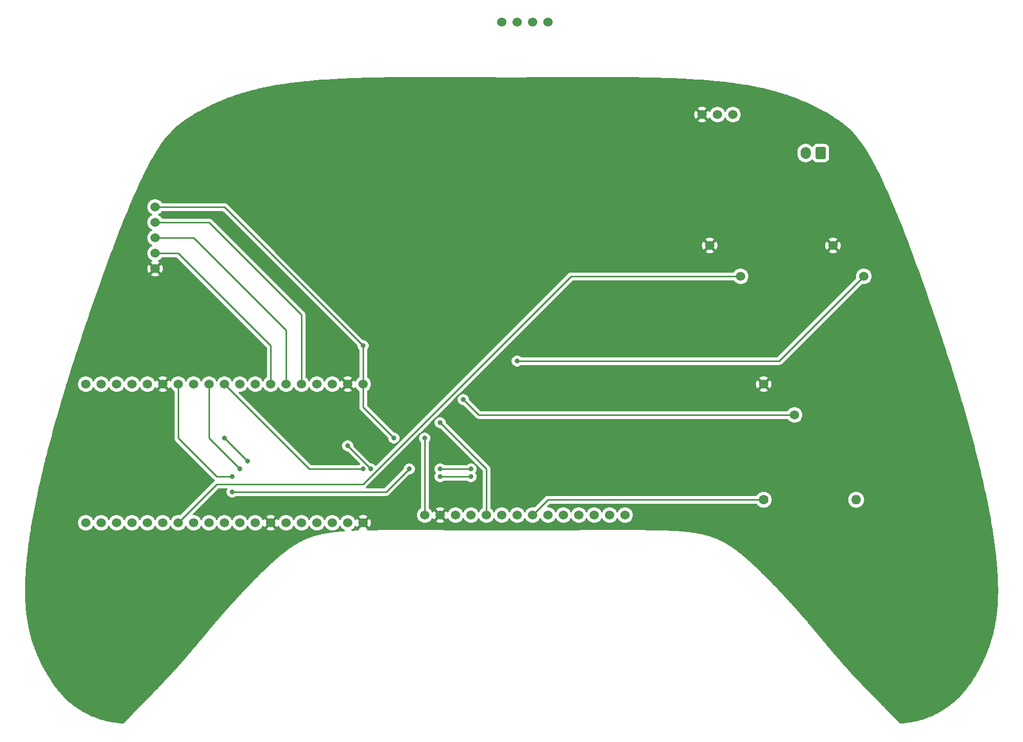
<source format=gtl>
G04 #@! TF.GenerationSoftware,KiCad,Pcbnew,(6.0.10)*
G04 #@! TF.CreationDate,2024-03-14T08:00:36-04:00*
G04 #@! TF.ProjectId,RL2D,524c3244-2e6b-4696-9361-645f70636258,v0.6*
G04 #@! TF.SameCoordinates,Original*
G04 #@! TF.FileFunction,Copper,L1,Top*
G04 #@! TF.FilePolarity,Positive*
%FSLAX46Y46*%
G04 Gerber Fmt 4.6, Leading zero omitted, Abs format (unit mm)*
G04 Created by KiCad (PCBNEW (6.0.10)) date 2024-03-14 08:00:36*
%MOMM*%
%LPD*%
G01*
G04 APERTURE LIST*
G04 Aperture macros list*
%AMRoundRect*
0 Rectangle with rounded corners*
0 $1 Rounding radius*
0 $2 $3 $4 $5 $6 $7 $8 $9 X,Y pos of 4 corners*
0 Add a 4 corners polygon primitive as box body*
4,1,4,$2,$3,$4,$5,$6,$7,$8,$9,$2,$3,0*
0 Add four circle primitives for the rounded corners*
1,1,$1+$1,$2,$3*
1,1,$1+$1,$4,$5*
1,1,$1+$1,$6,$7*
1,1,$1+$1,$8,$9*
0 Add four rect primitives between the rounded corners*
20,1,$1+$1,$2,$3,$4,$5,0*
20,1,$1+$1,$4,$5,$6,$7,0*
20,1,$1+$1,$6,$7,$8,$9,0*
20,1,$1+$1,$8,$9,$2,$3,0*%
G04 Aperture macros list end*
G04 #@! TA.AperFunction,ComponentPad*
%ADD10C,1.600000*%
G04 #@! TD*
G04 #@! TA.AperFunction,ComponentPad*
%ADD11O,1.600000X1.600000*%
G04 #@! TD*
G04 #@! TA.AperFunction,ComponentPad*
%ADD12C,1.524000*%
G04 #@! TD*
G04 #@! TA.AperFunction,ComponentPad*
%ADD13RoundRect,0.250000X0.600000X0.750000X-0.600000X0.750000X-0.600000X-0.750000X0.600000X-0.750000X0*%
G04 #@! TD*
G04 #@! TA.AperFunction,ComponentPad*
%ADD14O,1.700000X2.000000*%
G04 #@! TD*
G04 #@! TA.AperFunction,ViaPad*
%ADD15C,0.800000*%
G04 #@! TD*
G04 #@! TA.AperFunction,Conductor*
%ADD16C,0.250000*%
G04 #@! TD*
G04 APERTURE END LIST*
D10*
X187960000Y-104140000D03*
D11*
X203200000Y-104140000D03*
D12*
X179070000Y-62230000D03*
X184150000Y-67310000D03*
X132080000Y-106680000D03*
X134620000Y-106680000D03*
X137160000Y-106680000D03*
X139700000Y-106680000D03*
X142240000Y-106680000D03*
X144780000Y-106680000D03*
X147320000Y-106680000D03*
X149860000Y-106680000D03*
X152400000Y-106680000D03*
X154940000Y-106680000D03*
X157480000Y-106680000D03*
X160020000Y-106680000D03*
X162560000Y-106680000D03*
X165100000Y-106680000D03*
X144780000Y-25400000D03*
X147320000Y-25400000D03*
X149860000Y-25400000D03*
X152400000Y-25400000D03*
X199390000Y-62230000D03*
X204470000Y-67310000D03*
X87630000Y-55880000D03*
X87630000Y-58420000D03*
X87630000Y-60960000D03*
X87630000Y-63500000D03*
X87630000Y-66040000D03*
X187960000Y-85090000D03*
X193040000Y-90170000D03*
X121920000Y-85090000D03*
X88900000Y-85090000D03*
X119380000Y-85090000D03*
X121920000Y-107950000D03*
X106680000Y-107950000D03*
X116840000Y-85090000D03*
X114300000Y-85090000D03*
X111760000Y-85090000D03*
X109220000Y-85090000D03*
X106680000Y-85090000D03*
X104140000Y-85090000D03*
X101600000Y-85090000D03*
X99060000Y-85090000D03*
X96520000Y-85090000D03*
X93980000Y-85090000D03*
X91440000Y-85090000D03*
X86360000Y-85090000D03*
X83820000Y-85090000D03*
X81280000Y-85090000D03*
X78740000Y-85090000D03*
X76200000Y-85090000D03*
X76200000Y-107950000D03*
X78740000Y-107950000D03*
X81280000Y-107950000D03*
X83820000Y-107950000D03*
X86360000Y-107950000D03*
X88900000Y-107950000D03*
X91440000Y-107950000D03*
X93980000Y-107950000D03*
X96520000Y-107950000D03*
X99060000Y-107950000D03*
X101600000Y-107950000D03*
X104140000Y-107950000D03*
X109220000Y-107950000D03*
X111760000Y-107950000D03*
X114300000Y-107950000D03*
X116840000Y-107950000D03*
X119380000Y-107950000D03*
D13*
X197380000Y-46985000D03*
D14*
X194880000Y-46985000D03*
D12*
X177800000Y-40640000D03*
X180340000Y-40640000D03*
X182880000Y-40640000D03*
D15*
X132080000Y-93980000D03*
X127000000Y-93980000D03*
X121920000Y-78740000D03*
X138430000Y-87630000D03*
X134620000Y-91440000D03*
X121920000Y-99060000D03*
X101600000Y-99060000D03*
X119380000Y-95250000D03*
X123190000Y-99060000D03*
X134620000Y-100330000D03*
X139700000Y-100330000D03*
X100330000Y-100330000D03*
X134620000Y-99060000D03*
X100330000Y-102870000D03*
X129540000Y-99060000D03*
X139700000Y-99060000D03*
X102870000Y-97790000D03*
X99060000Y-93980000D03*
X147320000Y-81280000D03*
D16*
X127000000Y-93980000D02*
X121920000Y-88900000D01*
X132080000Y-106680000D02*
X132080000Y-93980000D01*
X87630000Y-55880000D02*
X99060000Y-55880000D01*
X121920000Y-88900000D02*
X121920000Y-85090000D01*
X121920000Y-78740000D02*
X121920000Y-85090000D01*
X99060000Y-55880000D02*
X121920000Y-78740000D01*
X87630000Y-58420000D02*
X96520000Y-58420000D01*
X111760000Y-73660000D02*
X111760000Y-85090000D01*
X96520000Y-58420000D02*
X111760000Y-73660000D01*
X87630000Y-60960000D02*
X93980000Y-60960000D01*
X93980000Y-60960000D02*
X109220000Y-76200000D01*
X109220000Y-76200000D02*
X109220000Y-85090000D01*
X106680000Y-78740000D02*
X106680000Y-85090000D01*
X91440000Y-63500000D02*
X106680000Y-78740000D01*
X87630000Y-63500000D02*
X91440000Y-63500000D01*
X140970000Y-90170000D02*
X138430000Y-87630000D01*
X193040000Y-90170000D02*
X160020000Y-90170000D01*
X160020000Y-90170000D02*
X140970000Y-90170000D01*
X134620000Y-91440000D02*
X142240000Y-99060000D01*
X142240000Y-99060000D02*
X142240000Y-106680000D01*
X121920000Y-99060000D02*
X113030000Y-99060000D01*
X113030000Y-99060000D02*
X99060000Y-85090000D01*
X101600000Y-99060000D02*
X96520000Y-93980000D01*
X96520000Y-93980000D02*
X96520000Y-85090000D01*
X139700000Y-100330000D02*
X134620000Y-100330000D01*
X123190000Y-99060000D02*
X119380000Y-95250000D01*
X125730000Y-102870000D02*
X100330000Y-102870000D01*
X91440000Y-93980000D02*
X91440000Y-85090000D01*
X129540000Y-99060000D02*
X125730000Y-102870000D01*
X100330000Y-100330000D02*
X97790000Y-100330000D01*
X97790000Y-100330000D02*
X91440000Y-93980000D01*
X139700000Y-99060000D02*
X134620000Y-99060000D01*
X102870000Y-97790000D02*
X99060000Y-93980000D01*
X190500000Y-81280000D02*
X147320000Y-81280000D01*
X204470000Y-67310000D02*
X190500000Y-81280000D01*
X184150000Y-67310000D02*
X156210000Y-67310000D01*
X97790000Y-101600000D02*
X91440000Y-107950000D01*
X121920000Y-101600000D02*
X97790000Y-101600000D01*
X156210000Y-67310000D02*
X121920000Y-101600000D01*
X187960000Y-104140000D02*
X152400000Y-104140000D01*
X152400000Y-104140000D02*
X149860000Y-106680000D01*
G04 #@! TA.AperFunction,Conductor*
G36*
X161065585Y-34455291D02*
G01*
X161594698Y-34455384D01*
X161594860Y-34455384D01*
X162467176Y-34456655D01*
X162467373Y-34456656D01*
X162974982Y-34458190D01*
X163346101Y-34459311D01*
X163346333Y-34459380D01*
X163346333Y-34459312D01*
X164232750Y-34463630D01*
X164233018Y-34463632D01*
X165124505Y-34469871D01*
X165124809Y-34469874D01*
X166021475Y-34478312D01*
X166021815Y-34478315D01*
X166923199Y-34489230D01*
X167827478Y-34502878D01*
X167827636Y-34502881D01*
X168734059Y-34519536D01*
X168734091Y-34519536D01*
X169642116Y-34539474D01*
X169642328Y-34539480D01*
X170550419Y-34562957D01*
X170550900Y-34562970D01*
X170657232Y-34566168D01*
X171458063Y-34590251D01*
X171458636Y-34590269D01*
X171920764Y-34606272D01*
X172364626Y-34621642D01*
X172364878Y-34621651D01*
X173081567Y-34649985D01*
X173268285Y-34657367D01*
X173268947Y-34657395D01*
X174047689Y-34692291D01*
X174169212Y-34697737D01*
X174169883Y-34697769D01*
X175065563Y-34742980D01*
X175066240Y-34743017D01*
X175267309Y-34754388D01*
X175956753Y-34793380D01*
X175957569Y-34793429D01*
X176841984Y-34849211D01*
X176842858Y-34849269D01*
X177719979Y-34910715D01*
X177720915Y-34910784D01*
X178590261Y-34978191D01*
X178591261Y-34978273D01*
X179451455Y-35051870D01*
X179452526Y-35051966D01*
X179974026Y-35101069D01*
X180302863Y-35132032D01*
X180303963Y-35132141D01*
X181143441Y-35218930D01*
X181144570Y-35219053D01*
X181456893Y-35254437D01*
X181972177Y-35312816D01*
X181973491Y-35312972D01*
X182415496Y-35367756D01*
X182788349Y-35413969D01*
X182789634Y-35414135D01*
X183228447Y-35473554D01*
X183590915Y-35522635D01*
X183592427Y-35522850D01*
X184378694Y-35639035D01*
X184380317Y-35639285D01*
X184691369Y-35689399D01*
X185151175Y-35763480D01*
X185152824Y-35763758D01*
X185906926Y-35896139D01*
X185908803Y-35896483D01*
X186646070Y-36037451D01*
X186647756Y-36037785D01*
X187145931Y-36140100D01*
X187147227Y-36140374D01*
X187637575Y-36246889D01*
X187638837Y-36247171D01*
X188120841Y-36357622D01*
X188122236Y-36357950D01*
X188357087Y-36414583D01*
X188595944Y-36472182D01*
X188597201Y-36472493D01*
X188947189Y-36561120D01*
X189062784Y-36590392D01*
X189064172Y-36590752D01*
X189521565Y-36712133D01*
X189522949Y-36712509D01*
X189747666Y-36774891D01*
X189944497Y-36829531D01*
X189972382Y-36837272D01*
X189973761Y-36837663D01*
X190415359Y-36965678D01*
X190416731Y-36966085D01*
X190850328Y-37097137D01*
X190851674Y-37097552D01*
X191277761Y-37231623D01*
X191279053Y-37232038D01*
X191535264Y-37315852D01*
X191697377Y-37368884D01*
X191698724Y-37369333D01*
X192109508Y-37508855D01*
X192110787Y-37509297D01*
X192514251Y-37651403D01*
X192515441Y-37651830D01*
X192825164Y-37764826D01*
X192911574Y-37796351D01*
X192912886Y-37796839D01*
X193301578Y-37943559D01*
X193302771Y-37944016D01*
X193684528Y-38092958D01*
X193685674Y-38093413D01*
X193986020Y-38214405D01*
X194060017Y-38244214D01*
X194061286Y-38244733D01*
X194428841Y-38397472D01*
X194430094Y-38398001D01*
X194790576Y-38552385D01*
X194791740Y-38552891D01*
X195145584Y-38708931D01*
X195146711Y-38709435D01*
X195320458Y-38788263D01*
X195493643Y-38866836D01*
X195494842Y-38867387D01*
X195835330Y-39026184D01*
X195836508Y-39026741D01*
X196170251Y-39186616D01*
X196171407Y-39187178D01*
X196498647Y-39348062D01*
X196499760Y-39348615D01*
X196645255Y-39421972D01*
X196820809Y-39510485D01*
X196821921Y-39511053D01*
X197136526Y-39673603D01*
X197137612Y-39674171D01*
X197446095Y-39837381D01*
X197447083Y-39837910D01*
X197567382Y-39903037D01*
X197749571Y-40001670D01*
X197750607Y-40002237D01*
X198046981Y-40166298D01*
X198047960Y-40166846D01*
X198338413Y-40331129D01*
X198339229Y-40331595D01*
X198624039Y-40496076D01*
X198624918Y-40496589D01*
X198904042Y-40661059D01*
X198904796Y-40661507D01*
X199124361Y-40793226D01*
X199125199Y-40793733D01*
X199341019Y-40925498D01*
X199341955Y-40926075D01*
X199553767Y-41057944D01*
X199554710Y-41058536D01*
X199762820Y-41190907D01*
X199763941Y-41191629D01*
X199968398Y-41324738D01*
X199969607Y-41325535D01*
X200074831Y-41395774D01*
X200170720Y-41459781D01*
X200171953Y-41460615D01*
X200369822Y-41596267D01*
X200371189Y-41597218D01*
X200565942Y-41734553D01*
X200567378Y-41735580D01*
X200696385Y-41829286D01*
X200759369Y-41875035D01*
X200759381Y-41875044D01*
X200760867Y-41876140D01*
X200765089Y-41879303D01*
X200950244Y-42018017D01*
X200951793Y-42019197D01*
X201138557Y-42163676D01*
X201140148Y-42164927D01*
X201324776Y-42312555D01*
X201326400Y-42313876D01*
X201508953Y-42464884D01*
X201510599Y-42466269D01*
X201691345Y-42621055D01*
X201693003Y-42622500D01*
X201857367Y-42768305D01*
X201872062Y-42781341D01*
X201873700Y-42782821D01*
X201889280Y-42797144D01*
X202051383Y-42946170D01*
X202053035Y-42947716D01*
X202229453Y-43115846D01*
X202231087Y-43117431D01*
X202406523Y-43290781D01*
X202408131Y-43292400D01*
X202582710Y-43471266D01*
X202584266Y-43472888D01*
X202736918Y-43635049D01*
X202758240Y-43657699D01*
X202759701Y-43659279D01*
X202933219Y-43850357D01*
X202934694Y-43852011D01*
X203107882Y-44049659D01*
X203109318Y-44051327D01*
X203282477Y-44256050D01*
X203283838Y-44257687D01*
X203351252Y-44340218D01*
X203457052Y-44469744D01*
X203458375Y-44471392D01*
X203490698Y-44512346D01*
X203631767Y-44691086D01*
X203632962Y-44692626D01*
X203806905Y-44920583D01*
X203808040Y-44922096D01*
X203982452Y-45158357D01*
X203983558Y-45159879D01*
X204158719Y-45404961D01*
X204159797Y-45406493D01*
X204318513Y-45635695D01*
X204335697Y-45660511D01*
X204336702Y-45661985D01*
X204403656Y-45761697D01*
X204513744Y-45925648D01*
X204514702Y-45927097D01*
X204692796Y-46200395D01*
X204693697Y-46201798D01*
X204872266Y-46483914D01*
X204873447Y-46485816D01*
X205212047Y-47042410D01*
X205213380Y-47044654D01*
X205555803Y-47634726D01*
X205556943Y-47636733D01*
X205903681Y-48260277D01*
X205904663Y-48262077D01*
X206255188Y-48917341D01*
X206255995Y-48918876D01*
X206372484Y-49144489D01*
X206609923Y-49604354D01*
X206610671Y-49605826D01*
X206967583Y-50319893D01*
X206968243Y-50321233D01*
X207327596Y-51062007D01*
X207328181Y-51063229D01*
X207689753Y-51829449D01*
X207690261Y-51830539D01*
X207875905Y-52234146D01*
X208053677Y-52620636D01*
X208054144Y-52621664D01*
X208418910Y-53433782D01*
X208419331Y-53434728D01*
X208785193Y-54267530D01*
X208785551Y-54268353D01*
X209152274Y-55120557D01*
X209152500Y-55121088D01*
X209460341Y-55850432D01*
X209519465Y-55990511D01*
X209519779Y-55991261D01*
X209744538Y-56533502D01*
X209886809Y-56876739D01*
X209887017Y-56877243D01*
X209930720Y-56984488D01*
X210253913Y-57777592D01*
X210254175Y-57778241D01*
X210620279Y-58691122D01*
X210620520Y-58691727D01*
X210784664Y-59107229D01*
X210950421Y-59526814D01*
X210985689Y-59616090D01*
X210985880Y-59616577D01*
X211332440Y-60506357D01*
X211349778Y-60550873D01*
X211349840Y-60551032D01*
X211349859Y-60551082D01*
X211352890Y-60558968D01*
X211712285Y-61494124D01*
X211712474Y-61494619D01*
X212072736Y-62443939D01*
X212072820Y-62444161D01*
X212271380Y-62973652D01*
X212430947Y-63399161D01*
X212786711Y-64358604D01*
X213139373Y-65319859D01*
X213488710Y-66281668D01*
X213834651Y-67243220D01*
X214084053Y-67942689D01*
X214176397Y-68201675D01*
X214176510Y-68201992D01*
X214514087Y-69156802D01*
X214514192Y-69157099D01*
X214847421Y-70107163D01*
X214847389Y-70107174D01*
X214847501Y-70107543D01*
X214847548Y-70107527D01*
X215175838Y-71050572D01*
X215175928Y-71050832D01*
X215397340Y-71691366D01*
X215498848Y-71985026D01*
X215816539Y-72910190D01*
X216099310Y-73738768D01*
X216128281Y-73823660D01*
X216128349Y-73823860D01*
X216394969Y-74609413D01*
X216395033Y-74609601D01*
X216657076Y-75385688D01*
X216657141Y-75385882D01*
X216657255Y-75386220D01*
X216914556Y-76152362D01*
X217167626Y-76910113D01*
X217167695Y-76910319D01*
X217416341Y-77659116D01*
X217416411Y-77659329D01*
X217627179Y-78297842D01*
X217660624Y-78399163D01*
X217900547Y-79130477D01*
X218021556Y-79501675D01*
X218136223Y-79853421D01*
X218136298Y-79853652D01*
X218367770Y-80568362D01*
X218367847Y-80568599D01*
X218595529Y-81276372D01*
X218595516Y-81276376D01*
X218595600Y-81276594D01*
X218819051Y-81976073D01*
X219038859Y-82669103D01*
X219038939Y-82669358D01*
X219254444Y-83353866D01*
X219254526Y-83354128D01*
X219466620Y-84032951D01*
X219466704Y-84033218D01*
X219674952Y-84704970D01*
X219675036Y-84705243D01*
X219879499Y-85370114D01*
X219879585Y-85370393D01*
X220080644Y-86029636D01*
X220080730Y-86029921D01*
X220278315Y-86683289D01*
X220278402Y-86683580D01*
X220472239Y-87330177D01*
X220472328Y-87330472D01*
X220588737Y-87722268D01*
X220663093Y-87972529D01*
X220663182Y-87972830D01*
X220850590Y-88609396D01*
X220850679Y-88609703D01*
X221034803Y-89241015D01*
X221034894Y-89241326D01*
X221067653Y-89354730D01*
X221215900Y-89867936D01*
X221393860Y-90490081D01*
X221568897Y-91108179D01*
X221740909Y-91721857D01*
X221909921Y-92331170D01*
X222076282Y-92937351D01*
X222239928Y-93540153D01*
X222400839Y-94139474D01*
X222559154Y-94735786D01*
X222714873Y-95329058D01*
X222838357Y-95804475D01*
X222960128Y-96277791D01*
X223080407Y-96749924D01*
X223198879Y-97219675D01*
X223315751Y-97687892D01*
X223430943Y-98154315D01*
X223430959Y-98154379D01*
X223544451Y-98618958D01*
X223544527Y-98619274D01*
X223656055Y-99080978D01*
X223656133Y-99081299D01*
X223766217Y-99542317D01*
X223766294Y-99542645D01*
X223874349Y-100000585D01*
X223874428Y-100000918D01*
X223980774Y-100457161D01*
X223980852Y-100457502D01*
X224073777Y-100861226D01*
X224085393Y-100911695D01*
X224159642Y-101238500D01*
X224188140Y-101363935D01*
X224188220Y-101364289D01*
X224289169Y-101814617D01*
X224289249Y-101814978D01*
X224388180Y-102262455D01*
X224388261Y-102262823D01*
X224397924Y-102307158D01*
X224485411Y-102708570D01*
X224580744Y-103152491D01*
X224674144Y-103594106D01*
X224765477Y-104032814D01*
X224834144Y-104368087D01*
X224854876Y-104469316D01*
X224854959Y-104469724D01*
X224920811Y-104796749D01*
X224942440Y-104904158D01*
X225027950Y-105336341D01*
X225111414Y-105765951D01*
X225150184Y-105969327D01*
X225192758Y-106192654D01*
X225192842Y-106193098D01*
X225230886Y-106396633D01*
X225272205Y-106617687D01*
X225349468Y-107039615D01*
X225424669Y-107459136D01*
X225497719Y-107875839D01*
X225568668Y-108290082D01*
X225626312Y-108634926D01*
X225637377Y-108701119D01*
X225637461Y-108701627D01*
X225690459Y-109026846D01*
X225704041Y-109110192D01*
X225743064Y-109356124D01*
X225768414Y-109515889D01*
X225768490Y-109516376D01*
X225820033Y-109849633D01*
X225820103Y-109850085D01*
X225870237Y-110182206D01*
X225870306Y-110182670D01*
X225892196Y-110331427D01*
X225917919Y-110506234D01*
X225918810Y-110512292D01*
X225918844Y-110512522D01*
X225918854Y-110512593D01*
X225965929Y-110841195D01*
X225990261Y-111015895D01*
X226011364Y-111167411D01*
X226011433Y-111167909D01*
X226055299Y-111492340D01*
X226055367Y-111492850D01*
X226097638Y-111815388D01*
X226097705Y-111815910D01*
X226138389Y-112136739D01*
X226138456Y-112137273D01*
X226165023Y-112354193D01*
X226177539Y-112456386D01*
X226205544Y-112693619D01*
X226215022Y-112773909D01*
X226215063Y-112774253D01*
X226215068Y-112774299D01*
X226250956Y-113090400D01*
X226276535Y-113325230D01*
X226285185Y-113404640D01*
X226285231Y-113405070D01*
X226311202Y-113654236D01*
X226317784Y-113717390D01*
X226317845Y-113717985D01*
X226348752Y-114028818D01*
X226348810Y-114029424D01*
X226378058Y-114338746D01*
X226378087Y-114339053D01*
X226405642Y-114646662D01*
X226405684Y-114647153D01*
X226431555Y-114953257D01*
X226431603Y-114953843D01*
X226454426Y-115241442D01*
X226455769Y-115258372D01*
X226455819Y-115259027D01*
X226478260Y-115561849D01*
X226478308Y-115562517D01*
X226499049Y-115864129D01*
X226499094Y-115864810D01*
X226518096Y-116164864D01*
X226518138Y-116165555D01*
X226535395Y-116464061D01*
X226535434Y-116464766D01*
X226539580Y-116544205D01*
X226550958Y-116762201D01*
X226550961Y-116762265D01*
X226550990Y-116762857D01*
X226564332Y-117049911D01*
X226564741Y-117058708D01*
X226564772Y-117059404D01*
X226576766Y-117354236D01*
X226576779Y-117354582D01*
X226586990Y-117648051D01*
X226586992Y-117648114D01*
X226587012Y-117648728D01*
X226592106Y-117825557D01*
X226595433Y-117941061D01*
X226595452Y-117941825D01*
X226602056Y-118232282D01*
X226602072Y-118233057D01*
X226606876Y-118522770D01*
X226606886Y-118523558D01*
X226609862Y-118811736D01*
X226609868Y-118812534D01*
X226611014Y-119099534D01*
X226611015Y-119100343D01*
X226610624Y-119261293D01*
X226610402Y-119352971D01*
X226610320Y-119386597D01*
X226610316Y-119387288D01*
X226610269Y-119392662D01*
X226608013Y-119650692D01*
X226608004Y-119651486D01*
X226604291Y-119898201D01*
X226604053Y-119913991D01*
X226604046Y-119914380D01*
X226598562Y-120167471D01*
X226598374Y-120176167D01*
X226598354Y-120176995D01*
X226596503Y-120241820D01*
X226590908Y-120437698D01*
X226590879Y-120438602D01*
X226581587Y-120698526D01*
X226581556Y-120699300D01*
X226570357Y-120958443D01*
X226570324Y-120959140D01*
X226557154Y-121217528D01*
X226557098Y-121218534D01*
X226541900Y-121476173D01*
X226541838Y-121477159D01*
X226540010Y-121504334D01*
X226524531Y-121734380D01*
X226524454Y-121735451D01*
X226505000Y-121991919D01*
X226504912Y-121993019D01*
X226483219Y-122249235D01*
X226483209Y-122249349D01*
X226483108Y-122250481D01*
X226459129Y-122506238D01*
X226459015Y-122507396D01*
X226432664Y-122763027D01*
X226432536Y-122764212D01*
X226403772Y-123019540D01*
X226403630Y-123020751D01*
X226372356Y-123276125D01*
X226372198Y-123277358D01*
X226338409Y-123532387D01*
X226338236Y-123533645D01*
X226301816Y-123788767D01*
X226301793Y-123788925D01*
X226301610Y-123790160D01*
X226287715Y-123880848D01*
X226262506Y-124045370D01*
X226262304Y-124046645D01*
X226245040Y-124151985D01*
X226220442Y-124302072D01*
X226220220Y-124303385D01*
X226175508Y-124559225D01*
X226175268Y-124560553D01*
X226127718Y-124816438D01*
X226127492Y-124817623D01*
X226076890Y-125074401D01*
X226076686Y-125075404D01*
X226042779Y-125238060D01*
X226023125Y-125332339D01*
X226022833Y-125333702D01*
X225999878Y-125438026D01*
X225969242Y-125577260D01*
X225966214Y-125591020D01*
X225965914Y-125592350D01*
X225906114Y-125850388D01*
X225906111Y-125850399D01*
X225905804Y-125851688D01*
X225857335Y-126050656D01*
X225842783Y-126110390D01*
X225842450Y-126111727D01*
X225812465Y-126229041D01*
X225776121Y-126371238D01*
X225775759Y-126372619D01*
X225754519Y-126451959D01*
X225706121Y-126632752D01*
X225706116Y-126632769D01*
X225705753Y-126634095D01*
X225694772Y-126673324D01*
X225632649Y-126895257D01*
X225632254Y-126896638D01*
X225555628Y-127158834D01*
X225555217Y-127160210D01*
X225475041Y-127423372D01*
X225474615Y-127424742D01*
X225446615Y-127513030D01*
X225393571Y-127680283D01*
X225390882Y-127688761D01*
X225390434Y-127690146D01*
X225293613Y-127983237D01*
X225293170Y-127984551D01*
X225275919Y-128034676D01*
X225191947Y-128278670D01*
X225191435Y-128280128D01*
X225085822Y-128575193D01*
X225085295Y-128576636D01*
X225076145Y-128601251D01*
X224975857Y-128871029D01*
X224975314Y-128872489D01*
X224974789Y-128873876D01*
X224860526Y-129170210D01*
X224859986Y-129171587D01*
X224792387Y-129340790D01*
X224741435Y-129468324D01*
X224740876Y-129469700D01*
X224695510Y-129579396D01*
X224618121Y-129766526D01*
X224617551Y-129767880D01*
X224490764Y-130064294D01*
X224490732Y-130064368D01*
X224490158Y-130065689D01*
X224399287Y-130271235D01*
X224359226Y-130361850D01*
X224358623Y-130363191D01*
X224223735Y-130658566D01*
X224223166Y-130659795D01*
X224084286Y-130954355D01*
X224083684Y-130955613D01*
X223940981Y-131248895D01*
X223940972Y-131248913D01*
X223940306Y-131250261D01*
X223793843Y-131542021D01*
X223793825Y-131542057D01*
X223793115Y-131543449D01*
X223760299Y-131606827D01*
X223642887Y-131833588D01*
X223642143Y-131835002D01*
X223488307Y-132123099D01*
X223487534Y-132124524D01*
X223330094Y-132410458D01*
X223329291Y-132411894D01*
X223168274Y-132695494D01*
X223167471Y-132696887D01*
X223002922Y-132977942D01*
X223002132Y-132979269D01*
X222892080Y-133161537D01*
X222834271Y-133257279D01*
X222833361Y-133258763D01*
X222662165Y-133533641D01*
X222661215Y-133535143D01*
X222486784Y-133806606D01*
X222485789Y-133808129D01*
X222308186Y-134075946D01*
X222307145Y-134077492D01*
X222126408Y-134341474D01*
X222125317Y-134343042D01*
X221941604Y-134602832D01*
X221940458Y-134604426D01*
X221753725Y-134859946D01*
X221752536Y-134861546D01*
X221562892Y-135112512D01*
X221561691Y-135114074D01*
X221369342Y-135360078D01*
X221368009Y-135361754D01*
X221172879Y-135602758D01*
X221171474Y-135604462D01*
X221156315Y-135622528D01*
X220973759Y-135840092D01*
X220972311Y-135841786D01*
X220771992Y-136071925D01*
X220770453Y-136073659D01*
X220567712Y-136297959D01*
X220566059Y-136299753D01*
X220360596Y-136518399D01*
X220358999Y-136520068D01*
X220185066Y-136698492D01*
X220183583Y-136699987D01*
X220007611Y-136874568D01*
X220006116Y-136876028D01*
X219828370Y-137046614D01*
X219826863Y-137048036D01*
X219647602Y-137214500D01*
X219646106Y-137215866D01*
X219545395Y-137306374D01*
X219465382Y-137378280D01*
X219463858Y-137379628D01*
X219281678Y-137538098D01*
X219280233Y-137539334D01*
X219237482Y-137575332D01*
X219096874Y-137693728D01*
X219095330Y-137695007D01*
X218910768Y-137845461D01*
X218909310Y-137846631D01*
X218723614Y-137993186D01*
X218722132Y-137994337D01*
X218535603Y-138136862D01*
X218534036Y-138138040D01*
X218346753Y-138276580D01*
X218345180Y-138277725D01*
X218157178Y-138412356D01*
X218155598Y-138413469D01*
X218091407Y-138457964D01*
X217966919Y-138544253D01*
X217965399Y-138545290D01*
X217776192Y-138672220D01*
X217774671Y-138673224D01*
X217621783Y-138772466D01*
X217585121Y-138796264D01*
X217583524Y-138797283D01*
X217560941Y-138811464D01*
X217456554Y-138877014D01*
X217393711Y-138916476D01*
X217392134Y-138917450D01*
X217202100Y-139032854D01*
X217200617Y-139033740D01*
X217010445Y-139145386D01*
X217008915Y-139146269D01*
X216968994Y-139168918D01*
X216868820Y-139225752D01*
X216818944Y-139254049D01*
X216817350Y-139254938D01*
X216627472Y-139358992D01*
X216625905Y-139359836D01*
X216552394Y-139398727D01*
X216436349Y-139460120D01*
X216434715Y-139460970D01*
X216245471Y-139557566D01*
X216244041Y-139558282D01*
X216055337Y-139651150D01*
X216053717Y-139651932D01*
X216049360Y-139653998D01*
X215865559Y-139741145D01*
X215864127Y-139741811D01*
X215676758Y-139827324D01*
X215675163Y-139828038D01*
X215626785Y-139849270D01*
X215488784Y-139909835D01*
X215488720Y-139909863D01*
X215487030Y-139910589D01*
X215301622Y-139988752D01*
X215299960Y-139989439D01*
X215115477Y-140064052D01*
X215113865Y-140064690D01*
X214952977Y-140127032D01*
X214930788Y-140135630D01*
X214929073Y-140136280D01*
X214749387Y-140202878D01*
X214746819Y-140203797D01*
X214533521Y-140277509D01*
X214384350Y-140329060D01*
X214381186Y-140330107D01*
X214108941Y-140416199D01*
X214106216Y-140417027D01*
X213991354Y-140450514D01*
X213836240Y-140495736D01*
X213833610Y-140496472D01*
X213569201Y-140567318D01*
X213566398Y-140568069D01*
X213563840Y-140568725D01*
X213500462Y-140584287D01*
X213299231Y-140633697D01*
X213296776Y-140634274D01*
X213097601Y-140678971D01*
X213034377Y-140693159D01*
X213032053Y-140693658D01*
X212771431Y-140747001D01*
X212769397Y-140747399D01*
X212510158Y-140795721D01*
X212508208Y-140796068D01*
X212250362Y-140839824D01*
X212248535Y-140840120D01*
X211991639Y-140879843D01*
X211990010Y-140880084D01*
X211733599Y-140916307D01*
X211732182Y-140916499D01*
X211592957Y-140934558D01*
X211476138Y-140949710D01*
X211475005Y-140949852D01*
X211218805Y-140980591D01*
X211218078Y-140980675D01*
X210961406Y-141009461D01*
X210960895Y-141009517D01*
X210765119Y-141030318D01*
X210703906Y-141036822D01*
X210703418Y-141036873D01*
X210627881Y-141044602D01*
X210493576Y-141058344D01*
X210423774Y-141045379D01*
X210390018Y-141020425D01*
X210280706Y-140906978D01*
X210280561Y-140906816D01*
X210280404Y-140906592D01*
X210278632Y-140904757D01*
X210253122Y-140878350D01*
X210253011Y-140878235D01*
X210250396Y-140875521D01*
X210227997Y-140852275D01*
X210227780Y-140852106D01*
X210227616Y-140851948D01*
X209934630Y-140548656D01*
X209934500Y-140548510D01*
X209934352Y-140548301D01*
X209933837Y-140547769D01*
X209933819Y-140547749D01*
X209906968Y-140520019D01*
X209906865Y-140519914D01*
X209882348Y-140494534D01*
X209882338Y-140494524D01*
X209881843Y-140494012D01*
X209881649Y-140493861D01*
X209881492Y-140493710D01*
X209593365Y-140196150D01*
X209593240Y-140196010D01*
X209593108Y-140195825D01*
X209565768Y-140167651D01*
X209540500Y-140141555D01*
X209540319Y-140141415D01*
X209540183Y-140141284D01*
X209256822Y-139849270D01*
X209256709Y-139849145D01*
X209256592Y-139848980D01*
X209236281Y-139828089D01*
X209229014Y-139820614D01*
X209228929Y-139820527D01*
X209204303Y-139795148D01*
X209204294Y-139795139D01*
X209203889Y-139794722D01*
X209203732Y-139794600D01*
X209203604Y-139794478D01*
X208924925Y-139507839D01*
X208924826Y-139507729D01*
X208924724Y-139507586D01*
X208897241Y-139479365D01*
X208871930Y-139453331D01*
X208871783Y-139453217D01*
X208871696Y-139453134D01*
X208597581Y-139171659D01*
X208597516Y-139171587D01*
X208597425Y-139171460D01*
X208570158Y-139143501D01*
X208544544Y-139117199D01*
X208544424Y-139117106D01*
X208544334Y-139117020D01*
X208274763Y-138840605D01*
X208274685Y-138840519D01*
X208274616Y-138840422D01*
X208246777Y-138811909D01*
X208246788Y-138811898D01*
X208246729Y-138811859D01*
X208221653Y-138786147D01*
X208221554Y-138786071D01*
X208221490Y-138786010D01*
X208110884Y-138672726D01*
X207956309Y-138514408D01*
X207956272Y-138514367D01*
X207956216Y-138514288D01*
X207954183Y-138512207D01*
X207929105Y-138486544D01*
X207929070Y-138486508D01*
X207903374Y-138460191D01*
X207903177Y-138459989D01*
X207903102Y-138459931D01*
X207903043Y-138459875D01*
X207857731Y-138413506D01*
X207642209Y-138192959D01*
X207642187Y-138192934D01*
X207642148Y-138192880D01*
X207639851Y-138190531D01*
X207613828Y-138163916D01*
X207613802Y-138163890D01*
X207589168Y-138138681D01*
X207589167Y-138138680D01*
X207589036Y-138138546D01*
X207588988Y-138138509D01*
X207588954Y-138138477D01*
X207332361Y-137876052D01*
X207332346Y-137876035D01*
X207332330Y-137876014D01*
X207332280Y-137875963D01*
X207332271Y-137875953D01*
X207305852Y-137848941D01*
X207305842Y-137848931D01*
X207303669Y-137846708D01*
X207279154Y-137821637D01*
X207279134Y-137821622D01*
X207279109Y-137821598D01*
X206999234Y-137535442D01*
X206999232Y-137535440D01*
X206700078Y-137229557D01*
X206700062Y-137229540D01*
X206399115Y-136921710D01*
X206399083Y-136921678D01*
X206106116Y-136621794D01*
X206106069Y-136621745D01*
X205816763Y-136325288D01*
X205816699Y-136325223D01*
X205530038Y-136031053D01*
X205529958Y-136030971D01*
X205521219Y-136021986D01*
X205247567Y-135740652D01*
X204969563Y-135454210D01*
X204969272Y-135453909D01*
X204694642Y-135170202D01*
X204694509Y-135170065D01*
X204422920Y-134888647D01*
X204422770Y-134888491D01*
X204154415Y-134609465D01*
X204154245Y-134609288D01*
X204149588Y-134604426D01*
X203947771Y-134393765D01*
X203889697Y-134333146D01*
X203889509Y-134332950D01*
X203627694Y-134058480D01*
X203627488Y-134058263D01*
X203369000Y-133785988D01*
X203368774Y-133785749D01*
X203113463Y-133515413D01*
X203113219Y-133515154D01*
X202860813Y-133246374D01*
X202860550Y-133246093D01*
X202611047Y-132978774D01*
X202610765Y-132978471D01*
X202364147Y-132712498D01*
X202363847Y-132712173D01*
X202349827Y-132696945D01*
X202119925Y-132447247D01*
X201878162Y-132182688D01*
X201639309Y-131919226D01*
X201402903Y-131656260D01*
X201402561Y-131655878D01*
X201197339Y-131425722D01*
X201197030Y-131425374D01*
X200993128Y-131194992D01*
X200992836Y-131194661D01*
X200790336Y-130964241D01*
X200790061Y-130963926D01*
X200589061Y-130733676D01*
X200588803Y-130733380D01*
X200388584Y-130502576D01*
X200388343Y-130502298D01*
X200188980Y-130271123D01*
X200188758Y-130270865D01*
X200121462Y-130192402D01*
X199990264Y-130039435D01*
X199990299Y-130039405D01*
X199990063Y-130039200D01*
X199791994Y-129807099D01*
X199594041Y-129574065D01*
X199396851Y-129340965D01*
X199396380Y-129340405D01*
X199199022Y-129106245D01*
X199198893Y-129106092D01*
X199151412Y-129049574D01*
X199001424Y-128871042D01*
X198803747Y-128635092D01*
X198605376Y-128397772D01*
X198406845Y-128159822D01*
X198406861Y-128159808D01*
X198406794Y-128159761D01*
X198206630Y-127919530D01*
X198007483Y-127680303D01*
X198007472Y-127680278D01*
X198007466Y-127680283D01*
X197830284Y-127467349D01*
X197830282Y-127467345D01*
X197627500Y-127223648D01*
X197627481Y-127223623D01*
X197627455Y-127223580D01*
X197601416Y-127192301D01*
X197578826Y-127165153D01*
X197578793Y-127165123D01*
X197578772Y-127165100D01*
X197423333Y-126978381D01*
X197423285Y-126978319D01*
X197423236Y-126978237D01*
X197421251Y-126975854D01*
X197397808Y-126947719D01*
X197397774Y-126947678D01*
X197374838Y-126920127D01*
X197374660Y-126919913D01*
X197374592Y-126919851D01*
X197374538Y-126919791D01*
X197217604Y-126731446D01*
X197217536Y-126731357D01*
X197217464Y-126731237D01*
X197215478Y-126728856D01*
X197191969Y-126700679D01*
X197182374Y-126689163D01*
X197169177Y-126673324D01*
X197169167Y-126673313D01*
X197168923Y-126673020D01*
X197168823Y-126672930D01*
X197168745Y-126672843D01*
X197136463Y-126634150D01*
X197010162Y-126482767D01*
X197010072Y-126482650D01*
X197009978Y-126482494D01*
X196984528Y-126452043D01*
X196961459Y-126424392D01*
X196961322Y-126424269D01*
X196961229Y-126424165D01*
X196959772Y-126422421D01*
X196800847Y-126232262D01*
X196800727Y-126232107D01*
X196800614Y-126231919D01*
X196775305Y-126201700D01*
X196775223Y-126201601D01*
X196752526Y-126174445D01*
X196752106Y-126173942D01*
X196751941Y-126173793D01*
X196751813Y-126173651D01*
X196708322Y-126121723D01*
X196589470Y-125979815D01*
X196589348Y-125979659D01*
X196589209Y-125979428D01*
X196563954Y-125949350D01*
X196541187Y-125922165D01*
X196541175Y-125922151D01*
X196540697Y-125921581D01*
X196540501Y-125921405D01*
X196540355Y-125921244D01*
X196375918Y-125725400D01*
X196375757Y-125725193D01*
X196375603Y-125724939D01*
X196350261Y-125694844D01*
X196350282Y-125694826D01*
X196350145Y-125694706D01*
X196327639Y-125667901D01*
X196327636Y-125667897D01*
X196327072Y-125667226D01*
X196326847Y-125667025D01*
X196326678Y-125666838D01*
X196159993Y-125468888D01*
X196159808Y-125468650D01*
X196159631Y-125468361D01*
X196134135Y-125438181D01*
X196111071Y-125410791D01*
X196110822Y-125410568D01*
X196110629Y-125410355D01*
X195941519Y-125210177D01*
X195941326Y-125209930D01*
X195941132Y-125209613D01*
X195939611Y-125207818D01*
X195915911Y-125179866D01*
X195915765Y-125179693D01*
X195893239Y-125153028D01*
X195892532Y-125152191D01*
X195892249Y-125151939D01*
X195892032Y-125151700D01*
X195890037Y-125149346D01*
X195720375Y-124949232D01*
X195720157Y-124948955D01*
X195719945Y-124948610D01*
X195719196Y-124947730D01*
X195719185Y-124947716D01*
X195694765Y-124919026D01*
X195694609Y-124918842D01*
X195672060Y-124892246D01*
X195671291Y-124891339D01*
X195670986Y-124891068D01*
X195670745Y-124890804D01*
X195496368Y-124685931D01*
X195496136Y-124685636D01*
X195495906Y-124685264D01*
X195494281Y-124683362D01*
X195470685Y-124655757D01*
X195447190Y-124628153D01*
X195446857Y-124627859D01*
X195446599Y-124627578D01*
X195269357Y-124420216D01*
X195269104Y-124419897D01*
X195268855Y-124419495D01*
X195243429Y-124389882D01*
X195220062Y-124362544D01*
X195219705Y-124362230D01*
X195219428Y-124361929D01*
X195218817Y-124361217D01*
X195039152Y-124151966D01*
X195038899Y-124151647D01*
X195038629Y-124151214D01*
X195013139Y-124121668D01*
X195010633Y-124118750D01*
X194990699Y-124095532D01*
X194990688Y-124095520D01*
X194989752Y-124094430D01*
X194989372Y-124094097D01*
X194989084Y-124093786D01*
X194823816Y-123902222D01*
X194805612Y-123881121D01*
X194805312Y-123880746D01*
X194805012Y-123880268D01*
X194779607Y-123850980D01*
X194756093Y-123823724D01*
X194755663Y-123823349D01*
X194755330Y-123822991D01*
X194531114Y-123564498D01*
X194530779Y-123564081D01*
X194530456Y-123563570D01*
X194528957Y-123561851D01*
X194504958Y-123534344D01*
X194504721Y-123534071D01*
X194482584Y-123508549D01*
X194482574Y-123508539D01*
X194481447Y-123507239D01*
X194480983Y-123506837D01*
X194480623Y-123506452D01*
X194479267Y-123504897D01*
X194252197Y-123244629D01*
X194251871Y-123244226D01*
X194251543Y-123243710D01*
X194226114Y-123214732D01*
X194225892Y-123214478D01*
X194203527Y-123188843D01*
X194203518Y-123188833D01*
X194202373Y-123187521D01*
X194201908Y-123187120D01*
X194201542Y-123186731D01*
X194200185Y-123185184D01*
X193969214Y-122921978D01*
X193968882Y-122921570D01*
X193968550Y-122921050D01*
X193942635Y-122891689D01*
X193919219Y-122865005D01*
X193918762Y-122864613D01*
X193918393Y-122864223D01*
X193682422Y-122596875D01*
X193682080Y-122596457D01*
X193681752Y-122595947D01*
X193656152Y-122567111D01*
X193655912Y-122566840D01*
X193633420Y-122541357D01*
X193633413Y-122541350D01*
X193632265Y-122540049D01*
X193631796Y-122539649D01*
X193631423Y-122539257D01*
X193629641Y-122537249D01*
X193454688Y-122340184D01*
X193392109Y-122269696D01*
X193391765Y-122269278D01*
X193391429Y-122268759D01*
X193389364Y-122266446D01*
X193365571Y-122239803D01*
X193365328Y-122239530D01*
X193342959Y-122214334D01*
X193342958Y-122214333D01*
X193341787Y-122213014D01*
X193341313Y-122212613D01*
X193340944Y-122212227D01*
X193098535Y-121940778D01*
X193098200Y-121940373D01*
X193097855Y-121939844D01*
X193071813Y-121910854D01*
X193048060Y-121884256D01*
X193047580Y-121883851D01*
X193047221Y-121883479D01*
X192801996Y-121610500D01*
X192801657Y-121610092D01*
X192801307Y-121609558D01*
X192775213Y-121580684D01*
X192751362Y-121554134D01*
X192750876Y-121553728D01*
X192750488Y-121553326D01*
X192750346Y-121553168D01*
X192642705Y-121434061D01*
X192502778Y-121279230D01*
X192502415Y-121278797D01*
X192502063Y-121278264D01*
X192476014Y-121249615D01*
X192451967Y-121223007D01*
X192451472Y-121222596D01*
X192451073Y-121222186D01*
X192449004Y-121219910D01*
X192201124Y-120947293D01*
X192200761Y-120946862D01*
X192200397Y-120946315D01*
X192174370Y-120917867D01*
X192174110Y-120917582D01*
X192151400Y-120892606D01*
X192151393Y-120892599D01*
X192150152Y-120891234D01*
X192149646Y-120890815D01*
X192149242Y-120890403D01*
X192147156Y-120888122D01*
X191897334Y-120615071D01*
X191896960Y-120614631D01*
X191896588Y-120614074D01*
X191870294Y-120585516D01*
X191846192Y-120559173D01*
X191845677Y-120558750D01*
X191845265Y-120558332D01*
X191591675Y-120282908D01*
X191591291Y-120282458D01*
X191590910Y-120281894D01*
X191564627Y-120253532D01*
X191550991Y-120238722D01*
X191541674Y-120228603D01*
X191541668Y-120228597D01*
X191540367Y-120227184D01*
X191539837Y-120226752D01*
X191539403Y-120226314D01*
X191284425Y-119951173D01*
X191284032Y-119950717D01*
X191283640Y-119950139D01*
X191257357Y-119921966D01*
X191257353Y-119921961D01*
X191257297Y-119921901D01*
X191234303Y-119897088D01*
X191234299Y-119897084D01*
X191232946Y-119895624D01*
X191232397Y-119895179D01*
X191231953Y-119894734D01*
X191230662Y-119893350D01*
X190975855Y-119620213D01*
X190975468Y-119619766D01*
X190975055Y-119619162D01*
X190948517Y-119590909D01*
X190924210Y-119564853D01*
X190923652Y-119564403D01*
X190923198Y-119563952D01*
X190666270Y-119290416D01*
X190665849Y-119289934D01*
X190665429Y-119289324D01*
X190638966Y-119261348D01*
X190638915Y-119261293D01*
X190638749Y-119261117D01*
X190615870Y-119236758D01*
X190615858Y-119236746D01*
X190614433Y-119235229D01*
X190613851Y-119234763D01*
X190613388Y-119234306D01*
X190355919Y-118962114D01*
X190355472Y-118961605D01*
X190355037Y-118960979D01*
X190353551Y-118959420D01*
X190353541Y-118959408D01*
X190328381Y-118933002D01*
X190328065Y-118932670D01*
X190305368Y-118908675D01*
X190303888Y-118907110D01*
X190303282Y-118906629D01*
X190302827Y-118906183D01*
X190045070Y-118635656D01*
X190044611Y-118635138D01*
X190044156Y-118634488D01*
X190017481Y-118606701D01*
X189992854Y-118580854D01*
X189992230Y-118580363D01*
X189991720Y-118579866D01*
X189734020Y-118311423D01*
X189733536Y-118310880D01*
X189733060Y-118310206D01*
X189731449Y-118308541D01*
X189731442Y-118308533D01*
X189706334Y-118282581D01*
X189705993Y-118282228D01*
X189683197Y-118258482D01*
X189681602Y-118256820D01*
X189680949Y-118256310D01*
X189680438Y-118255815D01*
X189423018Y-117989745D01*
X189422518Y-117989188D01*
X189422022Y-117988491D01*
X189395147Y-117960936D01*
X189370406Y-117935364D01*
X189369732Y-117934841D01*
X189369171Y-117934303D01*
X189112373Y-117671013D01*
X189111839Y-117670424D01*
X189111317Y-117669697D01*
X189084216Y-117642144D01*
X189059542Y-117616846D01*
X189058837Y-117616304D01*
X189058264Y-117615759D01*
X188802322Y-117355546D01*
X188801764Y-117354936D01*
X188801218Y-117354183D01*
X188774062Y-117326815D01*
X188749281Y-117301621D01*
X188748548Y-117301062D01*
X188747932Y-117300481D01*
X188508430Y-117059114D01*
X188493155Y-117043720D01*
X188492569Y-117043085D01*
X188491997Y-117042303D01*
X188464885Y-117015229D01*
X188439897Y-116990047D01*
X188439121Y-116989461D01*
X188438478Y-116988860D01*
X188314191Y-116864751D01*
X188185145Y-116735888D01*
X188184536Y-116735234D01*
X188183927Y-116734411D01*
X188156782Y-116707565D01*
X188156443Y-116707227D01*
X188133651Y-116684467D01*
X188133634Y-116684452D01*
X188131661Y-116682481D01*
X188130849Y-116681873D01*
X188130169Y-116681244D01*
X187878582Y-116432425D01*
X187877916Y-116431717D01*
X187877276Y-116430861D01*
X187854610Y-116408670D01*
X187850154Y-116404307D01*
X187849702Y-116403862D01*
X187826920Y-116381331D01*
X187826904Y-116381316D01*
X187824843Y-116379278D01*
X187823989Y-116378645D01*
X187823264Y-116377981D01*
X187573696Y-116133644D01*
X187572989Y-116132901D01*
X187572316Y-116132009D01*
X187570119Y-116129881D01*
X187570104Y-116129865D01*
X187545113Y-116105657D01*
X187544634Y-116105191D01*
X187521899Y-116082933D01*
X187521897Y-116082931D01*
X187519713Y-116080793D01*
X187518805Y-116080128D01*
X187518030Y-116079425D01*
X187502310Y-116064198D01*
X187270778Y-115839922D01*
X187270038Y-115839151D01*
X187269316Y-115838207D01*
X187266987Y-115835976D01*
X187266980Y-115835969D01*
X187242089Y-115812128D01*
X187241580Y-115811638D01*
X187218854Y-115789625D01*
X187218847Y-115789619D01*
X187216540Y-115787384D01*
X187215578Y-115786686D01*
X187214779Y-115785970D01*
X187072700Y-115649884D01*
X186970109Y-115551619D01*
X186969309Y-115550796D01*
X186968543Y-115549805D01*
X186941189Y-115523915D01*
X186940687Y-115523436D01*
X186918037Y-115501742D01*
X186918024Y-115501730D01*
X186915594Y-115499403D01*
X186914578Y-115498676D01*
X186913694Y-115497892D01*
X186671946Y-115269081D01*
X186671078Y-115268199D01*
X186670260Y-115267155D01*
X186642748Y-115241442D01*
X186642256Y-115240980D01*
X186617136Y-115217204D01*
X186616052Y-115216438D01*
X186615118Y-115215620D01*
X186535656Y-115141355D01*
X186376526Y-114992632D01*
X186375615Y-114991718D01*
X186374733Y-114990608D01*
X186347099Y-114965127D01*
X186346643Y-114964703D01*
X186324161Y-114943690D01*
X186324138Y-114943670D01*
X186321432Y-114941141D01*
X186320286Y-114940341D01*
X186319270Y-114939463D01*
X186084174Y-114722676D01*
X186083161Y-114721674D01*
X186082222Y-114720510D01*
X186077010Y-114715772D01*
X186054576Y-114695379D01*
X186053915Y-114694774D01*
X186031635Y-114674230D01*
X186028745Y-114671565D01*
X186027509Y-114670714D01*
X186026421Y-114669787D01*
X186024138Y-114667711D01*
X185795086Y-114459505D01*
X185794001Y-114458448D01*
X185792986Y-114457208D01*
X185765290Y-114432416D01*
X185764585Y-114431780D01*
X185739334Y-114408827D01*
X185738014Y-114407932D01*
X185736824Y-114406933D01*
X185509575Y-114203512D01*
X185508374Y-114202360D01*
X185507280Y-114201046D01*
X185503926Y-114198093D01*
X185503918Y-114198085D01*
X185479476Y-114176563D01*
X185478710Y-114175882D01*
X185456766Y-114156240D01*
X185456755Y-114156231D01*
X185453455Y-114153277D01*
X185452025Y-114152324D01*
X185450751Y-114151272D01*
X185227914Y-113955060D01*
X185226836Y-113954042D01*
X185225814Y-113952834D01*
X185197605Y-113928370D01*
X185196950Y-113927797D01*
X185174453Y-113907987D01*
X185174443Y-113907979D01*
X185171361Y-113905265D01*
X185170043Y-113904402D01*
X185168866Y-113903445D01*
X185138687Y-113877273D01*
X185028433Y-113781654D01*
X185027473Y-113780760D01*
X185026548Y-113779681D01*
X184998030Y-113755284D01*
X184997434Y-113754770D01*
X184974307Y-113734713D01*
X184971464Y-113732247D01*
X184970268Y-113731476D01*
X184969218Y-113730635D01*
X184831203Y-113612564D01*
X184830151Y-113611598D01*
X184829156Y-113610454D01*
X184826086Y-113607865D01*
X184826071Y-113607852D01*
X184800630Y-113586404D01*
X184799936Y-113585815D01*
X184776948Y-113566148D01*
X184776937Y-113566140D01*
X184773922Y-113563560D01*
X184772644Y-113562749D01*
X184771494Y-113561841D01*
X184635700Y-113447358D01*
X184634551Y-113446319D01*
X184633481Y-113445107D01*
X184604772Y-113421278D01*
X184604177Y-113420781D01*
X184578084Y-113398783D01*
X184576718Y-113397930D01*
X184575490Y-113396975D01*
X184501304Y-113335402D01*
X184441739Y-113285964D01*
X184440521Y-113284879D01*
X184439369Y-113283597D01*
X184432999Y-113278397D01*
X184410687Y-113260185D01*
X184409892Y-113259530D01*
X184387214Y-113240708D01*
X184387202Y-113240699D01*
X184383801Y-113237876D01*
X184382339Y-113236978D01*
X184381005Y-113235958D01*
X184249228Y-113128397D01*
X184247897Y-113127233D01*
X184246672Y-113125892D01*
X184236947Y-113118094D01*
X184217892Y-113102814D01*
X184217041Y-113102125D01*
X184203132Y-113090772D01*
X184190913Y-113080798D01*
X184189353Y-113079858D01*
X184187926Y-113078785D01*
X184057974Y-112974580D01*
X184056546Y-112973353D01*
X184055235Y-112971944D01*
X184026329Y-112949198D01*
X184025589Y-112948610D01*
X183999277Y-112927512D01*
X183997626Y-112926537D01*
X183996081Y-112925397D01*
X183867839Y-112824484D01*
X183866299Y-112823186D01*
X183864906Y-112821718D01*
X183835923Y-112799363D01*
X183835017Y-112798657D01*
X183812254Y-112780745D01*
X183812253Y-112780745D01*
X183808735Y-112777976D01*
X183806984Y-112776963D01*
X183805323Y-112775762D01*
X183678666Y-112678072D01*
X183677022Y-112676713D01*
X183675538Y-112675182D01*
X183670431Y-112671325D01*
X183651773Y-112657236D01*
X183646469Y-112653231D01*
X183645490Y-112652483D01*
X183619137Y-112632157D01*
X183617285Y-112631110D01*
X183615513Y-112629855D01*
X183490306Y-112535304D01*
X183488548Y-112533882D01*
X183486978Y-112532296D01*
X183482090Y-112528686D01*
X183457880Y-112510808D01*
X183456800Y-112510001D01*
X183433929Y-112492730D01*
X183433920Y-112492724D01*
X183430339Y-112490020D01*
X183428389Y-112488943D01*
X183426496Y-112487632D01*
X183302608Y-112396145D01*
X183300737Y-112394666D01*
X183299076Y-112393025D01*
X183295124Y-112390175D01*
X183295121Y-112390172D01*
X183273231Y-112374384D01*
X183269840Y-112371938D01*
X183268728Y-112371127D01*
X183245797Y-112354193D01*
X183245794Y-112354191D01*
X183242185Y-112351526D01*
X183240125Y-112350417D01*
X183238129Y-112349067D01*
X183115433Y-112260571D01*
X183113436Y-112259029D01*
X183111684Y-112257338D01*
X183107713Y-112254544D01*
X183107707Y-112254539D01*
X183082285Y-112236652D01*
X183081087Y-112235798D01*
X183058167Y-112219267D01*
X183058161Y-112219264D01*
X183054528Y-112216643D01*
X183052371Y-112215513D01*
X183050220Y-112214093D01*
X182928634Y-112128548D01*
X182926505Y-112126944D01*
X182924659Y-112125205D01*
X182895140Y-112104971D01*
X182893929Y-112104129D01*
X182870897Y-112087924D01*
X182870888Y-112087918D01*
X182867223Y-112085340D01*
X182864970Y-112084193D01*
X182862690Y-112082727D01*
X182860180Y-112081006D01*
X182815632Y-112050470D01*
X182742027Y-112000015D01*
X182739785Y-111998369D01*
X182737848Y-111996591D01*
X182708226Y-111976834D01*
X182706984Y-111975995D01*
X182702474Y-111972903D01*
X182680126Y-111957584D01*
X182677770Y-111956421D01*
X182675348Y-111954905D01*
X182555521Y-111874985D01*
X182553145Y-111873287D01*
X182551112Y-111871470D01*
X182544761Y-111867354D01*
X182521293Y-111852143D01*
X182519911Y-111851234D01*
X182516033Y-111848648D01*
X182493086Y-111833343D01*
X182490630Y-111832169D01*
X182488100Y-111830632D01*
X182368924Y-111753393D01*
X182366437Y-111751666D01*
X182364307Y-111749813D01*
X182334418Y-111731015D01*
X182332986Y-111730100D01*
X182309739Y-111715033D01*
X182309728Y-111715027D01*
X182305968Y-111712590D01*
X182303417Y-111711411D01*
X182300749Y-111709839D01*
X182182131Y-111635235D01*
X182179509Y-111633468D01*
X182177289Y-111631591D01*
X182173135Y-111629059D01*
X182173125Y-111629052D01*
X182147231Y-111613270D01*
X182145726Y-111612338D01*
X182122424Y-111597682D01*
X182122418Y-111597679D01*
X182118628Y-111595295D01*
X182115986Y-111594117D01*
X182113174Y-111592511D01*
X181994973Y-111520466D01*
X181992224Y-111518670D01*
X181989923Y-111516781D01*
X181983390Y-111512927D01*
X181959737Y-111498975D01*
X181958177Y-111498039D01*
X181958111Y-111497999D01*
X181930924Y-111481428D01*
X181928184Y-111480253D01*
X181925251Y-111478633D01*
X181924845Y-111478393D01*
X181807310Y-111409062D01*
X181804457Y-111407257D01*
X181802065Y-111405352D01*
X181771764Y-111388079D01*
X181770160Y-111387149D01*
X181746595Y-111373248D01*
X181746590Y-111373246D01*
X181742724Y-111370965D01*
X181739894Y-111369800D01*
X181736854Y-111368178D01*
X181619029Y-111301011D01*
X181616068Y-111299199D01*
X181613588Y-111297285D01*
X181606943Y-111293629D01*
X181583099Y-111280512D01*
X181581432Y-111279579D01*
X181557780Y-111266096D01*
X181557778Y-111266095D01*
X181553887Y-111263877D01*
X181550992Y-111262735D01*
X181547798Y-111261092D01*
X181429994Y-111196285D01*
X181426902Y-111194458D01*
X181424348Y-111192548D01*
X181413110Y-111186591D01*
X181393717Y-111176309D01*
X181392005Y-111175385D01*
X181368219Y-111162300D01*
X181368212Y-111162297D01*
X181364286Y-111160137D01*
X181361308Y-111159014D01*
X181358012Y-111157382D01*
X181240032Y-111094837D01*
X181236848Y-111093022D01*
X181234221Y-111091123D01*
X181229889Y-111088913D01*
X181203434Y-111075418D01*
X181201676Y-111074504D01*
X181177735Y-111061813D01*
X181173783Y-111059718D01*
X181170735Y-111058622D01*
X181167350Y-111057012D01*
X181049055Y-110996670D01*
X181045772Y-110994867D01*
X181043075Y-110992981D01*
X181038715Y-110990844D01*
X181038708Y-110990840D01*
X181012039Y-110977770D01*
X181010237Y-110976869D01*
X180986241Y-110964629D01*
X180982252Y-110962594D01*
X180979156Y-110961535D01*
X180975656Y-110959938D01*
X180856895Y-110901733D01*
X180853533Y-110899956D01*
X180850777Y-110898095D01*
X180819601Y-110883437D01*
X180817761Y-110882553D01*
X180793607Y-110870715D01*
X180793601Y-110870712D01*
X180789568Y-110868736D01*
X180786406Y-110867711D01*
X180782818Y-110866143D01*
X180663449Y-110810019D01*
X180660023Y-110808279D01*
X180657209Y-110806445D01*
X180625828Y-110792312D01*
X180623959Y-110791452D01*
X180599658Y-110780027D01*
X180595596Y-110778117D01*
X180592391Y-110777135D01*
X180588750Y-110775614D01*
X180468590Y-110721499D01*
X180465105Y-110719800D01*
X180462239Y-110717999D01*
X180430566Y-110704357D01*
X180428745Y-110703555D01*
X180400221Y-110690709D01*
X180396988Y-110689776D01*
X180393283Y-110688299D01*
X180390523Y-110687110D01*
X180272173Y-110636136D01*
X180268645Y-110634488D01*
X180265743Y-110632730D01*
X180233963Y-110619661D01*
X180232071Y-110618864D01*
X180207432Y-110608251D01*
X180207421Y-110608247D01*
X180203316Y-110606479D01*
X180200054Y-110605596D01*
X180196293Y-110604168D01*
X180074098Y-110553914D01*
X180070534Y-110552320D01*
X180067602Y-110550610D01*
X180035641Y-110538079D01*
X180033740Y-110537316D01*
X180008910Y-110527105D01*
X180008906Y-110527104D01*
X180004756Y-110525397D01*
X180001471Y-110524566D01*
X179997685Y-110523199D01*
X179874216Y-110474793D01*
X179870644Y-110473266D01*
X179867687Y-110471606D01*
X179835531Y-110459608D01*
X179833591Y-110458866D01*
X179808592Y-110449065D01*
X179808587Y-110449063D01*
X179804423Y-110447431D01*
X179801133Y-110446656D01*
X179797322Y-110445351D01*
X179672449Y-110398759D01*
X179668855Y-110397292D01*
X179665883Y-110395688D01*
X179633428Y-110384183D01*
X179631507Y-110383484D01*
X179602195Y-110372547D01*
X179598907Y-110371830D01*
X179595122Y-110370604D01*
X179583574Y-110366510D01*
X179490273Y-110333435D01*
X179468603Y-110325753D01*
X179465041Y-110324367D01*
X179462063Y-110322821D01*
X179429382Y-110311833D01*
X179427519Y-110311189D01*
X179402183Y-110302207D01*
X179402172Y-110302204D01*
X179397949Y-110300707D01*
X179394666Y-110300047D01*
X179390872Y-110298886D01*
X179388050Y-110297937D01*
X179278313Y-110261042D01*
X179262639Y-110255772D01*
X179259081Y-110254454D01*
X179256104Y-110252969D01*
X179223315Y-110242532D01*
X179221381Y-110241899D01*
X179195828Y-110233308D01*
X179195816Y-110233305D01*
X179191566Y-110231876D01*
X179188298Y-110231275D01*
X179184577Y-110230202D01*
X179054345Y-110188749D01*
X179050523Y-110187404D01*
X179047352Y-110185890D01*
X179042687Y-110184492D01*
X179042683Y-110184491D01*
X179014592Y-110176076D01*
X179012531Y-110175439D01*
X178987198Y-110167375D01*
X178987185Y-110167372D01*
X178982922Y-110166015D01*
X178979473Y-110165438D01*
X178975421Y-110164343D01*
X178879207Y-110135521D01*
X178812393Y-110115506D01*
X178808318Y-110114152D01*
X178805018Y-110112647D01*
X178800342Y-110111336D01*
X178800339Y-110111335D01*
X178772258Y-110103463D01*
X178770113Y-110102841D01*
X178744847Y-110095272D01*
X178744843Y-110095271D01*
X178740553Y-110093986D01*
X178736978Y-110093450D01*
X178732698Y-110092372D01*
X178566762Y-110045853D01*
X178562893Y-110044642D01*
X178559686Y-110043245D01*
X178526523Y-110034554D01*
X178524583Y-110034028D01*
X178518470Y-110032315D01*
X178498904Y-110026829D01*
X178498897Y-110026828D01*
X178494575Y-110025616D01*
X178491114Y-110025160D01*
X178487054Y-110024213D01*
X178318126Y-109979946D01*
X178314440Y-109978859D01*
X178311332Y-109977566D01*
X178306610Y-109976411D01*
X178306607Y-109976410D01*
X178277869Y-109969381D01*
X178275920Y-109968887D01*
X178245605Y-109960943D01*
X178242272Y-109960561D01*
X178238408Y-109959728D01*
X178195972Y-109949348D01*
X178066431Y-109917661D01*
X178062948Y-109916694D01*
X178059942Y-109915498D01*
X178055188Y-109914414D01*
X178055185Y-109914413D01*
X178026242Y-109907813D01*
X178024318Y-109907359D01*
X177997969Y-109900914D01*
X177997968Y-109900914D01*
X177993619Y-109899850D01*
X177990417Y-109899537D01*
X177986725Y-109898802D01*
X177811726Y-109858895D01*
X177808383Y-109858023D01*
X177805483Y-109856919D01*
X177771321Y-109849667D01*
X177769588Y-109849285D01*
X177742967Y-109843214D01*
X177742953Y-109843212D01*
X177738599Y-109842219D01*
X177735527Y-109841967D01*
X177732043Y-109841329D01*
X177592235Y-109811652D01*
X177553887Y-109803512D01*
X177550725Y-109802735D01*
X177547936Y-109801720D01*
X177543174Y-109800780D01*
X177543169Y-109800779D01*
X177513458Y-109794917D01*
X177511753Y-109794568D01*
X177480510Y-109787936D01*
X177477562Y-109787738D01*
X177474294Y-109787190D01*
X177412744Y-109775045D01*
X177292926Y-109751404D01*
X177289945Y-109750717D01*
X177287276Y-109749786D01*
X177282502Y-109748912D01*
X177282491Y-109748909D01*
X177252585Y-109743433D01*
X177250916Y-109743116D01*
X177219332Y-109736884D01*
X177216497Y-109736735D01*
X177213415Y-109736261D01*
X177062027Y-109708540D01*
X177028871Y-109702469D01*
X177026039Y-109701856D01*
X177023472Y-109700998D01*
X176997980Y-109696673D01*
X176988409Y-109695049D01*
X176986822Y-109694769D01*
X176955037Y-109688949D01*
X176952340Y-109688844D01*
X176949440Y-109688438D01*
X176895386Y-109679268D01*
X176761607Y-109656572D01*
X176758948Y-109656032D01*
X176756495Y-109655246D01*
X176736287Y-109652075D01*
X176721239Y-109649714D01*
X176719698Y-109649462D01*
X176692017Y-109644766D01*
X176692007Y-109644765D01*
X176687592Y-109644016D01*
X176685020Y-109643949D01*
X176682280Y-109643601D01*
X176491156Y-109613614D01*
X176488651Y-109613136D01*
X176486315Y-109612418D01*
X176481508Y-109611722D01*
X176481505Y-109611721D01*
X176450803Y-109607274D01*
X176449336Y-109607052D01*
X176428257Y-109603745D01*
X176416964Y-109601973D01*
X176414514Y-109601940D01*
X176411957Y-109601647D01*
X176217466Y-109573475D01*
X176215138Y-109573059D01*
X176212904Y-109572399D01*
X176197432Y-109570334D01*
X176177079Y-109567618D01*
X176175683Y-109567423D01*
X176147574Y-109563351D01*
X176147571Y-109563351D01*
X176143127Y-109562707D01*
X176140800Y-109562703D01*
X176138421Y-109562458D01*
X176000003Y-109543984D01*
X175940538Y-109536048D01*
X175938343Y-109535680D01*
X175936224Y-109535078D01*
X175931397Y-109534486D01*
X175931394Y-109534485D01*
X175900149Y-109530651D01*
X175898827Y-109530481D01*
X175884942Y-109528628D01*
X175866041Y-109526105D01*
X175863838Y-109526126D01*
X175861608Y-109525921D01*
X175660293Y-109501214D01*
X175658257Y-109500894D01*
X175656246Y-109500345D01*
X175651408Y-109499800D01*
X175651402Y-109499799D01*
X175628677Y-109497240D01*
X175619999Y-109496263D01*
X175618914Y-109496136D01*
X175594813Y-109493178D01*
X175590129Y-109492603D01*
X175590127Y-109492603D01*
X175585679Y-109492057D01*
X175583597Y-109492099D01*
X175581493Y-109491927D01*
X175484057Y-109480955D01*
X175376751Y-109468871D01*
X175374835Y-109468589D01*
X175372935Y-109468089D01*
X175336512Y-109464334D01*
X175335366Y-109464210D01*
X175306460Y-109460954D01*
X175306442Y-109460953D01*
X175302000Y-109460453D01*
X175300040Y-109460512D01*
X175298067Y-109460370D01*
X175089836Y-109438902D01*
X175088051Y-109438656D01*
X175086257Y-109438201D01*
X175081502Y-109437753D01*
X175081500Y-109437753D01*
X175049653Y-109434754D01*
X175048546Y-109434645D01*
X175019429Y-109431643D01*
X175019421Y-109431643D01*
X175014972Y-109431184D01*
X175013128Y-109431257D01*
X175011296Y-109431142D01*
X174799541Y-109411201D01*
X174797868Y-109410985D01*
X174796181Y-109410572D01*
X174791667Y-109410185D01*
X174791639Y-109410181D01*
X174759291Y-109407405D01*
X174758255Y-109407312D01*
X174729022Y-109404560D01*
X174729021Y-109404560D01*
X174724561Y-109404140D01*
X174722821Y-109404224D01*
X174721138Y-109404133D01*
X174505802Y-109385657D01*
X174504257Y-109385470D01*
X174502669Y-109385094D01*
X174479349Y-109383275D01*
X174465601Y-109382203D01*
X174464627Y-109382123D01*
X174434956Y-109379577D01*
X174434943Y-109379576D01*
X174430731Y-109379215D01*
X174429109Y-109379307D01*
X174427534Y-109379234D01*
X174325045Y-109371242D01*
X174208575Y-109362159D01*
X174207172Y-109362000D01*
X174205683Y-109361659D01*
X174168522Y-109359032D01*
X174167786Y-109358978D01*
X174133446Y-109356300D01*
X174131929Y-109356398D01*
X174130450Y-109356341D01*
X173907917Y-109340610D01*
X173906580Y-109340468D01*
X173905195Y-109340161D01*
X173901405Y-109339919D01*
X173901397Y-109339918D01*
X173882632Y-109338719D01*
X173867582Y-109337758D01*
X173866982Y-109337717D01*
X173832666Y-109335291D01*
X173831251Y-109335393D01*
X173829921Y-109335351D01*
X173603677Y-109320893D01*
X173602456Y-109320772D01*
X173601166Y-109320494D01*
X173563339Y-109318315D01*
X173562758Y-109318279D01*
X173544619Y-109317120D01*
X173531886Y-109316306D01*
X173531880Y-109316306D01*
X173528362Y-109316081D01*
X173527048Y-109316184D01*
X173525818Y-109316153D01*
X173295880Y-109302907D01*
X173294758Y-109302802D01*
X173293564Y-109302552D01*
X173290245Y-109302380D01*
X173290244Y-109302380D01*
X173255823Y-109300597D01*
X173255095Y-109300557D01*
X173223792Y-109298754D01*
X173220494Y-109298564D01*
X173219279Y-109298667D01*
X173218144Y-109298645D01*
X172984474Y-109286542D01*
X172983451Y-109286452D01*
X172982348Y-109286228D01*
X172979267Y-109286085D01*
X172979256Y-109286084D01*
X172960614Y-109285219D01*
X172944372Y-109284465D01*
X172944047Y-109284449D01*
X172909028Y-109282635D01*
X172907905Y-109282737D01*
X172906862Y-109282723D01*
X172697697Y-109273010D01*
X172669435Y-109271698D01*
X172668504Y-109271621D01*
X172667485Y-109271419D01*
X172664379Y-109271290D01*
X172629418Y-109269838D01*
X172628805Y-109269811D01*
X172617549Y-109269289D01*
X172593925Y-109268192D01*
X172592890Y-109268292D01*
X172591971Y-109268284D01*
X172350706Y-109258267D01*
X172349880Y-109258203D01*
X172348944Y-109258021D01*
X172327292Y-109257219D01*
X172310764Y-109256607D01*
X172310201Y-109256585D01*
X172289132Y-109255711D01*
X172275151Y-109255130D01*
X172274211Y-109255225D01*
X172273360Y-109255222D01*
X172028292Y-109246146D01*
X172027527Y-109246090D01*
X172026685Y-109245930D01*
X171988301Y-109244665D01*
X171988006Y-109244654D01*
X171952672Y-109243346D01*
X171951813Y-109243437D01*
X171951052Y-109243437D01*
X171702106Y-109235232D01*
X171701443Y-109235185D01*
X171700677Y-109235043D01*
X171698494Y-109234979D01*
X171698493Y-109234979D01*
X171694597Y-109234865D01*
X171662218Y-109233916D01*
X171662011Y-109233910D01*
X171650555Y-109233533D01*
X171628614Y-109232809D01*
X171628604Y-109232809D01*
X171626449Y-109232738D01*
X171625675Y-109232823D01*
X171624995Y-109232826D01*
X171484864Y-109228721D01*
X171372166Y-109225420D01*
X171371564Y-109225380D01*
X171370880Y-109225255D01*
X171332168Y-109224248D01*
X171296452Y-109223202D01*
X171295758Y-109223280D01*
X171295146Y-109223285D01*
X171038395Y-109216608D01*
X171037873Y-109216575D01*
X171037266Y-109216466D01*
X171035523Y-109216426D01*
X171035512Y-109216425D01*
X170998561Y-109215571D01*
X170998201Y-109215562D01*
X170964388Y-109214683D01*
X170964375Y-109214683D01*
X170962638Y-109214638D01*
X170962024Y-109214710D01*
X170961499Y-109214716D01*
X170754201Y-109209926D01*
X170700793Y-109208692D01*
X170700328Y-109208664D01*
X170699795Y-109208570D01*
X170698241Y-109208538D01*
X170698240Y-109208538D01*
X170692203Y-109208414D01*
X170660810Y-109207769D01*
X170624980Y-109206941D01*
X170624440Y-109207006D01*
X170623982Y-109207012D01*
X170480296Y-109204059D01*
X170359292Y-109201572D01*
X170358887Y-109201548D01*
X170358434Y-109201469D01*
X170357110Y-109201445D01*
X170357098Y-109201444D01*
X170319627Y-109200757D01*
X170319349Y-109200751D01*
X170286552Y-109200077D01*
X170283439Y-109200013D01*
X170282966Y-109200071D01*
X170282589Y-109200077D01*
X170013859Y-109195144D01*
X170013542Y-109195127D01*
X170013149Y-109195059D01*
X170012008Y-109195040D01*
X170012005Y-109195040D01*
X169986371Y-109194617D01*
X169974068Y-109194415D01*
X169974019Y-109194414D01*
X169937979Y-109193752D01*
X169937585Y-109193801D01*
X169937255Y-109193807D01*
X169664474Y-109189307D01*
X169664163Y-109189290D01*
X169663787Y-109189226D01*
X169644289Y-109188939D01*
X169624672Y-109188650D01*
X169624448Y-109188647D01*
X169588570Y-109188055D01*
X169588202Y-109188102D01*
X169587873Y-109188108D01*
X169337397Y-109184421D01*
X169213542Y-109182598D01*
X169213206Y-109182580D01*
X169212827Y-109182516D01*
X169173687Y-109182011D01*
X169173688Y-109181959D01*
X169173458Y-109182008D01*
X169137631Y-109181480D01*
X169137243Y-109181529D01*
X169136932Y-109181536D01*
X168756326Y-109176624D01*
X168756033Y-109176609D01*
X168755674Y-109176549D01*
X168754624Y-109176537D01*
X168754620Y-109176537D01*
X168716574Y-109176110D01*
X168716363Y-109176108D01*
X168681441Y-109175657D01*
X168681433Y-109175657D01*
X168680411Y-109175644D01*
X168680061Y-109175690D01*
X168679745Y-109175697D01*
X168293411Y-109171363D01*
X168293135Y-109171350D01*
X168292809Y-109171296D01*
X168253902Y-109170921D01*
X168217483Y-109170512D01*
X168217150Y-109170556D01*
X168216867Y-109170563D01*
X167825280Y-109166784D01*
X167825014Y-109166771D01*
X167824707Y-109166721D01*
X167785483Y-109166400D01*
X167785299Y-109166398D01*
X167766202Y-109166214D01*
X167749327Y-109166051D01*
X167749019Y-109166092D01*
X167748760Y-109166099D01*
X167352378Y-109162854D01*
X167352137Y-109162843D01*
X167351853Y-109162797D01*
X167351008Y-109162791D01*
X167351003Y-109162791D01*
X167312711Y-109162530D01*
X167312537Y-109162529D01*
X167312293Y-109162527D01*
X167276420Y-109162233D01*
X167276132Y-109162272D01*
X167275894Y-109162279D01*
X167037299Y-109160650D01*
X166875228Y-109159543D01*
X166874997Y-109159533D01*
X166874729Y-109159490D01*
X166853636Y-109159373D01*
X166835049Y-109159269D01*
X166834892Y-109159268D01*
X166800026Y-109159030D01*
X166800017Y-109159030D01*
X166799246Y-109159025D01*
X166798983Y-109159061D01*
X166798762Y-109159067D01*
X166637341Y-109158169D01*
X166394267Y-109156818D01*
X166394060Y-109156809D01*
X166393813Y-109156769D01*
X166354699Y-109156598D01*
X166354548Y-109156597D01*
X166319027Y-109156399D01*
X166319023Y-109156399D01*
X166318286Y-109156395D01*
X166318037Y-109156430D01*
X166317829Y-109156436D01*
X166129383Y-109155610D01*
X165910002Y-109154649D01*
X165909825Y-109154641D01*
X165909589Y-109154603D01*
X165893878Y-109154551D01*
X165870228Y-109154473D01*
X165870092Y-109154473D01*
X165834019Y-109154315D01*
X165833795Y-109154346D01*
X165833587Y-109154353D01*
X165422950Y-109153002D01*
X165422751Y-109152994D01*
X165422540Y-109152961D01*
X165382559Y-109152870D01*
X165382559Y-109152842D01*
X165382433Y-109152870D01*
X165353631Y-109152775D01*
X165347566Y-109152755D01*
X165347564Y-109152755D01*
X165346930Y-109152753D01*
X165346714Y-109152784D01*
X165346559Y-109152789D01*
X165136643Y-109152311D01*
X164933507Y-109151849D01*
X164933345Y-109151843D01*
X164933149Y-109151812D01*
X164932565Y-109151811D01*
X164932559Y-109151811D01*
X164894113Y-109151760D01*
X164893994Y-109151760D01*
X164858093Y-109151678D01*
X164858084Y-109151678D01*
X164857502Y-109151677D01*
X164857302Y-109151705D01*
X164857134Y-109151711D01*
X164637973Y-109151419D01*
X164442239Y-109151159D01*
X164442083Y-109151153D01*
X164441898Y-109151124D01*
X164408799Y-109151109D01*
X164402290Y-109151106D01*
X164402179Y-109151106D01*
X164366216Y-109151058D01*
X164366033Y-109151084D01*
X164365883Y-109151089D01*
X164148270Y-109150990D01*
X163949582Y-109150899D01*
X163949442Y-109150894D01*
X163949273Y-109150867D01*
X163948766Y-109150867D01*
X163914079Y-109150880D01*
X163909984Y-109150881D01*
X163907025Y-109150880D01*
X163874063Y-109150864D01*
X163873554Y-109150864D01*
X163873384Y-109150888D01*
X163873241Y-109150893D01*
X163659652Y-109150968D01*
X163456043Y-109151039D01*
X163455910Y-109151034D01*
X163455751Y-109151009D01*
X163415704Y-109151053D01*
X163415608Y-109151053D01*
X163409573Y-109151055D01*
X163380002Y-109151065D01*
X163379847Y-109151087D01*
X163379723Y-109151092D01*
X163168634Y-109151321D01*
X162962082Y-109151546D01*
X162961965Y-109151542D01*
X162961823Y-109151520D01*
X162922677Y-109151589D01*
X162922593Y-109151589D01*
X162916701Y-109151596D01*
X162886041Y-109151629D01*
X162885897Y-109151650D01*
X162885777Y-109151654D01*
X162668545Y-109152038D01*
X162468204Y-109152392D01*
X162468099Y-109152388D01*
X162467969Y-109152368D01*
X162429073Y-109152461D01*
X162428994Y-109152461D01*
X162392555Y-109152525D01*
X162392547Y-109152525D01*
X162392157Y-109152526D01*
X162392026Y-109152545D01*
X162391916Y-109152549D01*
X162158951Y-109153105D01*
X161974875Y-109153545D01*
X161974795Y-109153542D01*
X161974673Y-109153523D01*
X161974312Y-109153524D01*
X161974310Y-109153524D01*
X161964666Y-109153552D01*
X161935301Y-109153639D01*
X161935232Y-109153619D01*
X161935232Y-109153639D01*
X161899175Y-109153725D01*
X161899170Y-109153725D01*
X161898831Y-109153726D01*
X161898719Y-109153742D01*
X161898601Y-109153747D01*
X161663595Y-109154439D01*
X161482609Y-109154972D01*
X161482526Y-109154969D01*
X161482421Y-109154953D01*
X161482110Y-109154954D01*
X161482108Y-109154954D01*
X161443288Y-109155088D01*
X161443224Y-109155088D01*
X161406873Y-109155195D01*
X161406872Y-109155195D01*
X161406549Y-109155196D01*
X161406443Y-109155212D01*
X161406356Y-109155215D01*
X161194138Y-109155946D01*
X160991863Y-109156643D01*
X160991788Y-109156640D01*
X160991694Y-109156626D01*
X160991416Y-109156627D01*
X160991414Y-109156627D01*
X160952688Y-109156778D01*
X160952631Y-109156778D01*
X160916412Y-109156903D01*
X160915796Y-109156905D01*
X160915701Y-109156919D01*
X160915622Y-109156922D01*
X160705760Y-109157740D01*
X160503129Y-109158529D01*
X160503062Y-109158526D01*
X160502980Y-109158514D01*
X160502738Y-109158515D01*
X160502737Y-109158515D01*
X160463650Y-109158682D01*
X160463605Y-109158682D01*
X160427302Y-109158824D01*
X160427301Y-109158824D01*
X160427051Y-109158825D01*
X160426969Y-109158837D01*
X160426900Y-109158840D01*
X160219870Y-109159727D01*
X160016893Y-109160596D01*
X160016834Y-109160594D01*
X160016761Y-109160583D01*
X160011131Y-109160609D01*
X159976482Y-109160769D01*
X159976441Y-109160769D01*
X159941022Y-109160921D01*
X159941020Y-109160921D01*
X159940807Y-109160922D01*
X159940737Y-109160932D01*
X159940682Y-109160934D01*
X159693979Y-109162075D01*
X159533619Y-109162816D01*
X159533589Y-109162815D01*
X159533527Y-109162806D01*
X159494705Y-109162996D01*
X159494673Y-109162986D01*
X159494673Y-109162996D01*
X159457709Y-109163167D01*
X159457703Y-109163167D01*
X159457542Y-109163168D01*
X159457489Y-109163176D01*
X159457418Y-109163179D01*
X159201490Y-109164433D01*
X159053836Y-109165156D01*
X159053802Y-109165155D01*
X159053755Y-109165148D01*
X159015871Y-109165342D01*
X159015844Y-109165342D01*
X158977896Y-109165528D01*
X158977889Y-109165528D01*
X158977745Y-109165529D01*
X158977697Y-109165536D01*
X158977654Y-109165538D01*
X158768373Y-109166611D01*
X158578007Y-109167587D01*
X158577975Y-109167586D01*
X158577937Y-109167580D01*
X158535396Y-109167805D01*
X158535377Y-109167805D01*
X158501999Y-109167976D01*
X158501987Y-109167977D01*
X158501897Y-109167977D01*
X158501865Y-109167982D01*
X158501838Y-109167983D01*
X158280968Y-109169153D01*
X158106595Y-109170076D01*
X158106577Y-109170075D01*
X158106555Y-109170072D01*
X158106489Y-109170072D01*
X158068739Y-109170276D01*
X158068728Y-109170276D01*
X158063607Y-109170303D01*
X158030485Y-109170479D01*
X158030461Y-109170482D01*
X158030440Y-109170483D01*
X157807402Y-109171689D01*
X157640123Y-109172594D01*
X157640108Y-109172593D01*
X157640095Y-109172591D01*
X157640055Y-109172591D01*
X157591700Y-109172855D01*
X157591695Y-109172855D01*
X157587371Y-109172878D01*
X157563996Y-109173005D01*
X157563987Y-109173007D01*
X157563982Y-109173007D01*
X157107979Y-109175496D01*
X156693286Y-109177757D01*
X156693276Y-109177757D01*
X156239038Y-109180201D01*
X156239020Y-109180201D01*
X155791668Y-109182546D01*
X155791643Y-109182546D01*
X155614563Y-109183438D01*
X155359568Y-109184722D01*
X155359533Y-109184712D01*
X155359533Y-109184722D01*
X154930963Y-109186759D01*
X154930918Y-109186759D01*
X154512284Y-109188599D01*
X154512237Y-109188599D01*
X154213022Y-109189802D01*
X154212981Y-109189802D01*
X153915592Y-109190902D01*
X153915551Y-109190902D01*
X153622557Y-109191890D01*
X153622516Y-109191890D01*
X153479775Y-109192325D01*
X153337034Y-109192761D01*
X153336993Y-109192749D01*
X153336993Y-109192761D01*
X153051518Y-109193538D01*
X153051478Y-109193538D01*
X152772428Y-109194210D01*
X152772388Y-109194210D01*
X152495939Y-109194788D01*
X152495900Y-109194788D01*
X152225725Y-109195269D01*
X152225686Y-109195269D01*
X151955379Y-109195666D01*
X151955341Y-109195666D01*
X151689640Y-109195976D01*
X151689602Y-109195976D01*
X151429073Y-109196202D01*
X151429036Y-109196202D01*
X151169578Y-109196351D01*
X151169543Y-109196351D01*
X150913907Y-109196427D01*
X150913872Y-109196427D01*
X150779164Y-109196430D01*
X150659820Y-109196432D01*
X150645956Y-109196429D01*
X150410295Y-109196370D01*
X150410261Y-109196370D01*
X150408311Y-109196369D01*
X150158754Y-109196241D01*
X150158724Y-109196241D01*
X149914951Y-109196057D01*
X149914920Y-109196057D01*
X149912913Y-109196055D01*
X149670108Y-109195813D01*
X149670080Y-109195813D01*
X149430757Y-109195521D01*
X149430731Y-109195521D01*
X149427934Y-109195517D01*
X149189518Y-109195176D01*
X149189492Y-109195176D01*
X148950528Y-109194786D01*
X148950505Y-109194786D01*
X148939673Y-109194766D01*
X148712230Y-109194352D01*
X148712209Y-109194352D01*
X148479460Y-109193888D01*
X148479440Y-109193888D01*
X148247108Y-109193389D01*
X148247091Y-109193389D01*
X148244905Y-109193384D01*
X148016300Y-109192861D01*
X148016284Y-109192861D01*
X148013382Y-109192854D01*
X147776698Y-109192283D01*
X147776683Y-109192283D01*
X147550445Y-109191711D01*
X147550435Y-109191711D01*
X147321724Y-109191113D01*
X147321715Y-109191113D01*
X147320598Y-109191110D01*
X147092751Y-109190498D01*
X147092743Y-109190498D01*
X147091651Y-109190495D01*
X146881603Y-109189918D01*
X146881598Y-109189918D01*
X146852858Y-109189838D01*
X146622222Y-109189196D01*
X146622219Y-109189196D01*
X146445302Y-109188699D01*
X146444218Y-109188657D01*
X146443050Y-109188479D01*
X146429557Y-109188517D01*
X146405158Y-109188585D01*
X146404454Y-109188585D01*
X146400908Y-109188575D01*
X146369775Y-109188488D01*
X146368609Y-109188651D01*
X146367520Y-109188690D01*
X146140387Y-109189327D01*
X146138393Y-109189333D01*
X146138391Y-109189333D01*
X145957184Y-109189838D01*
X145957179Y-109189838D01*
X145717933Y-109190495D01*
X145717926Y-109190495D01*
X145489423Y-109191110D01*
X145489413Y-109191110D01*
X145252657Y-109191729D01*
X145252646Y-109191729D01*
X145028218Y-109192295D01*
X145028204Y-109192295D01*
X144796540Y-109192854D01*
X144796524Y-109192854D01*
X144564868Y-109193384D01*
X144564851Y-109193384D01*
X144332572Y-109193884D01*
X144332552Y-109193884D01*
X144095541Y-109194356D01*
X144095519Y-109194356D01*
X143857595Y-109194788D01*
X143857572Y-109194788D01*
X143618377Y-109195179D01*
X143618351Y-109195179D01*
X143382099Y-109195517D01*
X143382072Y-109195517D01*
X143138269Y-109195814D01*
X143138242Y-109195814D01*
X142897424Y-109196055D01*
X142897393Y-109196055D01*
X142649514Y-109196242D01*
X142649484Y-109196242D01*
X142402564Y-109196369D01*
X142402530Y-109196369D01*
X142163397Y-109196428D01*
X142149328Y-109196432D01*
X142029993Y-109196430D01*
X141895296Y-109196427D01*
X141895261Y-109196427D01*
X141639719Y-109196351D01*
X141639683Y-109196351D01*
X141380789Y-109196202D01*
X141380752Y-109196202D01*
X141119813Y-109195975D01*
X141119777Y-109195975D01*
X140853853Y-109195666D01*
X140853814Y-109195666D01*
X140586784Y-109195273D01*
X140586745Y-109195273D01*
X140313346Y-109194787D01*
X140313307Y-109194787D01*
X140312829Y-109194786D01*
X140037279Y-109194210D01*
X140037239Y-109194210D01*
X139758539Y-109193540D01*
X139758498Y-109193540D01*
X139473039Y-109192761D01*
X139473039Y-109192752D01*
X139473000Y-109192761D01*
X139330366Y-109192326D01*
X139184168Y-109191880D01*
X139184127Y-109191880D01*
X138894482Y-109190903D01*
X138894441Y-109190903D01*
X138894171Y-109190902D01*
X138597081Y-109189803D01*
X138597040Y-109189803D01*
X138596791Y-109189802D01*
X138295435Y-109188590D01*
X138295388Y-109188590D01*
X138294250Y-109188585D01*
X137876558Y-109186749D01*
X137876513Y-109186749D01*
X137449757Y-109184720D01*
X137449757Y-109184712D01*
X137449723Y-109184720D01*
X137205074Y-109183488D01*
X137016345Y-109182538D01*
X137016318Y-109182538D01*
X137004493Y-109182476D01*
X136580516Y-109180253D01*
X136580499Y-109180253D01*
X136570833Y-109180201D01*
X136131961Y-109177840D01*
X136131952Y-109177840D01*
X136091023Y-109177617D01*
X135693484Y-109175451D01*
X135693483Y-109175451D01*
X135248840Y-109173024D01*
X135248837Y-109173024D01*
X135248828Y-109173022D01*
X135227763Y-109172908D01*
X135221234Y-109172873D01*
X135221225Y-109172873D01*
X135172774Y-109172608D01*
X135172730Y-109172608D01*
X135172716Y-109172610D01*
X135172702Y-109172611D01*
X134993804Y-109171643D01*
X134782380Y-109170500D01*
X134782363Y-109170499D01*
X134782340Y-109170496D01*
X134749786Y-109170323D01*
X134744053Y-109170293D01*
X134744041Y-109170293D01*
X134706339Y-109170089D01*
X134706269Y-109170089D01*
X134706246Y-109170092D01*
X134706225Y-109170093D01*
X134524629Y-109169131D01*
X134310990Y-109168000D01*
X134310962Y-109167999D01*
X134310927Y-109167993D01*
X134310828Y-109167992D01*
X134310817Y-109167992D01*
X134271115Y-109167789D01*
X134271093Y-109167789D01*
X134234887Y-109167597D01*
X134234851Y-109167602D01*
X134234826Y-109167603D01*
X134051645Y-109166663D01*
X133835162Y-109165553D01*
X133835126Y-109165551D01*
X133835079Y-109165544D01*
X133834939Y-109165543D01*
X133834932Y-109165543D01*
X133796662Y-109165356D01*
X133796632Y-109165356D01*
X133759068Y-109165163D01*
X133759017Y-109165170D01*
X133758980Y-109165171D01*
X133588229Y-109164335D01*
X133355393Y-109163194D01*
X133355331Y-109163191D01*
X133355282Y-109163183D01*
X133355133Y-109163182D01*
X133355126Y-109163182D01*
X133318151Y-109163011D01*
X133318151Y-109163004D01*
X133318119Y-109163011D01*
X133279297Y-109162821D01*
X133279231Y-109162830D01*
X133279196Y-109162831D01*
X133122639Y-109162108D01*
X132872155Y-109160950D01*
X132872090Y-109160947D01*
X132872016Y-109160935D01*
X132871790Y-109160934D01*
X132871789Y-109160934D01*
X132830499Y-109160757D01*
X132830457Y-109160757D01*
X132796063Y-109160598D01*
X132795994Y-109160607D01*
X132795942Y-109160609D01*
X132601950Y-109159778D01*
X132385920Y-109158853D01*
X132385853Y-109158850D01*
X132385773Y-109158837D01*
X132385528Y-109158836D01*
X132385527Y-109158836D01*
X132346637Y-109158684D01*
X132346592Y-109158684D01*
X132346124Y-109158682D01*
X132310087Y-109158528D01*
X132310086Y-109158528D01*
X132309843Y-109158527D01*
X132309760Y-109158539D01*
X132309692Y-109158541D01*
X132097866Y-109157716D01*
X131897195Y-109156934D01*
X131897122Y-109156931D01*
X131897028Y-109156916D01*
X131896741Y-109156915D01*
X131857815Y-109156781D01*
X131857757Y-109156781D01*
X131856989Y-109156778D01*
X131821415Y-109156639D01*
X131821412Y-109156639D01*
X131821130Y-109156638D01*
X131821034Y-109156651D01*
X131820959Y-109156654D01*
X131613708Y-109155940D01*
X131406463Y-109155225D01*
X131406379Y-109155222D01*
X131406275Y-109155205D01*
X131405958Y-109155204D01*
X131405956Y-109155204D01*
X131367472Y-109155091D01*
X131367406Y-109155091D01*
X131366539Y-109155088D01*
X131330724Y-109154964D01*
X131330721Y-109154964D01*
X131330403Y-109154963D01*
X131330295Y-109154978D01*
X131330209Y-109154981D01*
X131142341Y-109154428D01*
X130914222Y-109153756D01*
X130914107Y-109153751D01*
X130913993Y-109153733D01*
X130913649Y-109153732D01*
X130913645Y-109153732D01*
X130874017Y-109153638D01*
X130874017Y-109153622D01*
X130873944Y-109153638D01*
X130846816Y-109153558D01*
X130838513Y-109153533D01*
X130838511Y-109153533D01*
X130838152Y-109153532D01*
X130838030Y-109153549D01*
X130837954Y-109153552D01*
X130652255Y-109153109D01*
X130420898Y-109152556D01*
X130420795Y-109152552D01*
X130420668Y-109152532D01*
X130420289Y-109152531D01*
X130420281Y-109152531D01*
X130382106Y-109152464D01*
X130382026Y-109152464D01*
X130344855Y-109152375D01*
X130344721Y-109152394D01*
X130344611Y-109152398D01*
X130139366Y-109152035D01*
X129927047Y-109151659D01*
X129926927Y-109151654D01*
X129926783Y-109151632D01*
X129893763Y-109151596D01*
X129887291Y-109151589D01*
X129887205Y-109151589D01*
X129851001Y-109151525D01*
X129850857Y-109151545D01*
X129850739Y-109151549D01*
X129649576Y-109151331D01*
X129433110Y-109151096D01*
X129432978Y-109151091D01*
X129432822Y-109151066D01*
X129399611Y-109151054D01*
X129393244Y-109151052D01*
X129393153Y-109151052D01*
X129357533Y-109151013D01*
X129357072Y-109151013D01*
X129356918Y-109151035D01*
X129356787Y-109151040D01*
X129153319Y-109150969D01*
X128939576Y-109150894D01*
X128939437Y-109150889D01*
X128939270Y-109150863D01*
X128938768Y-109150863D01*
X128903558Y-109150880D01*
X128900357Y-109150881D01*
X128896625Y-109150880D01*
X128864065Y-109150868D01*
X128863551Y-109150868D01*
X128863379Y-109150893D01*
X128863234Y-109150898D01*
X128665090Y-109150988D01*
X128446949Y-109151088D01*
X128446792Y-109151082D01*
X128446608Y-109151054D01*
X128407206Y-109151106D01*
X128407099Y-109151106D01*
X128401261Y-109151109D01*
X128370926Y-109151123D01*
X128370743Y-109151149D01*
X128370588Y-109151155D01*
X128176526Y-109151413D01*
X127955691Y-109151707D01*
X127955521Y-109151700D01*
X127955322Y-109151670D01*
X127954739Y-109151671D01*
X127954730Y-109151671D01*
X127915648Y-109151760D01*
X127915531Y-109151760D01*
X127880262Y-109151807D01*
X127880256Y-109151807D01*
X127879674Y-109151808D01*
X127879478Y-109151836D01*
X127879315Y-109151842D01*
X127680204Y-109152295D01*
X127466276Y-109152782D01*
X127466113Y-109152776D01*
X127465894Y-109152742D01*
X127465250Y-109152744D01*
X127465247Y-109152744D01*
X127456254Y-109152774D01*
X127426524Y-109152872D01*
X127426395Y-109152834D01*
X127426395Y-109152872D01*
X127390284Y-109152954D01*
X127390076Y-109152985D01*
X127389882Y-109152992D01*
X126979241Y-109154342D01*
X126979032Y-109154335D01*
X126978805Y-109154301D01*
X126978121Y-109154304D01*
X126939140Y-109154475D01*
X126939003Y-109154475D01*
X126916695Y-109154549D01*
X126903235Y-109154593D01*
X126903000Y-109154627D01*
X126902834Y-109154634D01*
X126683217Y-109155597D01*
X126494984Y-109156422D01*
X126494782Y-109156415D01*
X126494537Y-109156378D01*
X126493806Y-109156382D01*
X126493804Y-109156382D01*
X126455721Y-109156594D01*
X126455571Y-109156595D01*
X126419012Y-109156755D01*
X126418761Y-109156792D01*
X126418548Y-109156801D01*
X126136018Y-109158372D01*
X126014075Y-109159050D01*
X126013845Y-109159043D01*
X126013577Y-109159003D01*
X126012793Y-109159008D01*
X126012782Y-109159008D01*
X125974018Y-109159273D01*
X125973859Y-109159274D01*
X125954005Y-109159385D01*
X125938095Y-109159473D01*
X125937831Y-109159513D01*
X125937610Y-109159522D01*
X125802826Y-109160442D01*
X125536927Y-109162258D01*
X125536691Y-109162250D01*
X125536405Y-109162208D01*
X125497404Y-109162527D01*
X125497235Y-109162528D01*
X125461822Y-109162770D01*
X125461817Y-109162770D01*
X125460970Y-109162776D01*
X125460685Y-109162819D01*
X125460440Y-109162829D01*
X125064070Y-109166074D01*
X125063806Y-109166066D01*
X125063497Y-109166021D01*
X125048185Y-109166169D01*
X125024113Y-109166401D01*
X125023928Y-109166403D01*
X124988117Y-109166696D01*
X124987811Y-109166742D01*
X124987549Y-109166754D01*
X124595948Y-109170533D01*
X124595670Y-109170525D01*
X124595341Y-109170478D01*
X124582105Y-109170626D01*
X124556431Y-109170914D01*
X124556237Y-109170916D01*
X124541772Y-109171056D01*
X124520015Y-109171266D01*
X124519686Y-109171316D01*
X124519399Y-109171329D01*
X124133086Y-109175663D01*
X124132767Y-109175655D01*
X124132412Y-109175604D01*
X124093368Y-109176108D01*
X124092903Y-109176114D01*
X124092691Y-109176116D01*
X124058191Y-109176503D01*
X124058182Y-109176503D01*
X124057150Y-109176515D01*
X124056794Y-109176570D01*
X124056513Y-109176584D01*
X123675894Y-109181496D01*
X123675581Y-109181488D01*
X123675193Y-109181434D01*
X123636102Y-109182010D01*
X123635872Y-109181946D01*
X123635873Y-109182013D01*
X123599997Y-109182476D01*
X123599618Y-109182535D01*
X123599286Y-109182552D01*
X123456066Y-109184660D01*
X123224956Y-109188063D01*
X123224625Y-109188055D01*
X123224255Y-109188004D01*
X123223162Y-109188022D01*
X123223161Y-109188022D01*
X123184981Y-109188652D01*
X123184757Y-109188655D01*
X123162267Y-109188986D01*
X123149038Y-109189181D01*
X123148663Y-109189240D01*
X123148361Y-109189256D01*
X122875561Y-109193755D01*
X122875235Y-109193748D01*
X122874845Y-109193695D01*
X122836074Y-109194407D01*
X122836025Y-109194408D01*
X122799674Y-109195007D01*
X122799278Y-109195070D01*
X122798946Y-109195088D01*
X122774489Y-109195536D01*
X122729270Y-109196366D01*
X122660794Y-109177617D01*
X122613325Y-109124823D01*
X122601934Y-109054746D01*
X122613710Y-109026846D01*
X122615261Y-109011863D01*
X122607071Y-108996281D01*
X121932812Y-108322022D01*
X121918868Y-108314408D01*
X121917035Y-108314539D01*
X121910420Y-108318790D01*
X121232207Y-108997003D01*
X121225777Y-109008777D01*
X121242883Y-109030888D01*
X121268746Y-109097007D01*
X121254757Y-109166611D01*
X121205357Y-109217604D01*
X121146914Y-109233934D01*
X121128669Y-109234468D01*
X121114321Y-109234888D01*
X121114314Y-109234888D01*
X121112145Y-109234952D01*
X121111378Y-109235085D01*
X121110700Y-109235130D01*
X120861770Y-109243335D01*
X120861008Y-109243332D01*
X120860150Y-109243231D01*
X120857747Y-109243320D01*
X120857742Y-109243320D01*
X120821749Y-109244653D01*
X120821237Y-109244671D01*
X120788523Y-109245749D01*
X120788512Y-109245750D01*
X120786138Y-109245828D01*
X120785296Y-109245977D01*
X120784530Y-109246031D01*
X120539468Y-109255107D01*
X120538613Y-109255108D01*
X120537670Y-109255001D01*
X120535045Y-109255110D01*
X120535024Y-109255110D01*
X120499314Y-109256593D01*
X120498811Y-109256613D01*
X120475932Y-109257461D01*
X120466467Y-109257811D01*
X120466465Y-109257811D01*
X120463877Y-109257907D01*
X120462953Y-109258075D01*
X120462110Y-109258138D01*
X120220844Y-109268155D01*
X120219926Y-109268160D01*
X120218896Y-109268048D01*
X120216054Y-109268180D01*
X120216044Y-109268180D01*
X120181150Y-109269800D01*
X120180537Y-109269827D01*
X120148190Y-109271171D01*
X120148177Y-109271172D01*
X120145336Y-109271290D01*
X120144317Y-109271480D01*
X120143366Y-109271556D01*
X120110782Y-109273069D01*
X120041808Y-109256249D01*
X119992876Y-109204808D01*
X119979523Y-109135079D01*
X120005988Y-109069199D01*
X120032667Y-109043992D01*
X120195270Y-108930136D01*
X120195273Y-108930134D01*
X120199781Y-108926977D01*
X120356977Y-108769781D01*
X120404518Y-108701886D01*
X120481331Y-108592185D01*
X120481332Y-108592183D01*
X120484488Y-108587676D01*
X120486811Y-108582694D01*
X120486814Y-108582689D01*
X120536081Y-108477035D01*
X120582999Y-108423750D01*
X120651276Y-108404289D01*
X120719236Y-108424831D01*
X120764471Y-108477035D01*
X120813623Y-108582441D01*
X120819103Y-108591932D01*
X120849794Y-108635765D01*
X120860271Y-108644140D01*
X120873718Y-108637072D01*
X121547978Y-107962812D01*
X121554356Y-107951132D01*
X122284408Y-107951132D01*
X122284539Y-107952965D01*
X122288790Y-107959580D01*
X122967003Y-108637793D01*
X122978777Y-108644223D01*
X122990793Y-108634926D01*
X123020897Y-108591932D01*
X123026377Y-108582441D01*
X123115645Y-108391007D01*
X123119391Y-108380715D01*
X123174059Y-108176691D01*
X123175962Y-108165896D01*
X123194372Y-107955475D01*
X123194372Y-107944525D01*
X123175962Y-107734104D01*
X123174059Y-107723309D01*
X123119391Y-107519285D01*
X123115645Y-107508993D01*
X123026377Y-107317559D01*
X123020897Y-107308068D01*
X122990206Y-107264235D01*
X122979729Y-107255860D01*
X122966282Y-107262928D01*
X122292022Y-107937188D01*
X122284408Y-107951132D01*
X121554356Y-107951132D01*
X121555592Y-107948868D01*
X121555461Y-107947035D01*
X121551210Y-107940420D01*
X120872997Y-107262207D01*
X120861223Y-107255777D01*
X120849207Y-107265074D01*
X120819103Y-107308068D01*
X120813623Y-107317559D01*
X120764471Y-107422965D01*
X120717553Y-107476250D01*
X120649276Y-107495711D01*
X120581316Y-107475169D01*
X120536081Y-107422965D01*
X120486814Y-107317311D01*
X120486811Y-107317306D01*
X120484488Y-107312324D01*
X120462808Y-107281361D01*
X120360136Y-107134730D01*
X120360134Y-107134727D01*
X120356977Y-107130219D01*
X120199781Y-106973023D01*
X120195273Y-106969866D01*
X120195270Y-106969864D01*
X120105171Y-106906776D01*
X120081599Y-106890271D01*
X121225860Y-106890271D01*
X121232928Y-106903718D01*
X121907188Y-107577978D01*
X121921132Y-107585592D01*
X121922965Y-107585461D01*
X121929580Y-107581210D01*
X122607793Y-106902997D01*
X122614223Y-106891223D01*
X122604926Y-106879207D01*
X122561931Y-106849102D01*
X122552445Y-106843624D01*
X122361007Y-106754355D01*
X122350715Y-106750609D01*
X122146691Y-106695941D01*
X122135896Y-106694038D01*
X121975446Y-106680000D01*
X130804647Y-106680000D01*
X130824022Y-106901463D01*
X130881560Y-107116196D01*
X130883882Y-107121177D01*
X130883883Y-107121178D01*
X130973186Y-107312689D01*
X130973189Y-107312694D01*
X130975512Y-107317676D01*
X130978668Y-107322183D01*
X130978669Y-107322185D01*
X131099759Y-107495119D01*
X131103023Y-107499781D01*
X131260219Y-107656977D01*
X131264727Y-107660134D01*
X131264730Y-107660136D01*
X131324651Y-107702093D01*
X131442323Y-107784488D01*
X131447305Y-107786811D01*
X131447310Y-107786814D01*
X131638822Y-107876117D01*
X131643804Y-107878440D01*
X131649112Y-107879862D01*
X131649114Y-107879863D01*
X131682516Y-107888813D01*
X131858537Y-107935978D01*
X132080000Y-107955353D01*
X132301463Y-107935978D01*
X132477484Y-107888813D01*
X132510886Y-107879863D01*
X132510888Y-107879862D01*
X132516196Y-107878440D01*
X132521178Y-107876117D01*
X132712690Y-107786814D01*
X132712695Y-107786811D01*
X132717677Y-107784488D01*
X132782959Y-107738777D01*
X133925777Y-107738777D01*
X133935074Y-107750793D01*
X133978069Y-107780898D01*
X133987555Y-107786376D01*
X134178993Y-107875645D01*
X134189285Y-107879391D01*
X134393309Y-107934059D01*
X134404104Y-107935962D01*
X134614525Y-107954372D01*
X134625475Y-107954372D01*
X134835896Y-107935962D01*
X134846691Y-107934059D01*
X135050715Y-107879391D01*
X135061007Y-107875645D01*
X135252445Y-107786376D01*
X135261931Y-107780898D01*
X135305764Y-107750207D01*
X135314139Y-107739729D01*
X135307071Y-107726281D01*
X134632812Y-107052022D01*
X134618868Y-107044408D01*
X134617035Y-107044539D01*
X134610420Y-107048790D01*
X133932207Y-107727003D01*
X133925777Y-107738777D01*
X132782959Y-107738777D01*
X132835349Y-107702093D01*
X132895270Y-107660136D01*
X132895273Y-107660134D01*
X132899781Y-107656977D01*
X133056977Y-107499781D01*
X133060242Y-107495119D01*
X133181331Y-107322185D01*
X133181332Y-107322183D01*
X133184488Y-107317676D01*
X133186811Y-107312694D01*
X133186814Y-107312689D01*
X133236081Y-107207035D01*
X133282999Y-107153750D01*
X133351276Y-107134289D01*
X133419236Y-107154831D01*
X133464471Y-107207035D01*
X133513623Y-107312441D01*
X133519103Y-107321932D01*
X133549794Y-107365765D01*
X133560271Y-107374140D01*
X133573718Y-107367072D01*
X134247978Y-106692812D01*
X134255592Y-106678868D01*
X134255461Y-106677035D01*
X134251210Y-106670420D01*
X133572997Y-105992207D01*
X133561223Y-105985777D01*
X133549207Y-105995074D01*
X133519103Y-106038068D01*
X133513623Y-106047559D01*
X133464471Y-106152965D01*
X133417553Y-106206250D01*
X133349276Y-106225711D01*
X133281316Y-106205169D01*
X133236081Y-106152965D01*
X133186814Y-106047311D01*
X133186811Y-106047306D01*
X133184488Y-106042324D01*
X133181331Y-106037815D01*
X133060136Y-105864730D01*
X133060134Y-105864727D01*
X133056977Y-105860219D01*
X132899781Y-105703023D01*
X132895273Y-105699866D01*
X132895270Y-105699864D01*
X132814275Y-105643151D01*
X132781599Y-105620271D01*
X133925860Y-105620271D01*
X133932928Y-105633718D01*
X134607188Y-106307978D01*
X134621132Y-106315592D01*
X134622965Y-106315461D01*
X134629580Y-106311210D01*
X135307793Y-105632997D01*
X135314223Y-105621223D01*
X135304926Y-105609207D01*
X135261931Y-105579102D01*
X135252445Y-105573624D01*
X135061007Y-105484355D01*
X135050715Y-105480609D01*
X134846691Y-105425941D01*
X134835896Y-105424038D01*
X134625475Y-105405628D01*
X134614525Y-105405628D01*
X134404104Y-105424038D01*
X134393309Y-105425941D01*
X134189285Y-105480609D01*
X134178993Y-105484355D01*
X133987559Y-105573623D01*
X133978068Y-105579103D01*
X133934235Y-105609794D01*
X133925860Y-105620271D01*
X132781599Y-105620271D01*
X132767229Y-105610209D01*
X132722901Y-105554752D01*
X132713500Y-105506996D01*
X132713500Y-100330000D01*
X133706496Y-100330000D01*
X133707186Y-100336565D01*
X133719908Y-100457604D01*
X133726458Y-100519928D01*
X133785473Y-100701556D01*
X133788776Y-100707278D01*
X133788777Y-100707279D01*
X133798293Y-100723761D01*
X133880960Y-100866944D01*
X133885378Y-100871851D01*
X133885379Y-100871852D01*
X133971727Y-100967751D01*
X134008747Y-101008866D01*
X134052216Y-101040448D01*
X134140790Y-101104801D01*
X134163248Y-101121118D01*
X134169276Y-101123802D01*
X134169278Y-101123803D01*
X134286594Y-101176035D01*
X134337712Y-101198794D01*
X134431112Y-101218647D01*
X134518056Y-101237128D01*
X134518061Y-101237128D01*
X134524513Y-101238500D01*
X134715487Y-101238500D01*
X134721939Y-101237128D01*
X134721944Y-101237128D01*
X134808887Y-101218647D01*
X134902288Y-101198794D01*
X134953406Y-101176035D01*
X135070722Y-101123803D01*
X135070724Y-101123802D01*
X135076752Y-101121118D01*
X135098260Y-101105492D01*
X135224211Y-101013982D01*
X135231253Y-101008866D01*
X135235668Y-101003963D01*
X135240580Y-100999540D01*
X135241705Y-101000789D01*
X135295014Y-100967949D01*
X135328200Y-100963500D01*
X138991800Y-100963500D01*
X139059921Y-100983502D01*
X139079147Y-100999843D01*
X139079420Y-100999540D01*
X139084332Y-101003963D01*
X139088747Y-101008866D01*
X139095789Y-101013982D01*
X139221741Y-101105492D01*
X139243248Y-101121118D01*
X139249276Y-101123802D01*
X139249278Y-101123803D01*
X139366594Y-101176035D01*
X139417712Y-101198794D01*
X139511112Y-101218647D01*
X139598056Y-101237128D01*
X139598061Y-101237128D01*
X139604513Y-101238500D01*
X139795487Y-101238500D01*
X139801939Y-101237128D01*
X139801944Y-101237128D01*
X139888887Y-101218647D01*
X139982288Y-101198794D01*
X140033406Y-101176035D01*
X140150722Y-101123803D01*
X140150724Y-101123802D01*
X140156752Y-101121118D01*
X140179211Y-101104801D01*
X140267784Y-101040448D01*
X140311253Y-101008866D01*
X140348273Y-100967751D01*
X140434621Y-100871852D01*
X140434622Y-100871851D01*
X140439040Y-100866944D01*
X140521707Y-100723761D01*
X140531223Y-100707279D01*
X140531224Y-100707278D01*
X140534527Y-100701556D01*
X140593542Y-100519928D01*
X140600093Y-100457604D01*
X140612814Y-100336565D01*
X140613504Y-100330000D01*
X140593542Y-100140072D01*
X140534527Y-99958444D01*
X140439040Y-99793056D01*
X140426662Y-99779309D01*
X140395946Y-99715303D01*
X140404710Y-99644850D01*
X140426661Y-99610693D01*
X140439040Y-99596944D01*
X140517409Y-99461206D01*
X140531223Y-99437279D01*
X140531224Y-99437278D01*
X140534527Y-99431556D01*
X140593542Y-99249928D01*
X140613504Y-99060000D01*
X140607649Y-99004292D01*
X140594232Y-98876635D01*
X140594232Y-98876633D01*
X140593542Y-98870072D01*
X140534527Y-98688444D01*
X140523092Y-98668637D01*
X140470321Y-98577237D01*
X140439040Y-98523056D01*
X140393744Y-98472749D01*
X140330771Y-98402811D01*
X140324263Y-98389250D01*
X140324161Y-98389228D01*
X140310485Y-98380576D01*
X140162094Y-98272763D01*
X140162093Y-98272762D01*
X140156752Y-98268882D01*
X140150724Y-98266198D01*
X140150722Y-98266197D01*
X139988319Y-98193891D01*
X139988318Y-98193891D01*
X139982288Y-98191206D01*
X139869721Y-98167279D01*
X139801944Y-98152872D01*
X139801939Y-98152872D01*
X139795487Y-98151500D01*
X139604513Y-98151500D01*
X139598061Y-98152872D01*
X139598056Y-98152872D01*
X139530279Y-98167279D01*
X139417712Y-98191206D01*
X139411682Y-98193891D01*
X139411681Y-98193891D01*
X139249278Y-98266197D01*
X139249276Y-98266198D01*
X139243248Y-98268882D01*
X139237907Y-98272762D01*
X139237906Y-98272763D01*
X139144870Y-98340358D01*
X139088747Y-98381134D01*
X139084332Y-98386037D01*
X139079420Y-98390460D01*
X139078295Y-98389211D01*
X139024986Y-98422051D01*
X138991800Y-98426500D01*
X135328200Y-98426500D01*
X135260079Y-98406498D01*
X135240853Y-98390157D01*
X135240580Y-98390460D01*
X135235668Y-98386037D01*
X135231253Y-98381134D01*
X135175130Y-98340358D01*
X135082094Y-98272763D01*
X135082093Y-98272762D01*
X135076752Y-98268882D01*
X135070724Y-98266198D01*
X135070722Y-98266197D01*
X134908319Y-98193891D01*
X134908318Y-98193891D01*
X134902288Y-98191206D01*
X134789721Y-98167279D01*
X134721944Y-98152872D01*
X134721939Y-98152872D01*
X134715487Y-98151500D01*
X134524513Y-98151500D01*
X134518061Y-98152872D01*
X134518056Y-98152872D01*
X134450279Y-98167279D01*
X134337712Y-98191206D01*
X134331682Y-98193891D01*
X134331681Y-98193891D01*
X134169278Y-98266197D01*
X134169276Y-98266198D01*
X134163248Y-98268882D01*
X134008747Y-98381134D01*
X134004326Y-98386044D01*
X134004325Y-98386045D01*
X133926257Y-98472749D01*
X133880960Y-98523056D01*
X133849679Y-98577237D01*
X133796909Y-98668637D01*
X133785473Y-98688444D01*
X133726458Y-98870072D01*
X133725768Y-98876633D01*
X133725768Y-98876635D01*
X133712351Y-99004292D01*
X133706496Y-99060000D01*
X133726458Y-99249928D01*
X133785473Y-99431556D01*
X133788776Y-99437278D01*
X133788777Y-99437279D01*
X133802591Y-99461206D01*
X133880960Y-99596944D01*
X133893338Y-99610691D01*
X133924054Y-99674697D01*
X133915290Y-99745150D01*
X133893339Y-99779307D01*
X133880960Y-99793056D01*
X133785473Y-99958444D01*
X133726458Y-100140072D01*
X133706496Y-100330000D01*
X132713500Y-100330000D01*
X132713500Y-94682524D01*
X132733502Y-94614403D01*
X132745858Y-94598221D01*
X132819040Y-94516944D01*
X132898201Y-94379834D01*
X132911223Y-94357279D01*
X132911224Y-94357278D01*
X132914527Y-94351556D01*
X132973542Y-94169928D01*
X132993504Y-93980000D01*
X132986710Y-93915356D01*
X132974232Y-93796635D01*
X132974232Y-93796633D01*
X132973542Y-93790072D01*
X132914527Y-93608444D01*
X132819040Y-93443056D01*
X132691253Y-93301134D01*
X132536752Y-93188882D01*
X132530724Y-93186198D01*
X132530722Y-93186197D01*
X132368319Y-93113891D01*
X132368318Y-93113891D01*
X132362288Y-93111206D01*
X132268887Y-93091353D01*
X132181944Y-93072872D01*
X132181939Y-93072872D01*
X132175487Y-93071500D01*
X131984513Y-93071500D01*
X131978061Y-93072872D01*
X131978056Y-93072872D01*
X131891113Y-93091353D01*
X131797712Y-93111206D01*
X131791682Y-93113891D01*
X131791681Y-93113891D01*
X131629278Y-93186197D01*
X131629276Y-93186198D01*
X131623248Y-93188882D01*
X131617907Y-93192762D01*
X131617906Y-93192763D01*
X131469516Y-93300575D01*
X131463450Y-93302739D01*
X131449226Y-93322814D01*
X131340960Y-93443056D01*
X131245473Y-93608444D01*
X131186458Y-93790072D01*
X131185768Y-93796633D01*
X131185768Y-93796635D01*
X131173290Y-93915356D01*
X131166496Y-93980000D01*
X131186458Y-94169928D01*
X131245473Y-94351556D01*
X131248776Y-94357278D01*
X131248777Y-94357279D01*
X131261799Y-94379834D01*
X131340960Y-94516944D01*
X131414137Y-94598215D01*
X131444853Y-94662221D01*
X131446500Y-94682524D01*
X131446500Y-105506996D01*
X131426498Y-105575117D01*
X131392771Y-105610209D01*
X131264730Y-105699864D01*
X131264727Y-105699866D01*
X131260219Y-105703023D01*
X131103023Y-105860219D01*
X131099866Y-105864727D01*
X131099864Y-105864730D01*
X130978669Y-106037815D01*
X130975512Y-106042324D01*
X130973189Y-106047306D01*
X130973186Y-106047311D01*
X130899852Y-106204577D01*
X130881560Y-106243804D01*
X130824022Y-106458537D01*
X130804647Y-106680000D01*
X121975446Y-106680000D01*
X121925475Y-106675628D01*
X121914525Y-106675628D01*
X121704104Y-106694038D01*
X121693309Y-106695941D01*
X121489285Y-106750609D01*
X121478993Y-106754355D01*
X121287559Y-106843623D01*
X121278068Y-106849103D01*
X121234235Y-106879794D01*
X121225860Y-106890271D01*
X120081599Y-106890271D01*
X120017677Y-106845512D01*
X120012695Y-106843189D01*
X120012690Y-106843186D01*
X119821178Y-106753883D01*
X119821177Y-106753882D01*
X119816196Y-106751560D01*
X119810888Y-106750138D01*
X119810886Y-106750137D01*
X119710781Y-106723314D01*
X119601463Y-106694022D01*
X119380000Y-106674647D01*
X119158537Y-106694022D01*
X119049219Y-106723314D01*
X118949114Y-106750137D01*
X118949112Y-106750138D01*
X118943804Y-106751560D01*
X118938823Y-106753882D01*
X118938822Y-106753883D01*
X118747311Y-106843186D01*
X118747306Y-106843189D01*
X118742324Y-106845512D01*
X118737817Y-106848668D01*
X118737815Y-106848669D01*
X118564730Y-106969864D01*
X118564727Y-106969866D01*
X118560219Y-106973023D01*
X118403023Y-107130219D01*
X118399866Y-107134727D01*
X118399864Y-107134730D01*
X118297192Y-107281361D01*
X118275512Y-107312324D01*
X118273189Y-107317306D01*
X118273186Y-107317311D01*
X118224195Y-107422373D01*
X118177277Y-107475658D01*
X118109000Y-107495119D01*
X118041040Y-107474577D01*
X117995805Y-107422373D01*
X117946814Y-107317311D01*
X117946811Y-107317306D01*
X117944488Y-107312324D01*
X117922808Y-107281361D01*
X117820136Y-107134730D01*
X117820134Y-107134727D01*
X117816977Y-107130219D01*
X117659781Y-106973023D01*
X117655273Y-106969866D01*
X117655270Y-106969864D01*
X117565171Y-106906776D01*
X117477677Y-106845512D01*
X117472695Y-106843189D01*
X117472690Y-106843186D01*
X117281178Y-106753883D01*
X117281177Y-106753882D01*
X117276196Y-106751560D01*
X117270888Y-106750138D01*
X117270886Y-106750137D01*
X117170781Y-106723314D01*
X117061463Y-106694022D01*
X116840000Y-106674647D01*
X116618537Y-106694022D01*
X116509219Y-106723314D01*
X116409114Y-106750137D01*
X116409112Y-106750138D01*
X116403804Y-106751560D01*
X116398823Y-106753882D01*
X116398822Y-106753883D01*
X116207311Y-106843186D01*
X116207306Y-106843189D01*
X116202324Y-106845512D01*
X116197817Y-106848668D01*
X116197815Y-106848669D01*
X116024730Y-106969864D01*
X116024727Y-106969866D01*
X116020219Y-106973023D01*
X115863023Y-107130219D01*
X115859866Y-107134727D01*
X115859864Y-107134730D01*
X115757192Y-107281361D01*
X115735512Y-107312324D01*
X115733189Y-107317306D01*
X115733186Y-107317311D01*
X115684195Y-107422373D01*
X115637277Y-107475658D01*
X115569000Y-107495119D01*
X115501040Y-107474577D01*
X115455805Y-107422373D01*
X115406814Y-107317311D01*
X115406811Y-107317306D01*
X115404488Y-107312324D01*
X115382808Y-107281361D01*
X115280136Y-107134730D01*
X115280134Y-107134727D01*
X115276977Y-107130219D01*
X115119781Y-106973023D01*
X115115273Y-106969866D01*
X115115270Y-106969864D01*
X115025171Y-106906776D01*
X114937677Y-106845512D01*
X114932695Y-106843189D01*
X114932690Y-106843186D01*
X114741178Y-106753883D01*
X114741177Y-106753882D01*
X114736196Y-106751560D01*
X114730888Y-106750138D01*
X114730886Y-106750137D01*
X114630781Y-106723314D01*
X114521463Y-106694022D01*
X114300000Y-106674647D01*
X114078537Y-106694022D01*
X113969219Y-106723314D01*
X113869114Y-106750137D01*
X113869112Y-106750138D01*
X113863804Y-106751560D01*
X113858823Y-106753882D01*
X113858822Y-106753883D01*
X113667311Y-106843186D01*
X113667306Y-106843189D01*
X113662324Y-106845512D01*
X113657817Y-106848668D01*
X113657815Y-106848669D01*
X113484730Y-106969864D01*
X113484727Y-106969866D01*
X113480219Y-106973023D01*
X113323023Y-107130219D01*
X113319866Y-107134727D01*
X113319864Y-107134730D01*
X113217192Y-107281361D01*
X113195512Y-107312324D01*
X113193189Y-107317306D01*
X113193186Y-107317311D01*
X113144195Y-107422373D01*
X113097277Y-107475658D01*
X113029000Y-107495119D01*
X112961040Y-107474577D01*
X112915805Y-107422373D01*
X112866814Y-107317311D01*
X112866811Y-107317306D01*
X112864488Y-107312324D01*
X112842808Y-107281361D01*
X112740136Y-107134730D01*
X112740134Y-107134727D01*
X112736977Y-107130219D01*
X112579781Y-106973023D01*
X112575273Y-106969866D01*
X112575270Y-106969864D01*
X112485171Y-106906776D01*
X112397677Y-106845512D01*
X112392695Y-106843189D01*
X112392690Y-106843186D01*
X112201178Y-106753883D01*
X112201177Y-106753882D01*
X112196196Y-106751560D01*
X112190888Y-106750138D01*
X112190886Y-106750137D01*
X112090781Y-106723314D01*
X111981463Y-106694022D01*
X111760000Y-106674647D01*
X111538537Y-106694022D01*
X111429219Y-106723314D01*
X111329114Y-106750137D01*
X111329112Y-106750138D01*
X111323804Y-106751560D01*
X111318823Y-106753882D01*
X111318822Y-106753883D01*
X111127311Y-106843186D01*
X111127306Y-106843189D01*
X111122324Y-106845512D01*
X111117817Y-106848668D01*
X111117815Y-106848669D01*
X110944730Y-106969864D01*
X110944727Y-106969866D01*
X110940219Y-106973023D01*
X110783023Y-107130219D01*
X110779866Y-107134727D01*
X110779864Y-107134730D01*
X110677192Y-107281361D01*
X110655512Y-107312324D01*
X110653189Y-107317306D01*
X110653186Y-107317311D01*
X110604195Y-107422373D01*
X110557277Y-107475658D01*
X110489000Y-107495119D01*
X110421040Y-107474577D01*
X110375805Y-107422373D01*
X110326814Y-107317311D01*
X110326811Y-107317306D01*
X110324488Y-107312324D01*
X110302808Y-107281361D01*
X110200136Y-107134730D01*
X110200134Y-107134727D01*
X110196977Y-107130219D01*
X110039781Y-106973023D01*
X110035273Y-106969866D01*
X110035270Y-106969864D01*
X109945171Y-106906776D01*
X109857677Y-106845512D01*
X109852695Y-106843189D01*
X109852690Y-106843186D01*
X109661178Y-106753883D01*
X109661177Y-106753882D01*
X109656196Y-106751560D01*
X109650888Y-106750138D01*
X109650886Y-106750137D01*
X109550781Y-106723314D01*
X109441463Y-106694022D01*
X109220000Y-106674647D01*
X108998537Y-106694022D01*
X108889219Y-106723314D01*
X108789114Y-106750137D01*
X108789112Y-106750138D01*
X108783804Y-106751560D01*
X108778823Y-106753882D01*
X108778822Y-106753883D01*
X108587311Y-106843186D01*
X108587306Y-106843189D01*
X108582324Y-106845512D01*
X108577817Y-106848668D01*
X108577815Y-106848669D01*
X108404730Y-106969864D01*
X108404727Y-106969866D01*
X108400219Y-106973023D01*
X108243023Y-107130219D01*
X108239866Y-107134727D01*
X108239864Y-107134730D01*
X108137192Y-107281361D01*
X108115512Y-107312324D01*
X108113189Y-107317306D01*
X108113186Y-107317311D01*
X108063919Y-107422965D01*
X108017001Y-107476250D01*
X107948724Y-107495711D01*
X107880764Y-107475169D01*
X107835529Y-107422965D01*
X107786377Y-107317559D01*
X107780897Y-107308068D01*
X107750206Y-107264235D01*
X107739729Y-107255860D01*
X107726282Y-107262928D01*
X107052022Y-107937188D01*
X107044408Y-107951132D01*
X107044539Y-107952965D01*
X107048790Y-107959580D01*
X107727003Y-108637793D01*
X107738777Y-108644223D01*
X107750793Y-108634926D01*
X107780897Y-108591932D01*
X107786377Y-108582441D01*
X107835529Y-108477035D01*
X107882447Y-108423750D01*
X107950724Y-108404289D01*
X108018684Y-108424831D01*
X108063919Y-108477035D01*
X108113186Y-108582689D01*
X108113189Y-108582694D01*
X108115512Y-108587676D01*
X108118668Y-108592183D01*
X108118669Y-108592185D01*
X108195483Y-108701886D01*
X108243023Y-108769781D01*
X108400219Y-108926977D01*
X108404727Y-108930134D01*
X108404730Y-108930136D01*
X108431261Y-108948713D01*
X108582323Y-109054488D01*
X108587305Y-109056811D01*
X108587310Y-109056814D01*
X108733157Y-109124823D01*
X108783804Y-109148440D01*
X108789112Y-109149862D01*
X108789114Y-109149863D01*
X108846218Y-109165164D01*
X108998537Y-109205978D01*
X109220000Y-109225353D01*
X109441463Y-109205978D01*
X109593782Y-109165164D01*
X109650886Y-109149863D01*
X109650888Y-109149862D01*
X109656196Y-109148440D01*
X109706843Y-109124823D01*
X109852690Y-109056814D01*
X109852695Y-109056811D01*
X109857677Y-109054488D01*
X110008739Y-108948713D01*
X110035270Y-108930136D01*
X110035273Y-108930134D01*
X110039781Y-108926977D01*
X110196977Y-108769781D01*
X110244518Y-108701886D01*
X110321331Y-108592185D01*
X110321332Y-108592183D01*
X110324488Y-108587676D01*
X110326811Y-108582694D01*
X110326814Y-108582689D01*
X110375805Y-108477627D01*
X110422723Y-108424342D01*
X110491000Y-108404881D01*
X110558960Y-108425423D01*
X110604195Y-108477627D01*
X110653186Y-108582689D01*
X110653189Y-108582694D01*
X110655512Y-108587676D01*
X110658668Y-108592183D01*
X110658669Y-108592185D01*
X110735483Y-108701886D01*
X110783023Y-108769781D01*
X110940219Y-108926977D01*
X110944727Y-108930134D01*
X110944730Y-108930136D01*
X110971261Y-108948713D01*
X111122323Y-109054488D01*
X111127305Y-109056811D01*
X111127310Y-109056814D01*
X111273157Y-109124823D01*
X111323804Y-109148440D01*
X111329112Y-109149862D01*
X111329114Y-109149863D01*
X111386218Y-109165164D01*
X111538537Y-109205978D01*
X111760000Y-109225353D01*
X111981463Y-109205978D01*
X112133782Y-109165164D01*
X112190886Y-109149863D01*
X112190888Y-109149862D01*
X112196196Y-109148440D01*
X112246843Y-109124823D01*
X112392690Y-109056814D01*
X112392695Y-109056811D01*
X112397677Y-109054488D01*
X112548739Y-108948713D01*
X112575270Y-108930136D01*
X112575273Y-108930134D01*
X112579781Y-108926977D01*
X112736977Y-108769781D01*
X112784518Y-108701886D01*
X112861331Y-108592185D01*
X112861332Y-108592183D01*
X112864488Y-108587676D01*
X112866811Y-108582694D01*
X112866814Y-108582689D01*
X112915805Y-108477627D01*
X112962723Y-108424342D01*
X113031000Y-108404881D01*
X113098960Y-108425423D01*
X113144195Y-108477627D01*
X113193186Y-108582689D01*
X113193189Y-108582694D01*
X113195512Y-108587676D01*
X113198668Y-108592183D01*
X113198669Y-108592185D01*
X113275483Y-108701886D01*
X113323023Y-108769781D01*
X113480219Y-108926977D01*
X113484727Y-108930134D01*
X113484730Y-108930136D01*
X113511261Y-108948713D01*
X113662323Y-109054488D01*
X113667305Y-109056811D01*
X113667310Y-109056814D01*
X113813157Y-109124823D01*
X113863804Y-109148440D01*
X113869112Y-109149862D01*
X113869114Y-109149863D01*
X113926218Y-109165164D01*
X114078537Y-109205978D01*
X114300000Y-109225353D01*
X114521463Y-109205978D01*
X114673782Y-109165164D01*
X114730886Y-109149863D01*
X114730888Y-109149862D01*
X114736196Y-109148440D01*
X114786843Y-109124823D01*
X114932690Y-109056814D01*
X114932695Y-109056811D01*
X114937677Y-109054488D01*
X115088739Y-108948713D01*
X115115270Y-108930136D01*
X115115273Y-108930134D01*
X115119781Y-108926977D01*
X115276977Y-108769781D01*
X115324518Y-108701886D01*
X115401331Y-108592185D01*
X115401332Y-108592183D01*
X115404488Y-108587676D01*
X115406811Y-108582694D01*
X115406814Y-108582689D01*
X115455805Y-108477627D01*
X115502723Y-108424342D01*
X115571000Y-108404881D01*
X115638960Y-108425423D01*
X115684195Y-108477627D01*
X115733186Y-108582689D01*
X115733189Y-108582694D01*
X115735512Y-108587676D01*
X115738668Y-108592183D01*
X115738669Y-108592185D01*
X115815483Y-108701886D01*
X115863023Y-108769781D01*
X116020219Y-108926977D01*
X116024727Y-108930134D01*
X116024730Y-108930136D01*
X116051261Y-108948713D01*
X116202323Y-109054488D01*
X116207305Y-109056811D01*
X116207310Y-109056814D01*
X116353157Y-109124823D01*
X116403804Y-109148440D01*
X116409112Y-109149862D01*
X116409114Y-109149863D01*
X116466218Y-109165164D01*
X116618537Y-109205978D01*
X116840000Y-109225353D01*
X117061463Y-109205978D01*
X117213782Y-109165164D01*
X117270886Y-109149863D01*
X117270888Y-109149862D01*
X117276196Y-109148440D01*
X117326843Y-109124823D01*
X117472690Y-109056814D01*
X117472695Y-109056811D01*
X117477677Y-109054488D01*
X117628739Y-108948713D01*
X117655270Y-108930136D01*
X117655273Y-108930134D01*
X117659781Y-108926977D01*
X117816977Y-108769781D01*
X117864518Y-108701886D01*
X117941331Y-108592185D01*
X117941332Y-108592183D01*
X117944488Y-108587676D01*
X117946811Y-108582694D01*
X117946814Y-108582689D01*
X117995805Y-108477627D01*
X118042723Y-108424342D01*
X118111000Y-108404881D01*
X118178960Y-108425423D01*
X118224195Y-108477627D01*
X118273186Y-108582689D01*
X118273189Y-108582694D01*
X118275512Y-108587676D01*
X118278668Y-108592183D01*
X118278669Y-108592185D01*
X118355483Y-108701886D01*
X118403023Y-108769781D01*
X118560219Y-108926977D01*
X118564727Y-108930134D01*
X118564730Y-108930136D01*
X118591261Y-108948713D01*
X118742323Y-109054488D01*
X118747305Y-109056811D01*
X118747310Y-109056814D01*
X118855268Y-109107155D01*
X118908553Y-109154072D01*
X118928014Y-109222349D01*
X118907472Y-109290309D01*
X118853449Y-109336375D01*
X118810903Y-109347036D01*
X118682332Y-109356124D01*
X118680888Y-109356176D01*
X118679369Y-109356059D01*
X118675346Y-109356373D01*
X118675339Y-109356373D01*
X118642052Y-109358969D01*
X118641141Y-109359036D01*
X118629450Y-109359863D01*
X118607132Y-109361440D01*
X118605636Y-109361763D01*
X118604214Y-109361920D01*
X118385253Y-109378996D01*
X118383708Y-109379063D01*
X118382081Y-109378950D01*
X118377819Y-109379316D01*
X118377812Y-109379316D01*
X118345087Y-109382124D01*
X118344113Y-109382204D01*
X118324932Y-109383700D01*
X118310146Y-109384853D01*
X118308557Y-109385209D01*
X118306992Y-109385393D01*
X118283452Y-109387413D01*
X118091642Y-109403871D01*
X118089988Y-109403955D01*
X118088249Y-109403850D01*
X118066395Y-109405908D01*
X118051475Y-109407313D01*
X118050433Y-109407407D01*
X118041094Y-109408208D01*
X118016632Y-109410307D01*
X118014942Y-109410699D01*
X118013248Y-109410912D01*
X117801486Y-109430854D01*
X117799679Y-109430962D01*
X117797835Y-109430866D01*
X117793098Y-109431354D01*
X117793088Y-109431355D01*
X117761207Y-109434642D01*
X117760099Y-109434751D01*
X117731021Y-109437489D01*
X117731017Y-109437490D01*
X117726553Y-109437910D01*
X117724752Y-109438344D01*
X117722938Y-109438588D01*
X117514707Y-109460056D01*
X117512768Y-109460190D01*
X117510804Y-109460106D01*
X117505957Y-109460652D01*
X117505952Y-109460652D01*
X117474359Y-109464210D01*
X117473239Y-109464331D01*
X117462108Y-109465479D01*
X117444330Y-109467311D01*
X117444323Y-109467312D01*
X117439873Y-109467771D01*
X117437969Y-109468247D01*
X117436032Y-109468526D01*
X117280481Y-109486043D01*
X117231282Y-109491583D01*
X117229206Y-109491746D01*
X117227122Y-109491679D01*
X117205994Y-109494272D01*
X117190923Y-109496121D01*
X117189677Y-109496267D01*
X117161017Y-109499495D01*
X117161005Y-109499497D01*
X117156558Y-109499998D01*
X117154553Y-109500519D01*
X117152457Y-109500842D01*
X116951155Y-109525547D01*
X116948956Y-109525743D01*
X116946756Y-109525695D01*
X116916595Y-109529721D01*
X116910944Y-109530475D01*
X116909621Y-109530645D01*
X116881026Y-109534154D01*
X116876577Y-109534700D01*
X116874447Y-109535277D01*
X116872222Y-109535643D01*
X116674366Y-109562050D01*
X116671992Y-109562287D01*
X116669665Y-109562262D01*
X116633833Y-109567452D01*
X116632490Y-109567638D01*
X116604334Y-109571396D01*
X116604331Y-109571397D01*
X116599893Y-109571989D01*
X116597661Y-109572618D01*
X116595285Y-109573036D01*
X116400768Y-109601211D01*
X116398271Y-109601490D01*
X116395823Y-109601493D01*
X116391019Y-109602247D01*
X116391015Y-109602247D01*
X116360438Y-109607044D01*
X116358975Y-109607265D01*
X116350258Y-109608528D01*
X116326476Y-109611973D01*
X116324124Y-109612665D01*
X116321580Y-109613142D01*
X116130464Y-109643128D01*
X116127769Y-109643462D01*
X116125188Y-109643497D01*
X116120400Y-109644309D01*
X116120392Y-109644310D01*
X116089948Y-109649475D01*
X116088406Y-109649727D01*
X116079134Y-109651182D01*
X116056292Y-109654766D01*
X116053837Y-109655520D01*
X116051128Y-109656062D01*
X115863302Y-109687926D01*
X115860439Y-109688318D01*
X115857736Y-109688390D01*
X115852962Y-109689264D01*
X115852954Y-109689265D01*
X115822816Y-109694784D01*
X115821198Y-109695070D01*
X115789309Y-109700480D01*
X115786741Y-109701303D01*
X115783866Y-109701916D01*
X115599300Y-109735713D01*
X115596264Y-109736170D01*
X115593433Y-109736284D01*
X115588661Y-109737226D01*
X115588649Y-109737227D01*
X115558783Y-109743120D01*
X115557090Y-109743442D01*
X115551959Y-109744382D01*
X115525497Y-109749227D01*
X115522809Y-109750128D01*
X115519779Y-109750817D01*
X115409284Y-109772618D01*
X115338414Y-109786601D01*
X115335205Y-109787130D01*
X115332247Y-109787292D01*
X115327492Y-109788301D01*
X115327487Y-109788302D01*
X115297971Y-109794568D01*
X115296197Y-109794931D01*
X115269226Y-109800252D01*
X115269220Y-109800254D01*
X115264829Y-109801120D01*
X115262032Y-109802100D01*
X115258805Y-109802882D01*
X115141864Y-109827705D01*
X115080629Y-109840703D01*
X115077235Y-109841314D01*
X115074148Y-109841530D01*
X115069415Y-109842609D01*
X115069403Y-109842611D01*
X115040178Y-109849276D01*
X115038468Y-109849653D01*
X115007274Y-109856275D01*
X115004369Y-109857340D01*
X115000925Y-109858227D01*
X114825928Y-109898133D01*
X114822334Y-109898837D01*
X114819116Y-109899113D01*
X114814389Y-109900269D01*
X114814384Y-109900270D01*
X114785451Y-109907347D01*
X114783544Y-109907798D01*
X114752805Y-109914808D01*
X114749795Y-109915963D01*
X114746200Y-109916949D01*
X114642825Y-109942236D01*
X114574226Y-109959016D01*
X114570463Y-109959816D01*
X114567118Y-109960157D01*
X114533782Y-109968892D01*
X114531860Y-109969378D01*
X114501403Y-109976829D01*
X114498290Y-109978080D01*
X114494478Y-109979192D01*
X114325548Y-110023458D01*
X114321614Y-110024363D01*
X114318134Y-110024779D01*
X114313436Y-110026096D01*
X114285211Y-110034008D01*
X114283142Y-110034569D01*
X114257386Y-110041318D01*
X114257369Y-110041324D01*
X114253037Y-110042459D01*
X114249827Y-110043811D01*
X114245827Y-110045050D01*
X114171427Y-110065908D01*
X114079869Y-110091575D01*
X114075744Y-110092600D01*
X114072140Y-110093096D01*
X114067468Y-110094495D01*
X114067466Y-110094496D01*
X114039600Y-110102844D01*
X114037453Y-110103467D01*
X114012003Y-110110601D01*
X114011997Y-110110603D01*
X114007692Y-110111810D01*
X114004386Y-110113269D01*
X114000187Y-110114650D01*
X113837162Y-110163486D01*
X113833228Y-110164537D01*
X113829758Y-110165074D01*
X113802429Y-110173773D01*
X113797223Y-110175430D01*
X113795162Y-110176067D01*
X113782053Y-110179994D01*
X113765342Y-110185000D01*
X113762161Y-110186471D01*
X113758219Y-110187845D01*
X113628009Y-110229291D01*
X113624377Y-110230326D01*
X113621097Y-110230888D01*
X113588328Y-110241906D01*
X113586522Y-110242496D01*
X113560848Y-110250667D01*
X113560836Y-110250672D01*
X113556575Y-110252028D01*
X113553594Y-110253470D01*
X113549921Y-110254818D01*
X113421669Y-110297937D01*
X113417993Y-110299050D01*
X113414697Y-110299671D01*
X113410117Y-110301295D01*
X113410112Y-110301296D01*
X113382252Y-110311173D01*
X113380303Y-110311846D01*
X113354853Y-110320402D01*
X113354851Y-110320403D01*
X113350600Y-110321832D01*
X113347608Y-110323339D01*
X113343929Y-110324758D01*
X113217422Y-110369603D01*
X113213741Y-110370783D01*
X113210434Y-110371463D01*
X113205887Y-110373160D01*
X113205875Y-110373163D01*
X113178214Y-110383484D01*
X113176269Y-110384191D01*
X113150994Y-110393151D01*
X113150985Y-110393155D01*
X113146762Y-110394652D01*
X113143779Y-110396216D01*
X113140080Y-110397713D01*
X113015203Y-110444306D01*
X113011497Y-110445562D01*
X113008187Y-110446299D01*
X113003666Y-110448071D01*
X113003661Y-110448073D01*
X112976144Y-110458861D01*
X112974201Y-110459604D01*
X112949150Y-110468951D01*
X112949143Y-110468954D01*
X112944941Y-110470522D01*
X112941974Y-110472141D01*
X112938286Y-110473704D01*
X112814821Y-110522108D01*
X112811138Y-110523425D01*
X112807835Y-110524218D01*
X112803343Y-110526066D01*
X112803329Y-110526070D01*
X112776052Y-110537289D01*
X112774126Y-110538063D01*
X112745009Y-110549478D01*
X112742060Y-110551151D01*
X112738388Y-110552779D01*
X112616208Y-110603026D01*
X112612546Y-110604404D01*
X112609255Y-110605252D01*
X112604782Y-110607179D01*
X112604781Y-110607179D01*
X112577680Y-110618852D01*
X112575759Y-110619661D01*
X112550992Y-110629846D01*
X112550988Y-110629848D01*
X112546847Y-110631551D01*
X112543935Y-110633267D01*
X112540292Y-110634955D01*
X112419203Y-110687110D01*
X112415587Y-110688539D01*
X112412330Y-110689435D01*
X112407892Y-110691434D01*
X112407891Y-110691434D01*
X112380961Y-110703562D01*
X112379080Y-110704391D01*
X112350333Y-110716773D01*
X112347466Y-110718527D01*
X112343874Y-110720264D01*
X112223712Y-110774381D01*
X112220156Y-110775854D01*
X112216933Y-110776798D01*
X112212531Y-110778868D01*
X112212530Y-110778868D01*
X112185754Y-110791457D01*
X112183926Y-110792299D01*
X112155342Y-110805172D01*
X112152513Y-110806966D01*
X112148987Y-110808743D01*
X112076698Y-110842732D01*
X112029617Y-110864868D01*
X112026121Y-110866383D01*
X112022940Y-110867372D01*
X111991899Y-110882585D01*
X111990187Y-110883407D01*
X111961752Y-110896776D01*
X111958976Y-110898602D01*
X111955544Y-110900403D01*
X111836727Y-110958634D01*
X111833361Y-110960158D01*
X111830233Y-110961185D01*
X111825906Y-110963392D01*
X111825904Y-110963393D01*
X111799517Y-110976853D01*
X111797718Y-110977752D01*
X111773469Y-110989637D01*
X111773464Y-110989640D01*
X111769432Y-110991616D01*
X111766716Y-110993466D01*
X111763343Y-110995305D01*
X111645022Y-111055660D01*
X111641748Y-111057205D01*
X111638680Y-111058266D01*
X111620762Y-111067765D01*
X111608150Y-111074451D01*
X111606403Y-111075360D01*
X111578264Y-111089713D01*
X111575624Y-111091574D01*
X111572335Y-111093436D01*
X111454369Y-111155973D01*
X111451152Y-111157553D01*
X111448154Y-111158642D01*
X111431309Y-111167909D01*
X111417708Y-111175391D01*
X111415992Y-111176317D01*
X111392079Y-111188994D01*
X111392073Y-111188998D01*
X111388115Y-111191096D01*
X111385547Y-111192967D01*
X111382374Y-111194830D01*
X111264554Y-111259646D01*
X111261454Y-111261228D01*
X111258530Y-111262341D01*
X111228209Y-111279625D01*
X111226694Y-111280474D01*
X111226625Y-111280512D01*
X111202780Y-111293629D01*
X111202773Y-111293633D01*
X111198853Y-111295790D01*
X111196360Y-111297666D01*
X111193303Y-111299523D01*
X111075497Y-111366680D01*
X111072522Y-111368255D01*
X111069670Y-111369389D01*
X111065475Y-111371863D01*
X111065470Y-111371866D01*
X111039573Y-111387142D01*
X111037958Y-111388079D01*
X111021085Y-111397698D01*
X111010352Y-111403816D01*
X111007943Y-111405687D01*
X111005005Y-111407533D01*
X110887064Y-111477103D01*
X110884198Y-111478674D01*
X110881447Y-111479815D01*
X110860438Y-111492620D01*
X110851613Y-111497999D01*
X110850053Y-111498935D01*
X110826332Y-111512927D01*
X110826327Y-111512930D01*
X110822471Y-111515205D01*
X110820143Y-111517069D01*
X110817332Y-111518893D01*
X110755449Y-111556612D01*
X110699130Y-111590939D01*
X110696386Y-111592495D01*
X110693720Y-111593644D01*
X110689599Y-111596236D01*
X110689593Y-111596239D01*
X110663991Y-111612342D01*
X110662568Y-111613224D01*
X110635082Y-111629977D01*
X110632847Y-111631820D01*
X110630147Y-111633628D01*
X110511558Y-111708214D01*
X110508929Y-111709753D01*
X110506358Y-111710903D01*
X110502274Y-111713550D01*
X110476716Y-111730115D01*
X110475266Y-111731040D01*
X110451837Y-111745775D01*
X110451831Y-111745779D01*
X110448041Y-111748163D01*
X110445899Y-111749981D01*
X110443348Y-111751740D01*
X110440789Y-111753399D01*
X110324190Y-111828968D01*
X110321692Y-111830476D01*
X110319217Y-111831622D01*
X110312908Y-111835830D01*
X110289715Y-111851299D01*
X110288350Y-111852196D01*
X110261213Y-111869784D01*
X110259168Y-111871567D01*
X110256732Y-111873296D01*
X110136895Y-111953225D01*
X110134531Y-111954694D01*
X110132155Y-111955831D01*
X110128136Y-111958586D01*
X110128134Y-111958587D01*
X110102817Y-111975941D01*
X110101493Y-111976836D01*
X110100865Y-111977255D01*
X110074455Y-111994870D01*
X110072494Y-111996627D01*
X110070202Y-111998298D01*
X109949521Y-112081021D01*
X109947313Y-112082431D01*
X109945036Y-112083556D01*
X109941057Y-112086356D01*
X109941053Y-112086358D01*
X109915819Y-112104112D01*
X109914554Y-112104991D01*
X109887622Y-112123452D01*
X109885762Y-112125161D01*
X109883589Y-112126788D01*
X109761989Y-112212343D01*
X109759880Y-112213726D01*
X109757711Y-112214829D01*
X109753765Y-112217675D01*
X109728577Y-112235842D01*
X109727459Y-112236639D01*
X109700575Y-112255554D01*
X109698804Y-112257222D01*
X109696757Y-112258792D01*
X109574095Y-112347263D01*
X109572101Y-112348604D01*
X109570033Y-112349684D01*
X109541509Y-112370748D01*
X109541070Y-112371072D01*
X109539937Y-112371900D01*
X109513162Y-112391211D01*
X109511486Y-112392826D01*
X109509559Y-112394341D01*
X109425425Y-112456471D01*
X109385688Y-112485815D01*
X109383829Y-112487094D01*
X109381859Y-112488151D01*
X109352924Y-112510001D01*
X109351963Y-112510719D01*
X109325240Y-112530453D01*
X109323653Y-112532018D01*
X109321857Y-112533462D01*
X109196652Y-112628010D01*
X109194906Y-112629239D01*
X109193042Y-112630263D01*
X109189194Y-112633231D01*
X109189191Y-112633233D01*
X109164205Y-112652505D01*
X109163312Y-112653187D01*
X109136660Y-112673313D01*
X109135156Y-112674827D01*
X109133501Y-112676186D01*
X109019368Y-112764217D01*
X109006836Y-112773883D01*
X109005194Y-112775064D01*
X109003425Y-112776058D01*
X108998037Y-112780298D01*
X108974679Y-112798678D01*
X108973714Y-112799430D01*
X108950825Y-112817084D01*
X108950822Y-112817087D01*
X108947273Y-112819824D01*
X108945865Y-112821272D01*
X108944300Y-112822583D01*
X108816049Y-112923502D01*
X108814532Y-112924614D01*
X108812865Y-112925572D01*
X108784137Y-112948608D01*
X108783429Y-112949170D01*
X108756925Y-112970026D01*
X108755600Y-112971414D01*
X108754134Y-112972666D01*
X108624196Y-113076861D01*
X108622782Y-113077917D01*
X108621213Y-113078837D01*
X108592636Y-113102163D01*
X108591916Y-113102745D01*
X108568979Y-113121138D01*
X108565470Y-113123952D01*
X108564226Y-113125280D01*
X108562882Y-113126450D01*
X108486476Y-113188815D01*
X108431104Y-113234012D01*
X108429783Y-113235017D01*
X108428309Y-113235896D01*
X108424858Y-113238761D01*
X108424840Y-113238774D01*
X108399813Y-113259546D01*
X108399019Y-113260200D01*
X108376195Y-113278830D01*
X108376183Y-113278840D01*
X108372757Y-113281637D01*
X108371593Y-113282901D01*
X108370355Y-113283996D01*
X108236601Y-113395009D01*
X108235391Y-113395945D01*
X108234009Y-113396785D01*
X108224354Y-113404925D01*
X108205547Y-113420781D01*
X108204800Y-113421405D01*
X108181878Y-113440429D01*
X108181872Y-113440435D01*
X108178629Y-113443126D01*
X108177541Y-113444328D01*
X108176395Y-113445358D01*
X108157470Y-113461313D01*
X108040572Y-113559867D01*
X108039451Y-113560747D01*
X108038158Y-113561545D01*
X108009762Y-113585838D01*
X108009171Y-113586340D01*
X107982938Y-113608456D01*
X107981929Y-113609588D01*
X107980864Y-113610559D01*
X107842841Y-113728637D01*
X107841806Y-113729461D01*
X107840600Y-113730217D01*
X107837731Y-113732705D01*
X107837730Y-113732706D01*
X107812339Y-113754727D01*
X107811693Y-113755284D01*
X107788386Y-113775222D01*
X107788377Y-113775230D01*
X107785531Y-113777665D01*
X107784592Y-113778734D01*
X107783618Y-113779635D01*
X107654624Y-113891507D01*
X107643182Y-113901430D01*
X107642024Y-113902366D01*
X107640691Y-113903215D01*
X107612656Y-113927900D01*
X107612002Y-113928470D01*
X107589359Y-113948108D01*
X107586252Y-113950803D01*
X107585217Y-113951996D01*
X107584130Y-113953017D01*
X107361261Y-114149256D01*
X107360022Y-114150273D01*
X107358578Y-114151210D01*
X107355249Y-114154190D01*
X107331050Y-114175852D01*
X107330348Y-114176476D01*
X107304771Y-114198996D01*
X107303653Y-114200306D01*
X107302455Y-114201449D01*
X107075185Y-114404888D01*
X107074025Y-114405856D01*
X107072684Y-114406741D01*
X107069556Y-114409584D01*
X107069554Y-114409586D01*
X107045093Y-114431821D01*
X107044492Y-114432363D01*
X107019047Y-114455140D01*
X107018016Y-114456368D01*
X107016914Y-114457435D01*
X106944086Y-114523636D01*
X106785587Y-114667711D01*
X106784506Y-114668626D01*
X106783257Y-114669463D01*
X106780329Y-114672163D01*
X106755767Y-114694812D01*
X106755104Y-114695419D01*
X106732713Y-114715772D01*
X106732707Y-114715778D01*
X106729796Y-114718424D01*
X106728844Y-114719576D01*
X106727817Y-114720586D01*
X106523846Y-114908672D01*
X106492727Y-114937367D01*
X106491722Y-114938230D01*
X106490556Y-114939023D01*
X106487805Y-114941594D01*
X106487797Y-114941601D01*
X106463186Y-114964603D01*
X106462568Y-114965177D01*
X106451341Y-114975530D01*
X106437269Y-114988506D01*
X106436381Y-114989596D01*
X106435441Y-114990533D01*
X106196860Y-115213512D01*
X106195932Y-115214320D01*
X106194840Y-115215072D01*
X106192249Y-115217524D01*
X106192239Y-115217533D01*
X106167444Y-115241001D01*
X106166929Y-115241486D01*
X106141729Y-115265038D01*
X106140900Y-115266070D01*
X106140022Y-115266956D01*
X106137777Y-115269081D01*
X105904621Y-115489760D01*
X105898270Y-115495771D01*
X105897395Y-115496542D01*
X105896369Y-115497258D01*
X105868859Y-115523607D01*
X105843433Y-115547673D01*
X105842654Y-115548655D01*
X105841846Y-115549482D01*
X105597185Y-115783823D01*
X105596381Y-115784540D01*
X105595410Y-115785226D01*
X105593086Y-115787477D01*
X105593085Y-115787478D01*
X105568273Y-115811512D01*
X105567779Y-115811989D01*
X105542646Y-115836062D01*
X105541917Y-115836992D01*
X105541151Y-115837784D01*
X105302789Y-116068677D01*
X105293901Y-116077286D01*
X105293142Y-116077970D01*
X105292226Y-116078624D01*
X105290026Y-116080778D01*
X105265225Y-116105059D01*
X105264744Y-116105527D01*
X105241839Y-116127714D01*
X105241824Y-116127729D01*
X105239634Y-116129851D01*
X105238943Y-116130743D01*
X105238239Y-116131479D01*
X105106835Y-116260129D01*
X104988661Y-116375826D01*
X104987952Y-116376472D01*
X104987086Y-116377097D01*
X104984999Y-116379161D01*
X104984998Y-116379162D01*
X104960137Y-116403750D01*
X104959712Y-116404168D01*
X104934663Y-116428692D01*
X104934013Y-116429540D01*
X104933339Y-116430252D01*
X104681739Y-116679084D01*
X104681078Y-116679691D01*
X104680257Y-116680290D01*
X104653192Y-116707317D01*
X104628001Y-116732230D01*
X104627381Y-116733048D01*
X104626761Y-116733709D01*
X104373430Y-116986678D01*
X104372793Y-116987269D01*
X104372010Y-116987846D01*
X104370113Y-116989758D01*
X104370102Y-116989768D01*
X104345128Y-117014937D01*
X104344772Y-117015295D01*
X104319920Y-117040111D01*
X104319337Y-117040887D01*
X104318740Y-117041530D01*
X104063973Y-117298283D01*
X104063362Y-117298855D01*
X104062616Y-117299410D01*
X104060807Y-117301249D01*
X104060804Y-117301252D01*
X104035597Y-117326880D01*
X104035207Y-117327274D01*
X104010690Y-117351982D01*
X104010137Y-117352725D01*
X104009584Y-117353326D01*
X103753638Y-117613545D01*
X103753061Y-117614090D01*
X103752346Y-117614626D01*
X103750605Y-117616411D01*
X103725550Y-117642099D01*
X103725181Y-117642476D01*
X103716638Y-117651162D01*
X103700581Y-117667487D01*
X103700054Y-117668202D01*
X103699524Y-117668784D01*
X103636833Y-117733060D01*
X103442706Y-117932094D01*
X103442151Y-117932623D01*
X103441474Y-117933135D01*
X103439817Y-117934847D01*
X103439803Y-117934861D01*
X103414783Y-117960722D01*
X103414469Y-117961045D01*
X103389866Y-117986271D01*
X103389362Y-117986961D01*
X103388848Y-117987530D01*
X103386698Y-117989752D01*
X103131447Y-118253581D01*
X103130920Y-118254087D01*
X103130269Y-118254583D01*
X103128676Y-118256242D01*
X103128667Y-118256251D01*
X103103879Y-118282072D01*
X103103553Y-118282411D01*
X103078819Y-118307977D01*
X103078336Y-118308644D01*
X103077837Y-118309200D01*
X102928001Y-118465283D01*
X102872058Y-118523558D01*
X102820138Y-118577642D01*
X102819639Y-118578125D01*
X102819009Y-118578609D01*
X102817474Y-118580220D01*
X102792595Y-118606331D01*
X102792269Y-118606671D01*
X102769265Y-118630635D01*
X102767714Y-118632251D01*
X102767248Y-118632900D01*
X102766786Y-118633418D01*
X102568647Y-118841373D01*
X102509052Y-118903920D01*
X102508573Y-118904387D01*
X102507966Y-118904857D01*
X102506493Y-118906414D01*
X102506484Y-118906423D01*
X102504354Y-118908675D01*
X102481451Y-118932888D01*
X102456825Y-118958734D01*
X102456375Y-118959366D01*
X102455942Y-118959857D01*
X102291073Y-119134152D01*
X102198473Y-119232046D01*
X102197999Y-119232512D01*
X102197413Y-119232969D01*
X102195972Y-119234503D01*
X102195965Y-119234510D01*
X102170912Y-119261181D01*
X102170612Y-119261500D01*
X102146425Y-119287071D01*
X102145996Y-119287678D01*
X102145573Y-119288160D01*
X102080274Y-119357680D01*
X101888639Y-119561702D01*
X101888194Y-119562142D01*
X101887629Y-119562586D01*
X101863732Y-119588202D01*
X101861500Y-119590595D01*
X101861206Y-119590909D01*
X101836791Y-119616902D01*
X101836374Y-119617496D01*
X101835958Y-119617973D01*
X101756823Y-119702801D01*
X101579872Y-119892480D01*
X101579433Y-119892917D01*
X101578885Y-119893350D01*
X101577544Y-119894797D01*
X101577539Y-119894802D01*
X101575960Y-119896506D01*
X101552562Y-119921754D01*
X101528198Y-119947871D01*
X101527796Y-119948448D01*
X101527393Y-119948914D01*
X101509843Y-119967852D01*
X101272418Y-120224051D01*
X101271993Y-120224477D01*
X101271457Y-120224903D01*
X101245113Y-120253515D01*
X101220921Y-120279620D01*
X101220530Y-120280184D01*
X101220151Y-120280625D01*
X101010241Y-120508608D01*
X100966551Y-120556059D01*
X100966149Y-120556465D01*
X100965624Y-120556885D01*
X100939393Y-120585555D01*
X100915235Y-120611793D01*
X100914860Y-120612340D01*
X100914471Y-120612795D01*
X100662568Y-120888122D01*
X100662168Y-120888528D01*
X100661658Y-120888939D01*
X100635590Y-120917608D01*
X100611419Y-120944027D01*
X100611050Y-120944567D01*
X100610670Y-120945015D01*
X100597832Y-120959134D01*
X100360718Y-121219910D01*
X100360333Y-121220303D01*
X100359835Y-121220707D01*
X100358616Y-121222056D01*
X100358610Y-121222062D01*
X100346259Y-121235729D01*
X100333888Y-121249418D01*
X100309746Y-121275969D01*
X100309384Y-121276503D01*
X100309017Y-121276937D01*
X100070603Y-121540748D01*
X100061316Y-121551024D01*
X100060925Y-121551426D01*
X100060433Y-121551827D01*
X100059233Y-121553163D01*
X100059228Y-121553168D01*
X100057166Y-121555464D01*
X100034566Y-121580622D01*
X100034370Y-121580840D01*
X100011691Y-121605934D01*
X100011684Y-121605942D01*
X100010495Y-121607258D01*
X100010142Y-121607782D01*
X100009793Y-121608198D01*
X99895478Y-121735451D01*
X99764584Y-121881160D01*
X99764210Y-121881547D01*
X99763729Y-121881942D01*
X99737919Y-121910844D01*
X99713940Y-121937537D01*
X99713590Y-121938061D01*
X99713248Y-121938472D01*
X99470839Y-122209919D01*
X99470475Y-122210298D01*
X99469994Y-122210695D01*
X99468824Y-122212012D01*
X99468819Y-122212018D01*
X99444259Y-122239682D01*
X99444017Y-122239954D01*
X99435123Y-122249914D01*
X99420360Y-122266446D01*
X99420020Y-122266958D01*
X99419678Y-122267371D01*
X99387298Y-122303844D01*
X99180344Y-122536954D01*
X99179983Y-122537331D01*
X99179510Y-122537724D01*
X99153812Y-122566839D01*
X99130029Y-122593628D01*
X99129693Y-122594137D01*
X99129345Y-122594559D01*
X98915944Y-122836337D01*
X98893388Y-122861892D01*
X98893013Y-122862286D01*
X98892549Y-122862674D01*
X98891415Y-122863967D01*
X98891401Y-122863981D01*
X98867064Y-122891714D01*
X98866827Y-122891984D01*
X98843225Y-122918725D01*
X98842889Y-122919237D01*
X98842547Y-122919654D01*
X98615650Y-123178220D01*
X98610224Y-123184403D01*
X98609857Y-123184791D01*
X98609389Y-123185184D01*
X98608250Y-123186490D01*
X98608242Y-123186498D01*
X98588885Y-123208686D01*
X98583719Y-123214607D01*
X98560225Y-123241380D01*
X98559893Y-123241889D01*
X98559561Y-123242297D01*
X98529581Y-123276660D01*
X98387973Y-123438972D01*
X98331145Y-123504108D01*
X98330775Y-123504501D01*
X98330307Y-123504897D01*
X98329168Y-123506210D01*
X98329154Y-123506225D01*
X98304765Y-123534343D01*
X98304527Y-123534617D01*
X98281306Y-123561233D01*
X98280977Y-123561741D01*
X98280643Y-123562154D01*
X98156430Y-123705356D01*
X98083403Y-123789547D01*
X98056423Y-123820651D01*
X98056089Y-123821009D01*
X98055658Y-123821375D01*
X98030279Y-123850792D01*
X98006743Y-123877926D01*
X98006437Y-123878402D01*
X98006128Y-123878785D01*
X97822671Y-124091431D01*
X97822377Y-124091747D01*
X97821991Y-124092077D01*
X97796412Y-124121869D01*
X97773121Y-124148865D01*
X97772850Y-124149288D01*
X97772586Y-124149618D01*
X97696012Y-124238802D01*
X97592309Y-124359583D01*
X97592032Y-124359882D01*
X97591676Y-124360187D01*
X97590803Y-124361208D01*
X97590795Y-124361217D01*
X97589985Y-124362165D01*
X97566421Y-124389734D01*
X97542888Y-124417142D01*
X97542633Y-124417543D01*
X97542379Y-124417862D01*
X97495601Y-124472589D01*
X97365136Y-124625223D01*
X97364876Y-124625505D01*
X97364543Y-124625792D01*
X97363723Y-124626755D01*
X97363716Y-124626763D01*
X97339279Y-124655474D01*
X97339109Y-124655673D01*
X97316662Y-124681934D01*
X97316653Y-124681945D01*
X97315831Y-124682907D01*
X97315595Y-124683280D01*
X97315357Y-124683580D01*
X97140974Y-124888460D01*
X97140748Y-124888707D01*
X97140438Y-124888974D01*
X97115227Y-124918710D01*
X97091788Y-124946248D01*
X97091569Y-124946595D01*
X97091349Y-124946873D01*
X96919685Y-125149346D01*
X96919471Y-125149580D01*
X96919192Y-125149823D01*
X96918498Y-125150645D01*
X96918493Y-125150650D01*
X96916484Y-125153028D01*
X96894180Y-125179430D01*
X96870596Y-125207247D01*
X96870392Y-125207571D01*
X96870198Y-125207818D01*
X96701095Y-125407988D01*
X96700908Y-125408194D01*
X96700649Y-125408419D01*
X96675588Y-125438181D01*
X96675472Y-125438319D01*
X96675342Y-125438473D01*
X96652726Y-125465243D01*
X96652718Y-125465253D01*
X96652093Y-125465993D01*
X96651914Y-125466278D01*
X96651731Y-125466512D01*
X96546296Y-125591724D01*
X96485052Y-125664455D01*
X96484873Y-125664652D01*
X96484645Y-125664851D01*
X96484081Y-125665522D01*
X96484078Y-125665526D01*
X96482855Y-125666983D01*
X96459253Y-125695093D01*
X96436118Y-125722567D01*
X96435958Y-125722824D01*
X96435809Y-125723015D01*
X96433806Y-125725400D01*
X96271368Y-125918862D01*
X96271216Y-125919030D01*
X96271017Y-125919204D01*
X96270513Y-125919806D01*
X96270511Y-125919808D01*
X96245700Y-125949432D01*
X96245599Y-125949553D01*
X96223007Y-125976459D01*
X96223000Y-125976469D01*
X96222508Y-125977054D01*
X96222367Y-125977282D01*
X96222249Y-125977432D01*
X96059889Y-126171287D01*
X96059774Y-126171415D01*
X96059606Y-126171563D01*
X96059179Y-126172074D01*
X96034718Y-126201341D01*
X96034636Y-126201440D01*
X96011100Y-126229542D01*
X96010982Y-126229733D01*
X96010866Y-126229882D01*
X95850475Y-126421792D01*
X95850390Y-126421888D01*
X95850251Y-126422010D01*
X95849909Y-126422419D01*
X95849908Y-126422421D01*
X95825208Y-126452027D01*
X95825138Y-126452111D01*
X95802076Y-126479704D01*
X95802069Y-126479712D01*
X95801733Y-126480115D01*
X95801637Y-126480269D01*
X95801543Y-126480390D01*
X95799788Y-126482494D01*
X95642971Y-126670454D01*
X95642888Y-126670546D01*
X95642785Y-126670637D01*
X95642520Y-126670954D01*
X95642520Y-126670955D01*
X95617050Y-126701522D01*
X95617000Y-126701583D01*
X95594246Y-126728856D01*
X95594178Y-126728966D01*
X95594103Y-126729063D01*
X95437170Y-126917408D01*
X95437115Y-126917469D01*
X95437047Y-126917529D01*
X95436877Y-126917733D01*
X95436870Y-126917741D01*
X95420645Y-126937232D01*
X95411946Y-126947682D01*
X95388472Y-126975854D01*
X95388422Y-126975936D01*
X95388377Y-126975994D01*
X95232941Y-127162709D01*
X95232915Y-127162738D01*
X95232880Y-127162769D01*
X95206741Y-127194182D01*
X95184252Y-127221197D01*
X95184225Y-127221239D01*
X95184214Y-127221253D01*
X95030117Y-127406445D01*
X95030116Y-127406446D01*
X94802335Y-127680189D01*
X94802332Y-127680187D01*
X94802321Y-127680206D01*
X94666207Y-127843714D01*
X94603090Y-127919534D01*
X94603055Y-127919576D01*
X94550119Y-127983109D01*
X94403434Y-128159156D01*
X94278456Y-128308949D01*
X94204845Y-128397175D01*
X94204772Y-128397262D01*
X94005923Y-128635156D01*
X94005831Y-128635265D01*
X93808418Y-128870898D01*
X93808333Y-128871001D01*
X93808308Y-128871030D01*
X93610416Y-129106584D01*
X93413491Y-129340230D01*
X93413344Y-129340405D01*
X93215433Y-129574358D01*
X93215266Y-129574554D01*
X93213596Y-129576520D01*
X93017915Y-129806881D01*
X92819660Y-130039199D01*
X92819389Y-130039377D01*
X92819458Y-130039436D01*
X92620869Y-130270977D01*
X92620646Y-130271235D01*
X92541979Y-130362455D01*
X92475041Y-130440074D01*
X92421379Y-130502298D01*
X92421139Y-130502576D01*
X92220871Y-130733437D01*
X92220613Y-130733733D01*
X92019757Y-130963817D01*
X92019482Y-130964131D01*
X91816731Y-131194838D01*
X91816438Y-131195170D01*
X91612588Y-131425492D01*
X91612384Y-131425722D01*
X91406938Y-131656130D01*
X91170458Y-131919177D01*
X90931485Y-132182772D01*
X90722725Y-132411217D01*
X90689918Y-132447117D01*
X90689599Y-132447464D01*
X90445685Y-132712380D01*
X90445385Y-132712705D01*
X90198755Y-132978690D01*
X90198554Y-132978906D01*
X90080462Y-133105430D01*
X89948911Y-133246374D01*
X89696500Y-133515160D01*
X89440722Y-133785988D01*
X89189669Y-134050434D01*
X89182236Y-134058263D01*
X89182029Y-134058480D01*
X89035003Y-134212612D01*
X88920128Y-134333039D01*
X88655477Y-134609288D01*
X88655361Y-134609409D01*
X88655191Y-134609586D01*
X88387372Y-134888056D01*
X88387222Y-134888212D01*
X88115069Y-135170214D01*
X88114936Y-135170351D01*
X87852470Y-135441494D01*
X87840452Y-135453909D01*
X87561278Y-135741555D01*
X87288505Y-136021986D01*
X87279765Y-136030971D01*
X87279685Y-136031053D01*
X86993025Y-136325223D01*
X86992740Y-136325515D01*
X86703606Y-136621794D01*
X86703143Y-136622268D01*
X86703096Y-136622316D01*
X86410608Y-136921711D01*
X86410576Y-136921743D01*
X86111641Y-137227515D01*
X86111625Y-137227532D01*
X85810488Y-137535442D01*
X85538237Y-137813805D01*
X85532785Y-137819379D01*
X85532763Y-137819400D01*
X85532737Y-137819419D01*
X85532678Y-137819479D01*
X85532673Y-137819484D01*
X85513992Y-137838590D01*
X85502765Y-137850072D01*
X85479561Y-137873797D01*
X85479545Y-137873819D01*
X85479533Y-137873832D01*
X85222941Y-138136256D01*
X85222905Y-138136290D01*
X85222854Y-138136328D01*
X85197220Y-138162560D01*
X85194220Y-138165630D01*
X85194194Y-138165656D01*
X85192972Y-138166906D01*
X85169743Y-138190663D01*
X85169708Y-138190711D01*
X85169680Y-138190742D01*
X84908840Y-138457664D01*
X84908786Y-138457715D01*
X84908713Y-138457770D01*
X84881585Y-138485554D01*
X84855674Y-138512070D01*
X84855619Y-138512144D01*
X84855562Y-138512207D01*
X84590404Y-138783785D01*
X84590328Y-138783857D01*
X84590235Y-138783927D01*
X84589983Y-138784185D01*
X84589975Y-138784193D01*
X84563379Y-138811464D01*
X84563329Y-138811516D01*
X84537273Y-138838203D01*
X84537200Y-138838303D01*
X84537127Y-138838383D01*
X84267554Y-139114801D01*
X84267464Y-139114886D01*
X84267343Y-139114977D01*
X84239653Y-139143410D01*
X84214463Y-139169240D01*
X84214372Y-139169365D01*
X84214298Y-139169446D01*
X83940189Y-139450914D01*
X83940104Y-139450995D01*
X83939954Y-139451108D01*
X83912482Y-139479365D01*
X83887163Y-139505364D01*
X83887056Y-139505511D01*
X83886973Y-139505603D01*
X83608279Y-139792258D01*
X83608160Y-139792371D01*
X83607994Y-139792496D01*
X83580255Y-139821082D01*
X83555293Y-139846757D01*
X83555175Y-139846919D01*
X83555066Y-139847039D01*
X83271689Y-140139069D01*
X83271563Y-140139190D01*
X83271381Y-140139327D01*
X83244252Y-140167344D01*
X83218774Y-140193600D01*
X83218640Y-140193784D01*
X83218510Y-140193928D01*
X82930386Y-140491484D01*
X82930235Y-140491628D01*
X82930034Y-140491781D01*
X82902511Y-140520273D01*
X82877528Y-140546073D01*
X82877382Y-140546275D01*
X82877243Y-140546429D01*
X82589328Y-140844473D01*
X82584255Y-140849724D01*
X82584092Y-140849880D01*
X82583877Y-140850043D01*
X82583337Y-140850604D01*
X82583326Y-140850614D01*
X82556977Y-140877960D01*
X82556866Y-140878076D01*
X82531474Y-140904361D01*
X82531314Y-140904582D01*
X82531157Y-140904757D01*
X82419705Y-141020425D01*
X82358035Y-141055600D01*
X82316146Y-141058344D01*
X82106090Y-141036851D01*
X82105602Y-141036800D01*
X81968686Y-141022252D01*
X81848671Y-141009500D01*
X81848160Y-141009444D01*
X81591788Y-140980692D01*
X81591003Y-140980601D01*
X81334657Y-140949844D01*
X81333497Y-140949698D01*
X81280527Y-140942828D01*
X81077541Y-140916499D01*
X81076123Y-140916307D01*
X80819721Y-140880085D01*
X80818092Y-140879844D01*
X80561186Y-140840119D01*
X80559360Y-140839823D01*
X80301488Y-140796063D01*
X80299537Y-140795716D01*
X80040353Y-140747404D01*
X80038319Y-140747005D01*
X79777684Y-140693661D01*
X79775360Y-140693162D01*
X79706202Y-140677642D01*
X79512924Y-140634268D01*
X79510468Y-140633691D01*
X79504488Y-140632223D01*
X79245906Y-140568731D01*
X79243400Y-140568089D01*
X78976125Y-140496475D01*
X78973498Y-140495740D01*
X78875241Y-140467094D01*
X78703502Y-140417025D01*
X78700778Y-140416197D01*
X78525348Y-140360722D01*
X78428515Y-140330100D01*
X78425384Y-140329065D01*
X78062911Y-140203800D01*
X78060371Y-140202891D01*
X77880700Y-140136299D01*
X77879056Y-140135676D01*
X77695732Y-140064641D01*
X77694208Y-140064037D01*
X77509847Y-139989474D01*
X77508168Y-139988780D01*
X77322629Y-139910562D01*
X77320999Y-139909861D01*
X77134661Y-139828082D01*
X77133000Y-139827339D01*
X76997114Y-139765323D01*
X76945575Y-139741801D01*
X76943983Y-139741060D01*
X76755992Y-139651927D01*
X76754452Y-139651183D01*
X76565759Y-139558320D01*
X76564139Y-139557508D01*
X76374916Y-139460922D01*
X76373350Y-139460108D01*
X76183775Y-139359814D01*
X76182338Y-139359040D01*
X75992338Y-139254919D01*
X75990852Y-139254091D01*
X75858803Y-139179173D01*
X75800824Y-139146279D01*
X75799208Y-139145346D01*
X75609222Y-139033808D01*
X75607612Y-139032847D01*
X75507399Y-138971990D01*
X75417591Y-138917451D01*
X75416014Y-138916477D01*
X75416013Y-138916476D01*
X75248864Y-138811516D01*
X75226243Y-138797311D01*
X75224646Y-138796292D01*
X75035067Y-138673233D01*
X75033476Y-138672182D01*
X74844345Y-138545305D01*
X74842791Y-138544246D01*
X74654115Y-138413463D01*
X74652632Y-138412418D01*
X74544127Y-138334716D01*
X74464532Y-138277716D01*
X74462960Y-138276572D01*
X74275705Y-138138053D01*
X74274138Y-138136875D01*
X74087597Y-137994341D01*
X74086038Y-137993130D01*
X74049060Y-137963946D01*
X73900483Y-137846687D01*
X73898937Y-137845447D01*
X73714468Y-137695071D01*
X73712923Y-137693791D01*
X73640840Y-137633094D01*
X73574828Y-137577510D01*
X73529538Y-137539374D01*
X73528001Y-137538059D01*
X73345923Y-137379678D01*
X73344396Y-137378328D01*
X73163616Y-137215866D01*
X73162098Y-137214479D01*
X72982830Y-137048009D01*
X72981323Y-137046587D01*
X72969179Y-137034932D01*
X72803564Y-136875988D01*
X72802134Y-136874591D01*
X72626124Y-136699972D01*
X72624641Y-136698476D01*
X72450730Y-136520073D01*
X72449134Y-136518406D01*
X72243654Y-136299742D01*
X72242035Y-136297985D01*
X72039246Y-136073632D01*
X72037704Y-136071894D01*
X71837416Y-135841791D01*
X71835951Y-135840077D01*
X71772357Y-135764288D01*
X71638231Y-135604441D01*
X71636852Y-135602769D01*
X71636844Y-135602758D01*
X71516571Y-135454210D01*
X71441717Y-135361758D01*
X71440384Y-135360082D01*
X71248025Y-135114065D01*
X71246824Y-135112503D01*
X71057178Y-134861534D01*
X71055989Y-134859934D01*
X70869293Y-134604464D01*
X70868147Y-134602870D01*
X70684387Y-134343017D01*
X70683296Y-134341448D01*
X70575285Y-134183688D01*
X70502577Y-134077490D01*
X70501554Y-134075972D01*
X70323936Y-133808132D01*
X70322941Y-133806609D01*
X70148512Y-133535149D01*
X70147562Y-133533647D01*
X69976366Y-133258768D01*
X69975456Y-133257285D01*
X69807604Y-132979292D01*
X69806773Y-132977893D01*
X69642269Y-132696916D01*
X69641433Y-132695465D01*
X69480456Y-132411935D01*
X69479653Y-132410499D01*
X69322192Y-132124529D01*
X69321419Y-132123105D01*
X69309579Y-132100931D01*
X69167504Y-131834859D01*
X69166820Y-131833558D01*
X69116123Y-131735644D01*
X69016590Y-131543414D01*
X69015880Y-131542021D01*
X68959637Y-131429983D01*
X68869407Y-131250243D01*
X68868741Y-131248895D01*
X68842514Y-131194992D01*
X68726043Y-130955623D01*
X68725391Y-130954261D01*
X68715988Y-130934316D01*
X68642938Y-130779378D01*
X68586635Y-130659958D01*
X68585989Y-130658566D01*
X68451100Y-130363191D01*
X68450473Y-130361797D01*
X68319566Y-130065689D01*
X68318960Y-130064294D01*
X68192173Y-129767880D01*
X68191584Y-129766481D01*
X68112009Y-129574065D01*
X68068828Y-129469652D01*
X68068277Y-129468294D01*
X67989174Y-129270297D01*
X67949803Y-129171754D01*
X67949250Y-129170345D01*
X67834942Y-128873898D01*
X67834402Y-128872470D01*
X67746158Y-128635092D01*
X67724453Y-128576705D01*
X67723937Y-128575293D01*
X67711474Y-128540472D01*
X67646080Y-128357776D01*
X67618273Y-128280087D01*
X67617761Y-128278627D01*
X67516568Y-127984588D01*
X67516069Y-127983109D01*
X67442616Y-127760757D01*
X67419305Y-127690193D01*
X67418858Y-127688809D01*
X67335074Y-127424634D01*
X67334675Y-127423352D01*
X67254484Y-127160137D01*
X67254084Y-127158795D01*
X67201345Y-126978335D01*
X67177461Y-126896608D01*
X67177082Y-126895284D01*
X67103980Y-126634134D01*
X67103602Y-126632752D01*
X67033972Y-126372648D01*
X67033610Y-126371267D01*
X66967279Y-126111752D01*
X66966935Y-126110372D01*
X66934556Y-125977456D01*
X66903916Y-125851677D01*
X66903609Y-125850388D01*
X66900482Y-125836892D01*
X66843796Y-125592294D01*
X66843504Y-125590998D01*
X66840878Y-125579061D01*
X66816520Y-125468361D01*
X66786889Y-125333693D01*
X66786597Y-125332331D01*
X66752713Y-125169790D01*
X66733059Y-125075513D01*
X66732793Y-125074202D01*
X66727475Y-125047212D01*
X66696937Y-124892246D01*
X66682238Y-124817652D01*
X66681982Y-124816311D01*
X66634448Y-124560509D01*
X66634208Y-124559181D01*
X66619087Y-124472660D01*
X66589498Y-124303354D01*
X66589288Y-124302112D01*
X66589282Y-124302072D01*
X66547446Y-124046817D01*
X66547241Y-124045521D01*
X66508096Y-123790044D01*
X66507930Y-123788925D01*
X66471477Y-123533567D01*
X66471320Y-123532422D01*
X66449255Y-123365895D01*
X66437503Y-123277192D01*
X66437353Y-123276023D01*
X66433473Y-123244334D01*
X66406090Y-123020731D01*
X66405949Y-123019526D01*
X66377190Y-122764244D01*
X66377062Y-122763059D01*
X66350713Y-122507448D01*
X66350599Y-122506290D01*
X66331619Y-122303844D01*
X66326601Y-122250325D01*
X66326504Y-122249235D01*
X66304821Y-121993143D01*
X66304733Y-121992043D01*
X66285265Y-121735383D01*
X66285188Y-121734312D01*
X66267884Y-121477159D01*
X66267819Y-121476120D01*
X66252630Y-121218632D01*
X66252574Y-121217626D01*
X66239399Y-120959134D01*
X66239366Y-120958437D01*
X66228165Y-120699260D01*
X66228137Y-120698546D01*
X66218845Y-120438623D01*
X66218816Y-120437719D01*
X66211370Y-120177062D01*
X66211349Y-120176193D01*
X66206939Y-119972626D01*
X66205685Y-119914745D01*
X66205672Y-119914073D01*
X66205417Y-119897088D01*
X66202421Y-119698097D01*
X66201719Y-119651449D01*
X66201710Y-119650654D01*
X66199761Y-119427498D01*
X66199409Y-119387249D01*
X66199405Y-119386561D01*
X66199324Y-119352971D01*
X66199035Y-119234306D01*
X66198709Y-119100343D01*
X66198710Y-119099534D01*
X66199856Y-118812479D01*
X66199862Y-118811681D01*
X66202838Y-118523461D01*
X66202848Y-118522673D01*
X66207650Y-118233088D01*
X66207666Y-118232313D01*
X66214275Y-117941667D01*
X66214294Y-117940902D01*
X66222710Y-117648802D01*
X66222734Y-117648051D01*
X66230363Y-117428741D01*
X66232934Y-117354845D01*
X66232958Y-117354205D01*
X66233022Y-117352646D01*
X66244951Y-117059399D01*
X66244982Y-117058703D01*
X66245802Y-117041059D01*
X66258736Y-116762793D01*
X66258765Y-116762201D01*
X66259535Y-116747458D01*
X66274289Y-116464766D01*
X66274325Y-116464123D01*
X66291586Y-116165539D01*
X66291628Y-116164848D01*
X66310631Y-115864768D01*
X66310676Y-115864086D01*
X66331410Y-115562585D01*
X66331458Y-115561918D01*
X66353899Y-115259086D01*
X66353949Y-115258430D01*
X66359596Y-115187276D01*
X66378141Y-114953583D01*
X66397896Y-114719840D01*
X66404046Y-114647073D01*
X66404093Y-114646522D01*
X66431664Y-114338746D01*
X66460913Y-114029412D01*
X66460953Y-114028997D01*
X66468798Y-113950106D01*
X66491857Y-113718197D01*
X66491918Y-113717602D01*
X66518630Y-113461313D01*
X66524507Y-113404925D01*
X66524554Y-113404488D01*
X66538032Y-113280755D01*
X66558767Y-113090398D01*
X66589486Y-112819824D01*
X66594655Y-112774299D01*
X66594687Y-112774024D01*
X66632174Y-112456471D01*
X66661768Y-112214829D01*
X66671264Y-112137297D01*
X66671331Y-112136763D01*
X66712020Y-111815893D01*
X66712087Y-111815371D01*
X66754343Y-111492950D01*
X66754411Y-111492440D01*
X66798298Y-111167854D01*
X66798303Y-111167820D01*
X66843796Y-110841184D01*
X66890844Y-110512767D01*
X66907935Y-110396621D01*
X66939401Y-110182779D01*
X66939470Y-110182315D01*
X66989607Y-109850170D01*
X66989677Y-109849718D01*
X67041248Y-109516286D01*
X67041324Y-109515799D01*
X67105629Y-109110532D01*
X67105712Y-109110013D01*
X67172219Y-108701886D01*
X67172303Y-108701377D01*
X67241056Y-108290082D01*
X67241140Y-108289585D01*
X67299302Y-107950000D01*
X74924647Y-107950000D01*
X74944022Y-108171463D01*
X75001560Y-108386196D01*
X75003882Y-108391177D01*
X75003883Y-108391178D01*
X75093186Y-108582689D01*
X75093189Y-108582694D01*
X75095512Y-108587676D01*
X75098668Y-108592183D01*
X75098669Y-108592185D01*
X75175483Y-108701886D01*
X75223023Y-108769781D01*
X75380219Y-108926977D01*
X75384727Y-108930134D01*
X75384730Y-108930136D01*
X75411261Y-108948713D01*
X75562323Y-109054488D01*
X75567305Y-109056811D01*
X75567310Y-109056814D01*
X75713157Y-109124823D01*
X75763804Y-109148440D01*
X75769112Y-109149862D01*
X75769114Y-109149863D01*
X75826218Y-109165164D01*
X75978537Y-109205978D01*
X76200000Y-109225353D01*
X76421463Y-109205978D01*
X76573782Y-109165164D01*
X76630886Y-109149863D01*
X76630888Y-109149862D01*
X76636196Y-109148440D01*
X76686843Y-109124823D01*
X76832690Y-109056814D01*
X76832695Y-109056811D01*
X76837677Y-109054488D01*
X76988739Y-108948713D01*
X77015270Y-108930136D01*
X77015273Y-108930134D01*
X77019781Y-108926977D01*
X77176977Y-108769781D01*
X77224518Y-108701886D01*
X77301331Y-108592185D01*
X77301332Y-108592183D01*
X77304488Y-108587676D01*
X77306811Y-108582694D01*
X77306814Y-108582689D01*
X77355805Y-108477627D01*
X77402723Y-108424342D01*
X77471000Y-108404881D01*
X77538960Y-108425423D01*
X77584195Y-108477627D01*
X77633186Y-108582689D01*
X77633189Y-108582694D01*
X77635512Y-108587676D01*
X77638668Y-108592183D01*
X77638669Y-108592185D01*
X77715483Y-108701886D01*
X77763023Y-108769781D01*
X77920219Y-108926977D01*
X77924727Y-108930134D01*
X77924730Y-108930136D01*
X77951261Y-108948713D01*
X78102323Y-109054488D01*
X78107305Y-109056811D01*
X78107310Y-109056814D01*
X78253157Y-109124823D01*
X78303804Y-109148440D01*
X78309112Y-109149862D01*
X78309114Y-109149863D01*
X78366218Y-109165164D01*
X78518537Y-109205978D01*
X78740000Y-109225353D01*
X78961463Y-109205978D01*
X79113782Y-109165164D01*
X79170886Y-109149863D01*
X79170888Y-109149862D01*
X79176196Y-109148440D01*
X79226843Y-109124823D01*
X79372690Y-109056814D01*
X79372695Y-109056811D01*
X79377677Y-109054488D01*
X79528739Y-108948713D01*
X79555270Y-108930136D01*
X79555273Y-108930134D01*
X79559781Y-108926977D01*
X79716977Y-108769781D01*
X79764518Y-108701886D01*
X79841331Y-108592185D01*
X79841332Y-108592183D01*
X79844488Y-108587676D01*
X79846811Y-108582694D01*
X79846814Y-108582689D01*
X79895805Y-108477627D01*
X79942723Y-108424342D01*
X80011000Y-108404881D01*
X80078960Y-108425423D01*
X80124195Y-108477627D01*
X80173186Y-108582689D01*
X80173189Y-108582694D01*
X80175512Y-108587676D01*
X80178668Y-108592183D01*
X80178669Y-108592185D01*
X80255483Y-108701886D01*
X80303023Y-108769781D01*
X80460219Y-108926977D01*
X80464727Y-108930134D01*
X80464730Y-108930136D01*
X80491261Y-108948713D01*
X80642323Y-109054488D01*
X80647305Y-109056811D01*
X80647310Y-109056814D01*
X80793157Y-109124823D01*
X80843804Y-109148440D01*
X80849112Y-109149862D01*
X80849114Y-109149863D01*
X80906218Y-109165164D01*
X81058537Y-109205978D01*
X81280000Y-109225353D01*
X81501463Y-109205978D01*
X81653782Y-109165164D01*
X81710886Y-109149863D01*
X81710888Y-109149862D01*
X81716196Y-109148440D01*
X81766843Y-109124823D01*
X81912690Y-109056814D01*
X81912695Y-109056811D01*
X81917677Y-109054488D01*
X82068739Y-108948713D01*
X82095270Y-108930136D01*
X82095273Y-108930134D01*
X82099781Y-108926977D01*
X82256977Y-108769781D01*
X82304518Y-108701886D01*
X82381331Y-108592185D01*
X82381332Y-108592183D01*
X82384488Y-108587676D01*
X82386811Y-108582694D01*
X82386814Y-108582689D01*
X82435805Y-108477627D01*
X82482723Y-108424342D01*
X82551000Y-108404881D01*
X82618960Y-108425423D01*
X82664195Y-108477627D01*
X82713186Y-108582689D01*
X82713189Y-108582694D01*
X82715512Y-108587676D01*
X82718668Y-108592183D01*
X82718669Y-108592185D01*
X82795483Y-108701886D01*
X82843023Y-108769781D01*
X83000219Y-108926977D01*
X83004727Y-108930134D01*
X83004730Y-108930136D01*
X83031261Y-108948713D01*
X83182323Y-109054488D01*
X83187305Y-109056811D01*
X83187310Y-109056814D01*
X83333157Y-109124823D01*
X83383804Y-109148440D01*
X83389112Y-109149862D01*
X83389114Y-109149863D01*
X83446218Y-109165164D01*
X83598537Y-109205978D01*
X83820000Y-109225353D01*
X84041463Y-109205978D01*
X84193782Y-109165164D01*
X84250886Y-109149863D01*
X84250888Y-109149862D01*
X84256196Y-109148440D01*
X84306843Y-109124823D01*
X84452690Y-109056814D01*
X84452695Y-109056811D01*
X84457677Y-109054488D01*
X84608739Y-108948713D01*
X84635270Y-108930136D01*
X84635273Y-108930134D01*
X84639781Y-108926977D01*
X84796977Y-108769781D01*
X84844518Y-108701886D01*
X84921331Y-108592185D01*
X84921332Y-108592183D01*
X84924488Y-108587676D01*
X84926811Y-108582694D01*
X84926814Y-108582689D01*
X84975805Y-108477627D01*
X85022723Y-108424342D01*
X85091000Y-108404881D01*
X85158960Y-108425423D01*
X85204195Y-108477627D01*
X85253186Y-108582689D01*
X85253189Y-108582694D01*
X85255512Y-108587676D01*
X85258668Y-108592183D01*
X85258669Y-108592185D01*
X85335483Y-108701886D01*
X85383023Y-108769781D01*
X85540219Y-108926977D01*
X85544727Y-108930134D01*
X85544730Y-108930136D01*
X85571261Y-108948713D01*
X85722323Y-109054488D01*
X85727305Y-109056811D01*
X85727310Y-109056814D01*
X85873157Y-109124823D01*
X85923804Y-109148440D01*
X85929112Y-109149862D01*
X85929114Y-109149863D01*
X85986218Y-109165164D01*
X86138537Y-109205978D01*
X86360000Y-109225353D01*
X86581463Y-109205978D01*
X86733782Y-109165164D01*
X86790886Y-109149863D01*
X86790888Y-109149862D01*
X86796196Y-109148440D01*
X86846843Y-109124823D01*
X86992690Y-109056814D01*
X86992695Y-109056811D01*
X86997677Y-109054488D01*
X87148739Y-108948713D01*
X87175270Y-108930136D01*
X87175273Y-108930134D01*
X87179781Y-108926977D01*
X87336977Y-108769781D01*
X87384518Y-108701886D01*
X87461331Y-108592185D01*
X87461332Y-108592183D01*
X87464488Y-108587676D01*
X87466811Y-108582694D01*
X87466814Y-108582689D01*
X87515805Y-108477627D01*
X87562723Y-108424342D01*
X87631000Y-108404881D01*
X87698960Y-108425423D01*
X87744195Y-108477627D01*
X87793186Y-108582689D01*
X87793189Y-108582694D01*
X87795512Y-108587676D01*
X87798668Y-108592183D01*
X87798669Y-108592185D01*
X87875483Y-108701886D01*
X87923023Y-108769781D01*
X88080219Y-108926977D01*
X88084727Y-108930134D01*
X88084730Y-108930136D01*
X88111261Y-108948713D01*
X88262323Y-109054488D01*
X88267305Y-109056811D01*
X88267310Y-109056814D01*
X88413157Y-109124823D01*
X88463804Y-109148440D01*
X88469112Y-109149862D01*
X88469114Y-109149863D01*
X88526218Y-109165164D01*
X88678537Y-109205978D01*
X88900000Y-109225353D01*
X89121463Y-109205978D01*
X89273782Y-109165164D01*
X89330886Y-109149863D01*
X89330888Y-109149862D01*
X89336196Y-109148440D01*
X89386843Y-109124823D01*
X89532690Y-109056814D01*
X89532695Y-109056811D01*
X89537677Y-109054488D01*
X89688739Y-108948713D01*
X89715270Y-108930136D01*
X89715273Y-108930134D01*
X89719781Y-108926977D01*
X89876977Y-108769781D01*
X89924518Y-108701886D01*
X90001331Y-108592185D01*
X90001332Y-108592183D01*
X90004488Y-108587676D01*
X90006811Y-108582694D01*
X90006814Y-108582689D01*
X90055805Y-108477627D01*
X90102723Y-108424342D01*
X90171000Y-108404881D01*
X90238960Y-108425423D01*
X90284195Y-108477627D01*
X90333186Y-108582689D01*
X90333189Y-108582694D01*
X90335512Y-108587676D01*
X90338668Y-108592183D01*
X90338669Y-108592185D01*
X90415483Y-108701886D01*
X90463023Y-108769781D01*
X90620219Y-108926977D01*
X90624727Y-108930134D01*
X90624730Y-108930136D01*
X90651261Y-108948713D01*
X90802323Y-109054488D01*
X90807305Y-109056811D01*
X90807310Y-109056814D01*
X90953157Y-109124823D01*
X91003804Y-109148440D01*
X91009112Y-109149862D01*
X91009114Y-109149863D01*
X91066218Y-109165164D01*
X91218537Y-109205978D01*
X91440000Y-109225353D01*
X91661463Y-109205978D01*
X91813782Y-109165164D01*
X91870886Y-109149863D01*
X91870888Y-109149862D01*
X91876196Y-109148440D01*
X91926843Y-109124823D01*
X92072690Y-109056814D01*
X92072695Y-109056811D01*
X92077677Y-109054488D01*
X92228739Y-108948713D01*
X92255270Y-108930136D01*
X92255273Y-108930134D01*
X92259781Y-108926977D01*
X92416977Y-108769781D01*
X92464518Y-108701886D01*
X92541331Y-108592185D01*
X92541332Y-108592183D01*
X92544488Y-108587676D01*
X92546811Y-108582694D01*
X92546814Y-108582689D01*
X92595805Y-108477627D01*
X92642723Y-108424342D01*
X92711000Y-108404881D01*
X92778960Y-108425423D01*
X92824195Y-108477627D01*
X92873186Y-108582689D01*
X92873189Y-108582694D01*
X92875512Y-108587676D01*
X92878668Y-108592183D01*
X92878669Y-108592185D01*
X92955483Y-108701886D01*
X93003023Y-108769781D01*
X93160219Y-108926977D01*
X93164727Y-108930134D01*
X93164730Y-108930136D01*
X93191261Y-108948713D01*
X93342323Y-109054488D01*
X93347305Y-109056811D01*
X93347310Y-109056814D01*
X93493157Y-109124823D01*
X93543804Y-109148440D01*
X93549112Y-109149862D01*
X93549114Y-109149863D01*
X93606218Y-109165164D01*
X93758537Y-109205978D01*
X93980000Y-109225353D01*
X94201463Y-109205978D01*
X94353782Y-109165164D01*
X94410886Y-109149863D01*
X94410888Y-109149862D01*
X94416196Y-109148440D01*
X94466843Y-109124823D01*
X94612690Y-109056814D01*
X94612695Y-109056811D01*
X94617677Y-109054488D01*
X94768739Y-108948713D01*
X94795270Y-108930136D01*
X94795273Y-108930134D01*
X94799781Y-108926977D01*
X94956977Y-108769781D01*
X95004518Y-108701886D01*
X95081331Y-108592185D01*
X95081332Y-108592183D01*
X95084488Y-108587676D01*
X95086811Y-108582694D01*
X95086814Y-108582689D01*
X95135805Y-108477627D01*
X95182723Y-108424342D01*
X95251000Y-108404881D01*
X95318960Y-108425423D01*
X95364195Y-108477627D01*
X95413186Y-108582689D01*
X95413189Y-108582694D01*
X95415512Y-108587676D01*
X95418668Y-108592183D01*
X95418669Y-108592185D01*
X95495483Y-108701886D01*
X95543023Y-108769781D01*
X95700219Y-108926977D01*
X95704727Y-108930134D01*
X95704730Y-108930136D01*
X95731261Y-108948713D01*
X95882323Y-109054488D01*
X95887305Y-109056811D01*
X95887310Y-109056814D01*
X96033157Y-109124823D01*
X96083804Y-109148440D01*
X96089112Y-109149862D01*
X96089114Y-109149863D01*
X96146218Y-109165164D01*
X96298537Y-109205978D01*
X96520000Y-109225353D01*
X96741463Y-109205978D01*
X96893782Y-109165164D01*
X96950886Y-109149863D01*
X96950888Y-109149862D01*
X96956196Y-109148440D01*
X97006843Y-109124823D01*
X97152690Y-109056814D01*
X97152695Y-109056811D01*
X97157677Y-109054488D01*
X97308739Y-108948713D01*
X97335270Y-108930136D01*
X97335273Y-108930134D01*
X97339781Y-108926977D01*
X97496977Y-108769781D01*
X97544518Y-108701886D01*
X97621331Y-108592185D01*
X97621332Y-108592183D01*
X97624488Y-108587676D01*
X97626811Y-108582694D01*
X97626814Y-108582689D01*
X97675805Y-108477627D01*
X97722723Y-108424342D01*
X97791000Y-108404881D01*
X97858960Y-108425423D01*
X97904195Y-108477627D01*
X97953186Y-108582689D01*
X97953189Y-108582694D01*
X97955512Y-108587676D01*
X97958668Y-108592183D01*
X97958669Y-108592185D01*
X98035483Y-108701886D01*
X98083023Y-108769781D01*
X98240219Y-108926977D01*
X98244727Y-108930134D01*
X98244730Y-108930136D01*
X98271261Y-108948713D01*
X98422323Y-109054488D01*
X98427305Y-109056811D01*
X98427310Y-109056814D01*
X98573157Y-109124823D01*
X98623804Y-109148440D01*
X98629112Y-109149862D01*
X98629114Y-109149863D01*
X98686218Y-109165164D01*
X98838537Y-109205978D01*
X99060000Y-109225353D01*
X99281463Y-109205978D01*
X99433782Y-109165164D01*
X99490886Y-109149863D01*
X99490888Y-109149862D01*
X99496196Y-109148440D01*
X99546843Y-109124823D01*
X99692690Y-109056814D01*
X99692695Y-109056811D01*
X99697677Y-109054488D01*
X99848739Y-108948713D01*
X99875270Y-108930136D01*
X99875273Y-108930134D01*
X99879781Y-108926977D01*
X100036977Y-108769781D01*
X100084518Y-108701886D01*
X100161331Y-108592185D01*
X100161332Y-108592183D01*
X100164488Y-108587676D01*
X100166811Y-108582694D01*
X100166814Y-108582689D01*
X100215805Y-108477627D01*
X100262723Y-108424342D01*
X100331000Y-108404881D01*
X100398960Y-108425423D01*
X100444195Y-108477627D01*
X100493186Y-108582689D01*
X100493189Y-108582694D01*
X100495512Y-108587676D01*
X100498668Y-108592183D01*
X100498669Y-108592185D01*
X100575483Y-108701886D01*
X100623023Y-108769781D01*
X100780219Y-108926977D01*
X100784727Y-108930134D01*
X100784730Y-108930136D01*
X100811261Y-108948713D01*
X100962323Y-109054488D01*
X100967305Y-109056811D01*
X100967310Y-109056814D01*
X101113157Y-109124823D01*
X101163804Y-109148440D01*
X101169112Y-109149862D01*
X101169114Y-109149863D01*
X101226218Y-109165164D01*
X101378537Y-109205978D01*
X101600000Y-109225353D01*
X101821463Y-109205978D01*
X101973782Y-109165164D01*
X102030886Y-109149863D01*
X102030888Y-109149862D01*
X102036196Y-109148440D01*
X102086843Y-109124823D01*
X102232690Y-109056814D01*
X102232695Y-109056811D01*
X102237677Y-109054488D01*
X102388739Y-108948713D01*
X102415270Y-108930136D01*
X102415273Y-108930134D01*
X102419781Y-108926977D01*
X102576977Y-108769781D01*
X102624518Y-108701886D01*
X102701331Y-108592185D01*
X102701332Y-108592183D01*
X102704488Y-108587676D01*
X102706811Y-108582694D01*
X102706814Y-108582689D01*
X102755805Y-108477627D01*
X102802723Y-108424342D01*
X102871000Y-108404881D01*
X102938960Y-108425423D01*
X102984195Y-108477627D01*
X103033186Y-108582689D01*
X103033189Y-108582694D01*
X103035512Y-108587676D01*
X103038668Y-108592183D01*
X103038669Y-108592185D01*
X103115483Y-108701886D01*
X103163023Y-108769781D01*
X103320219Y-108926977D01*
X103324727Y-108930134D01*
X103324730Y-108930136D01*
X103351261Y-108948713D01*
X103502323Y-109054488D01*
X103507305Y-109056811D01*
X103507310Y-109056814D01*
X103653157Y-109124823D01*
X103703804Y-109148440D01*
X103709112Y-109149862D01*
X103709114Y-109149863D01*
X103766218Y-109165164D01*
X103918537Y-109205978D01*
X104140000Y-109225353D01*
X104361463Y-109205978D01*
X104513782Y-109165164D01*
X104570886Y-109149863D01*
X104570888Y-109149862D01*
X104576196Y-109148440D01*
X104626843Y-109124823D01*
X104772690Y-109056814D01*
X104772695Y-109056811D01*
X104777677Y-109054488D01*
X104842959Y-109008777D01*
X105985777Y-109008777D01*
X105995074Y-109020793D01*
X106038069Y-109050898D01*
X106047555Y-109056376D01*
X106238993Y-109145645D01*
X106249285Y-109149391D01*
X106453309Y-109204059D01*
X106464104Y-109205962D01*
X106674525Y-109224372D01*
X106685475Y-109224372D01*
X106895896Y-109205962D01*
X106906691Y-109204059D01*
X107110715Y-109149391D01*
X107121007Y-109145645D01*
X107312445Y-109056376D01*
X107321931Y-109050898D01*
X107365764Y-109020207D01*
X107374139Y-109009729D01*
X107367071Y-108996281D01*
X106692812Y-108322022D01*
X106678868Y-108314408D01*
X106677035Y-108314539D01*
X106670420Y-108318790D01*
X105992207Y-108997003D01*
X105985777Y-109008777D01*
X104842959Y-109008777D01*
X104928739Y-108948713D01*
X104955270Y-108930136D01*
X104955273Y-108930134D01*
X104959781Y-108926977D01*
X105116977Y-108769781D01*
X105164518Y-108701886D01*
X105241331Y-108592185D01*
X105241332Y-108592183D01*
X105244488Y-108587676D01*
X105246811Y-108582694D01*
X105246814Y-108582689D01*
X105296081Y-108477035D01*
X105342999Y-108423750D01*
X105411276Y-108404289D01*
X105479236Y-108424831D01*
X105524471Y-108477035D01*
X105573623Y-108582441D01*
X105579103Y-108591932D01*
X105609794Y-108635765D01*
X105620271Y-108644140D01*
X105633718Y-108637072D01*
X106307978Y-107962812D01*
X106315592Y-107948868D01*
X106315461Y-107947035D01*
X106311210Y-107940420D01*
X105632997Y-107262207D01*
X105621223Y-107255777D01*
X105609207Y-107265074D01*
X105579103Y-107308068D01*
X105573623Y-107317559D01*
X105524471Y-107422965D01*
X105477553Y-107476250D01*
X105409276Y-107495711D01*
X105341316Y-107475169D01*
X105296081Y-107422965D01*
X105246814Y-107317311D01*
X105246811Y-107317306D01*
X105244488Y-107312324D01*
X105222808Y-107281361D01*
X105120136Y-107134730D01*
X105120134Y-107134727D01*
X105116977Y-107130219D01*
X104959781Y-106973023D01*
X104955273Y-106969866D01*
X104955270Y-106969864D01*
X104865171Y-106906776D01*
X104841599Y-106890271D01*
X105985860Y-106890271D01*
X105992928Y-106903718D01*
X106667188Y-107577978D01*
X106681132Y-107585592D01*
X106682965Y-107585461D01*
X106689580Y-107581210D01*
X107367793Y-106902997D01*
X107374223Y-106891223D01*
X107364926Y-106879207D01*
X107321931Y-106849102D01*
X107312445Y-106843624D01*
X107121007Y-106754355D01*
X107110715Y-106750609D01*
X106906691Y-106695941D01*
X106895896Y-106694038D01*
X106685475Y-106675628D01*
X106674525Y-106675628D01*
X106464104Y-106694038D01*
X106453309Y-106695941D01*
X106249285Y-106750609D01*
X106238993Y-106754355D01*
X106047559Y-106843623D01*
X106038068Y-106849103D01*
X105994235Y-106879794D01*
X105985860Y-106890271D01*
X104841599Y-106890271D01*
X104777677Y-106845512D01*
X104772695Y-106843189D01*
X104772690Y-106843186D01*
X104581178Y-106753883D01*
X104581177Y-106753882D01*
X104576196Y-106751560D01*
X104570888Y-106750138D01*
X104570886Y-106750137D01*
X104470781Y-106723314D01*
X104361463Y-106694022D01*
X104140000Y-106674647D01*
X103918537Y-106694022D01*
X103809219Y-106723314D01*
X103709114Y-106750137D01*
X103709112Y-106750138D01*
X103703804Y-106751560D01*
X103698823Y-106753882D01*
X103698822Y-106753883D01*
X103507311Y-106843186D01*
X103507306Y-106843189D01*
X103502324Y-106845512D01*
X103497817Y-106848668D01*
X103497815Y-106848669D01*
X103324730Y-106969864D01*
X103324727Y-106969866D01*
X103320219Y-106973023D01*
X103163023Y-107130219D01*
X103159866Y-107134727D01*
X103159864Y-107134730D01*
X103057192Y-107281361D01*
X103035512Y-107312324D01*
X103033189Y-107317306D01*
X103033186Y-107317311D01*
X102984195Y-107422373D01*
X102937277Y-107475658D01*
X102869000Y-107495119D01*
X102801040Y-107474577D01*
X102755805Y-107422373D01*
X102706814Y-107317311D01*
X102706811Y-107317306D01*
X102704488Y-107312324D01*
X102682808Y-107281361D01*
X102580136Y-107134730D01*
X102580134Y-107134727D01*
X102576977Y-107130219D01*
X102419781Y-106973023D01*
X102415273Y-106969866D01*
X102415270Y-106969864D01*
X102325171Y-106906776D01*
X102237677Y-106845512D01*
X102232695Y-106843189D01*
X102232690Y-106843186D01*
X102041178Y-106753883D01*
X102041177Y-106753882D01*
X102036196Y-106751560D01*
X102030888Y-106750138D01*
X102030886Y-106750137D01*
X101930781Y-106723314D01*
X101821463Y-106694022D01*
X101600000Y-106674647D01*
X101378537Y-106694022D01*
X101269219Y-106723314D01*
X101169114Y-106750137D01*
X101169112Y-106750138D01*
X101163804Y-106751560D01*
X101158823Y-106753882D01*
X101158822Y-106753883D01*
X100967311Y-106843186D01*
X100967306Y-106843189D01*
X100962324Y-106845512D01*
X100957817Y-106848668D01*
X100957815Y-106848669D01*
X100784730Y-106969864D01*
X100784727Y-106969866D01*
X100780219Y-106973023D01*
X100623023Y-107130219D01*
X100619866Y-107134727D01*
X100619864Y-107134730D01*
X100517192Y-107281361D01*
X100495512Y-107312324D01*
X100493189Y-107317306D01*
X100493186Y-107317311D01*
X100444195Y-107422373D01*
X100397277Y-107475658D01*
X100329000Y-107495119D01*
X100261040Y-107474577D01*
X100215805Y-107422373D01*
X100166814Y-107317311D01*
X100166811Y-107317306D01*
X100164488Y-107312324D01*
X100142808Y-107281361D01*
X100040136Y-107134730D01*
X100040134Y-107134727D01*
X100036977Y-107130219D01*
X99879781Y-106973023D01*
X99875273Y-106969866D01*
X99875270Y-106969864D01*
X99785171Y-106906776D01*
X99697677Y-106845512D01*
X99692695Y-106843189D01*
X99692690Y-106843186D01*
X99501178Y-106753883D01*
X99501177Y-106753882D01*
X99496196Y-106751560D01*
X99490888Y-106750138D01*
X99490886Y-106750137D01*
X99390781Y-106723314D01*
X99281463Y-106694022D01*
X99060000Y-106674647D01*
X98838537Y-106694022D01*
X98729219Y-106723314D01*
X98629114Y-106750137D01*
X98629112Y-106750138D01*
X98623804Y-106751560D01*
X98618823Y-106753882D01*
X98618822Y-106753883D01*
X98427311Y-106843186D01*
X98427306Y-106843189D01*
X98422324Y-106845512D01*
X98417817Y-106848668D01*
X98417815Y-106848669D01*
X98244730Y-106969864D01*
X98244727Y-106969866D01*
X98240219Y-106973023D01*
X98083023Y-107130219D01*
X98079866Y-107134727D01*
X98079864Y-107134730D01*
X97977192Y-107281361D01*
X97955512Y-107312324D01*
X97953189Y-107317306D01*
X97953186Y-107317311D01*
X97904195Y-107422373D01*
X97857277Y-107475658D01*
X97789000Y-107495119D01*
X97721040Y-107474577D01*
X97675805Y-107422373D01*
X97626814Y-107317311D01*
X97626811Y-107317306D01*
X97624488Y-107312324D01*
X97602808Y-107281361D01*
X97500136Y-107134730D01*
X97500134Y-107134727D01*
X97496977Y-107130219D01*
X97339781Y-106973023D01*
X97335273Y-106969866D01*
X97335270Y-106969864D01*
X97245171Y-106906776D01*
X97157677Y-106845512D01*
X97152695Y-106843189D01*
X97152690Y-106843186D01*
X96961178Y-106753883D01*
X96961177Y-106753882D01*
X96956196Y-106751560D01*
X96950888Y-106750138D01*
X96950886Y-106750137D01*
X96850781Y-106723314D01*
X96741463Y-106694022D01*
X96520000Y-106674647D01*
X96298537Y-106694022D01*
X96189219Y-106723314D01*
X96089114Y-106750137D01*
X96089112Y-106750138D01*
X96083804Y-106751560D01*
X96078823Y-106753882D01*
X96078822Y-106753883D01*
X95887311Y-106843186D01*
X95887306Y-106843189D01*
X95882324Y-106845512D01*
X95877817Y-106848668D01*
X95877815Y-106848669D01*
X95704730Y-106969864D01*
X95704727Y-106969866D01*
X95700219Y-106973023D01*
X95543023Y-107130219D01*
X95539866Y-107134727D01*
X95539864Y-107134730D01*
X95437192Y-107281361D01*
X95415512Y-107312324D01*
X95413189Y-107317306D01*
X95413186Y-107317311D01*
X95364195Y-107422373D01*
X95317277Y-107475658D01*
X95249000Y-107495119D01*
X95181040Y-107474577D01*
X95135805Y-107422373D01*
X95086814Y-107317311D01*
X95086811Y-107317306D01*
X95084488Y-107312324D01*
X95062808Y-107281361D01*
X94960136Y-107134730D01*
X94960134Y-107134727D01*
X94956977Y-107130219D01*
X94799781Y-106973023D01*
X94795273Y-106969866D01*
X94795270Y-106969864D01*
X94705171Y-106906776D01*
X94617677Y-106845512D01*
X94612695Y-106843189D01*
X94612690Y-106843186D01*
X94421178Y-106753883D01*
X94421177Y-106753882D01*
X94416196Y-106751560D01*
X94410888Y-106750138D01*
X94410886Y-106750137D01*
X94310781Y-106723314D01*
X94201463Y-106694022D01*
X93980000Y-106674647D01*
X93974525Y-106675126D01*
X93920767Y-106679829D01*
X93851162Y-106665839D01*
X93800170Y-106616440D01*
X93783980Y-106547314D01*
X93807733Y-106480409D01*
X93820691Y-106465213D01*
X95816018Y-104469887D01*
X98015500Y-102270405D01*
X98077812Y-102236379D01*
X98104595Y-102233500D01*
X99430200Y-102233500D01*
X99498321Y-102253502D01*
X99544814Y-102307158D01*
X99554918Y-102377432D01*
X99539319Y-102422500D01*
X99518833Y-102457983D01*
X99495473Y-102498444D01*
X99436458Y-102680072D01*
X99435768Y-102686633D01*
X99435768Y-102686635D01*
X99421068Y-102826502D01*
X99416496Y-102870000D01*
X99417186Y-102876565D01*
X99430752Y-103005634D01*
X99436458Y-103059928D01*
X99495473Y-103241556D01*
X99590960Y-103406944D01*
X99595378Y-103411851D01*
X99595379Y-103411852D01*
X99688234Y-103514978D01*
X99718747Y-103548866D01*
X99873248Y-103661118D01*
X99879276Y-103663802D01*
X99879278Y-103663803D01*
X99999599Y-103717373D01*
X100047712Y-103738794D01*
X100141112Y-103758647D01*
X100228056Y-103777128D01*
X100228061Y-103777128D01*
X100234513Y-103778500D01*
X100425487Y-103778500D01*
X100431939Y-103777128D01*
X100431944Y-103777128D01*
X100518887Y-103758647D01*
X100612288Y-103738794D01*
X100660401Y-103717373D01*
X100780722Y-103663803D01*
X100780724Y-103663802D01*
X100786752Y-103661118D01*
X100853054Y-103612947D01*
X100934211Y-103553982D01*
X100941253Y-103548866D01*
X100945668Y-103543963D01*
X100950580Y-103539540D01*
X100951705Y-103540789D01*
X101005014Y-103507949D01*
X101038200Y-103503500D01*
X125651233Y-103503500D01*
X125662416Y-103504027D01*
X125669909Y-103505702D01*
X125677835Y-103505453D01*
X125677836Y-103505453D01*
X125737986Y-103503562D01*
X125741945Y-103503500D01*
X125769856Y-103503500D01*
X125773791Y-103503003D01*
X125773856Y-103502995D01*
X125785693Y-103502062D01*
X125817951Y-103501048D01*
X125821970Y-103500922D01*
X125829889Y-103500673D01*
X125849343Y-103495021D01*
X125868700Y-103491013D01*
X125880930Y-103489468D01*
X125880931Y-103489468D01*
X125888797Y-103488474D01*
X125896168Y-103485555D01*
X125896170Y-103485555D01*
X125929912Y-103472196D01*
X125941142Y-103468351D01*
X125975983Y-103458229D01*
X125975984Y-103458229D01*
X125983593Y-103456018D01*
X125990412Y-103451985D01*
X125990417Y-103451983D01*
X126001028Y-103445707D01*
X126018776Y-103437012D01*
X126037617Y-103429552D01*
X126046640Y-103422997D01*
X126073387Y-103403564D01*
X126083307Y-103397048D01*
X126114535Y-103378580D01*
X126114538Y-103378578D01*
X126121362Y-103374542D01*
X126135683Y-103360221D01*
X126150717Y-103347380D01*
X126160694Y-103340131D01*
X126167107Y-103335472D01*
X126195298Y-103301395D01*
X126203288Y-103292616D01*
X129490499Y-100005405D01*
X129552811Y-99971379D01*
X129579594Y-99968500D01*
X129635487Y-99968500D01*
X129641939Y-99967128D01*
X129641944Y-99967128D01*
X129728888Y-99948647D01*
X129822288Y-99928794D01*
X129969263Y-99863357D01*
X129990722Y-99853803D01*
X129990724Y-99853802D01*
X129996752Y-99851118D01*
X130151253Y-99738866D01*
X130155985Y-99733611D01*
X130274621Y-99601852D01*
X130274625Y-99601847D01*
X130279040Y-99596944D01*
X130357409Y-99461206D01*
X130371223Y-99437279D01*
X130371224Y-99437278D01*
X130374527Y-99431556D01*
X130433542Y-99249928D01*
X130453504Y-99060000D01*
X130447649Y-99004292D01*
X130434232Y-98876635D01*
X130434232Y-98876633D01*
X130433542Y-98870072D01*
X130374527Y-98688444D01*
X130363092Y-98668637D01*
X130310321Y-98577237D01*
X130279040Y-98523056D01*
X130233744Y-98472749D01*
X130155675Y-98386045D01*
X130155674Y-98386044D01*
X130151253Y-98381134D01*
X129996752Y-98268882D01*
X129990724Y-98266198D01*
X129990722Y-98266197D01*
X129828319Y-98193891D01*
X129828318Y-98193891D01*
X129822288Y-98191206D01*
X129709721Y-98167279D01*
X129641944Y-98152872D01*
X129641939Y-98152872D01*
X129635487Y-98151500D01*
X129444513Y-98151500D01*
X129438061Y-98152872D01*
X129438056Y-98152872D01*
X129370279Y-98167279D01*
X129257712Y-98191206D01*
X129251682Y-98193891D01*
X129251681Y-98193891D01*
X129089278Y-98266197D01*
X129089276Y-98266198D01*
X129083248Y-98268882D01*
X128928747Y-98381134D01*
X128924326Y-98386044D01*
X128924325Y-98386045D01*
X128846257Y-98472749D01*
X128800960Y-98523056D01*
X128769679Y-98577237D01*
X128716909Y-98668637D01*
X128705473Y-98688444D01*
X128646458Y-98870072D01*
X128645768Y-98876633D01*
X128645768Y-98876635D01*
X128629093Y-99035293D01*
X128602080Y-99100950D01*
X128592878Y-99111218D01*
X125504500Y-102199595D01*
X125442188Y-102233621D01*
X125415405Y-102236500D01*
X122483594Y-102236500D01*
X122415473Y-102216498D01*
X122368980Y-102162842D01*
X122358876Y-102092568D01*
X122388370Y-102027988D01*
X122394499Y-102021405D01*
X131266495Y-93149409D01*
X131289851Y-93136655D01*
X131295675Y-93121697D01*
X131306360Y-93109544D01*
X132975905Y-91440000D01*
X133706496Y-91440000D01*
X133726458Y-91629928D01*
X133785473Y-91811556D01*
X133880960Y-91976944D01*
X133885378Y-91981851D01*
X133885379Y-91981852D01*
X133924957Y-92025808D01*
X134008747Y-92118866D01*
X134163248Y-92231118D01*
X134169276Y-92233802D01*
X134169278Y-92233803D01*
X134331681Y-92306109D01*
X134337712Y-92308794D01*
X134431112Y-92328647D01*
X134518056Y-92347128D01*
X134518061Y-92347128D01*
X134524513Y-92348500D01*
X134580406Y-92348500D01*
X134648527Y-92368502D01*
X134669501Y-92385405D01*
X140473641Y-98189545D01*
X140484600Y-98209615D01*
X140490497Y-98211225D01*
X140513502Y-98229406D01*
X141569595Y-99285499D01*
X141603621Y-99347811D01*
X141606500Y-99374594D01*
X141606500Y-105506996D01*
X141586498Y-105575117D01*
X141552771Y-105610209D01*
X141424730Y-105699864D01*
X141424727Y-105699866D01*
X141420219Y-105703023D01*
X141263023Y-105860219D01*
X141259866Y-105864727D01*
X141259864Y-105864730D01*
X141138669Y-106037815D01*
X141135512Y-106042324D01*
X141133189Y-106047306D01*
X141133186Y-106047311D01*
X141084195Y-106152373D01*
X141037277Y-106205658D01*
X140969000Y-106225119D01*
X140901040Y-106204577D01*
X140855805Y-106152373D01*
X140806814Y-106047311D01*
X140806811Y-106047306D01*
X140804488Y-106042324D01*
X140801331Y-106037815D01*
X140680136Y-105864730D01*
X140680134Y-105864727D01*
X140676977Y-105860219D01*
X140519781Y-105703023D01*
X140515273Y-105699866D01*
X140515270Y-105699864D01*
X140439505Y-105646813D01*
X140337677Y-105575512D01*
X140332695Y-105573189D01*
X140332690Y-105573186D01*
X140141178Y-105483883D01*
X140141177Y-105483882D01*
X140136196Y-105481560D01*
X140130888Y-105480138D01*
X140130886Y-105480137D01*
X140029680Y-105453019D01*
X139921463Y-105424022D01*
X139700000Y-105404647D01*
X139478537Y-105424022D01*
X139370320Y-105453019D01*
X139269114Y-105480137D01*
X139269112Y-105480138D01*
X139263804Y-105481560D01*
X139258823Y-105483882D01*
X139258822Y-105483883D01*
X139067311Y-105573186D01*
X139067306Y-105573189D01*
X139062324Y-105575512D01*
X139057817Y-105578668D01*
X139057815Y-105578669D01*
X138884730Y-105699864D01*
X138884727Y-105699866D01*
X138880219Y-105703023D01*
X138723023Y-105860219D01*
X138719866Y-105864727D01*
X138719864Y-105864730D01*
X138598669Y-106037815D01*
X138595512Y-106042324D01*
X138593189Y-106047306D01*
X138593186Y-106047311D01*
X138544195Y-106152373D01*
X138497277Y-106205658D01*
X138429000Y-106225119D01*
X138361040Y-106204577D01*
X138315805Y-106152373D01*
X138266814Y-106047311D01*
X138266811Y-106047306D01*
X138264488Y-106042324D01*
X138261331Y-106037815D01*
X138140136Y-105864730D01*
X138140134Y-105864727D01*
X138136977Y-105860219D01*
X137979781Y-105703023D01*
X137975273Y-105699866D01*
X137975270Y-105699864D01*
X137899505Y-105646813D01*
X137797677Y-105575512D01*
X137792695Y-105573189D01*
X137792690Y-105573186D01*
X137601178Y-105483883D01*
X137601177Y-105483882D01*
X137596196Y-105481560D01*
X137590888Y-105480138D01*
X137590886Y-105480137D01*
X137489680Y-105453019D01*
X137381463Y-105424022D01*
X137160000Y-105404647D01*
X136938537Y-105424022D01*
X136830320Y-105453019D01*
X136729114Y-105480137D01*
X136729112Y-105480138D01*
X136723804Y-105481560D01*
X136718823Y-105483882D01*
X136718822Y-105483883D01*
X136527311Y-105573186D01*
X136527306Y-105573189D01*
X136522324Y-105575512D01*
X136517817Y-105578668D01*
X136517815Y-105578669D01*
X136344730Y-105699864D01*
X136344727Y-105699866D01*
X136340219Y-105703023D01*
X136183023Y-105860219D01*
X136179866Y-105864727D01*
X136179864Y-105864730D01*
X136058669Y-106037815D01*
X136055512Y-106042324D01*
X136053189Y-106047306D01*
X136053186Y-106047311D01*
X136003919Y-106152965D01*
X135957001Y-106206250D01*
X135888724Y-106225711D01*
X135820764Y-106205169D01*
X135775529Y-106152965D01*
X135726377Y-106047559D01*
X135720897Y-106038068D01*
X135690206Y-105994235D01*
X135679729Y-105985860D01*
X135666282Y-105992928D01*
X134992022Y-106667188D01*
X134984408Y-106681132D01*
X134984539Y-106682965D01*
X134988790Y-106689580D01*
X135667003Y-107367793D01*
X135678777Y-107374223D01*
X135690793Y-107364926D01*
X135720897Y-107321932D01*
X135726377Y-107312441D01*
X135775529Y-107207035D01*
X135822447Y-107153750D01*
X135890724Y-107134289D01*
X135958684Y-107154831D01*
X136003919Y-107207035D01*
X136053186Y-107312689D01*
X136053189Y-107312694D01*
X136055512Y-107317676D01*
X136058668Y-107322183D01*
X136058669Y-107322185D01*
X136179759Y-107495119D01*
X136183023Y-107499781D01*
X136340219Y-107656977D01*
X136344727Y-107660134D01*
X136344730Y-107660136D01*
X136404651Y-107702093D01*
X136522323Y-107784488D01*
X136527305Y-107786811D01*
X136527310Y-107786814D01*
X136718822Y-107876117D01*
X136723804Y-107878440D01*
X136729112Y-107879862D01*
X136729114Y-107879863D01*
X136762516Y-107888813D01*
X136938537Y-107935978D01*
X137160000Y-107955353D01*
X137381463Y-107935978D01*
X137557484Y-107888813D01*
X137590886Y-107879863D01*
X137590888Y-107879862D01*
X137596196Y-107878440D01*
X137601178Y-107876117D01*
X137792690Y-107786814D01*
X137792695Y-107786811D01*
X137797677Y-107784488D01*
X137915349Y-107702093D01*
X137975270Y-107660136D01*
X137975273Y-107660134D01*
X137979781Y-107656977D01*
X138136977Y-107499781D01*
X138140242Y-107495119D01*
X138261331Y-107322185D01*
X138261332Y-107322183D01*
X138264488Y-107317676D01*
X138266811Y-107312694D01*
X138266814Y-107312689D01*
X138315805Y-107207627D01*
X138362723Y-107154342D01*
X138431000Y-107134881D01*
X138498960Y-107155423D01*
X138544195Y-107207627D01*
X138593186Y-107312689D01*
X138593189Y-107312694D01*
X138595512Y-107317676D01*
X138598668Y-107322183D01*
X138598669Y-107322185D01*
X138719759Y-107495119D01*
X138723023Y-107499781D01*
X138880219Y-107656977D01*
X138884727Y-107660134D01*
X138884730Y-107660136D01*
X138944651Y-107702093D01*
X139062323Y-107784488D01*
X139067305Y-107786811D01*
X139067310Y-107786814D01*
X139258822Y-107876117D01*
X139263804Y-107878440D01*
X139269112Y-107879862D01*
X139269114Y-107879863D01*
X139302516Y-107888813D01*
X139478537Y-107935978D01*
X139700000Y-107955353D01*
X139921463Y-107935978D01*
X140097484Y-107888813D01*
X140130886Y-107879863D01*
X140130888Y-107879862D01*
X140136196Y-107878440D01*
X140141178Y-107876117D01*
X140332690Y-107786814D01*
X140332695Y-107786811D01*
X140337677Y-107784488D01*
X140455349Y-107702093D01*
X140515270Y-107660136D01*
X140515273Y-107660134D01*
X140519781Y-107656977D01*
X140676977Y-107499781D01*
X140680242Y-107495119D01*
X140801331Y-107322185D01*
X140801332Y-107322183D01*
X140804488Y-107317676D01*
X140806811Y-107312694D01*
X140806814Y-107312689D01*
X140855805Y-107207627D01*
X140902723Y-107154342D01*
X140971000Y-107134881D01*
X141038960Y-107155423D01*
X141084195Y-107207627D01*
X141133186Y-107312689D01*
X141133189Y-107312694D01*
X141135512Y-107317676D01*
X141138668Y-107322183D01*
X141138669Y-107322185D01*
X141259759Y-107495119D01*
X141263023Y-107499781D01*
X141420219Y-107656977D01*
X141424727Y-107660134D01*
X141424730Y-107660136D01*
X141484651Y-107702093D01*
X141602323Y-107784488D01*
X141607305Y-107786811D01*
X141607310Y-107786814D01*
X141798822Y-107876117D01*
X141803804Y-107878440D01*
X141809112Y-107879862D01*
X141809114Y-107879863D01*
X141842516Y-107888813D01*
X142018537Y-107935978D01*
X142240000Y-107955353D01*
X142461463Y-107935978D01*
X142637484Y-107888813D01*
X142670886Y-107879863D01*
X142670888Y-107879862D01*
X142676196Y-107878440D01*
X142681178Y-107876117D01*
X142872690Y-107786814D01*
X142872695Y-107786811D01*
X142877677Y-107784488D01*
X142995349Y-107702093D01*
X143055270Y-107660136D01*
X143055273Y-107660134D01*
X143059781Y-107656977D01*
X143216977Y-107499781D01*
X143220242Y-107495119D01*
X143341331Y-107322185D01*
X143341332Y-107322183D01*
X143344488Y-107317676D01*
X143346811Y-107312694D01*
X143346814Y-107312689D01*
X143395805Y-107207627D01*
X143442723Y-107154342D01*
X143511000Y-107134881D01*
X143578960Y-107155423D01*
X143624195Y-107207627D01*
X143673186Y-107312689D01*
X143673189Y-107312694D01*
X143675512Y-107317676D01*
X143678668Y-107322183D01*
X143678669Y-107322185D01*
X143799759Y-107495119D01*
X143803023Y-107499781D01*
X143960219Y-107656977D01*
X143964727Y-107660134D01*
X143964730Y-107660136D01*
X144024651Y-107702093D01*
X144142323Y-107784488D01*
X144147305Y-107786811D01*
X144147310Y-107786814D01*
X144338822Y-107876117D01*
X144343804Y-107878440D01*
X144349112Y-107879862D01*
X144349114Y-107879863D01*
X144382516Y-107888813D01*
X144558537Y-107935978D01*
X144780000Y-107955353D01*
X145001463Y-107935978D01*
X145177484Y-107888813D01*
X145210886Y-107879863D01*
X145210888Y-107879862D01*
X145216196Y-107878440D01*
X145221178Y-107876117D01*
X145412690Y-107786814D01*
X145412695Y-107786811D01*
X145417677Y-107784488D01*
X145535349Y-107702093D01*
X145595270Y-107660136D01*
X145595273Y-107660134D01*
X145599781Y-107656977D01*
X145756977Y-107499781D01*
X145760242Y-107495119D01*
X145881331Y-107322185D01*
X145881332Y-107322183D01*
X145884488Y-107317676D01*
X145886811Y-107312694D01*
X145886814Y-107312689D01*
X145935805Y-107207627D01*
X145982723Y-107154342D01*
X146051000Y-107134881D01*
X146118960Y-107155423D01*
X146164195Y-107207627D01*
X146213186Y-107312689D01*
X146213189Y-107312694D01*
X146215512Y-107317676D01*
X146218668Y-107322183D01*
X146218669Y-107322185D01*
X146339759Y-107495119D01*
X146343023Y-107499781D01*
X146500219Y-107656977D01*
X146504727Y-107660134D01*
X146504730Y-107660136D01*
X146564651Y-107702093D01*
X146682323Y-107784488D01*
X146687305Y-107786811D01*
X146687310Y-107786814D01*
X146878822Y-107876117D01*
X146883804Y-107878440D01*
X146889112Y-107879862D01*
X146889114Y-107879863D01*
X146922516Y-107888813D01*
X147098537Y-107935978D01*
X147320000Y-107955353D01*
X147541463Y-107935978D01*
X147717484Y-107888813D01*
X147750886Y-107879863D01*
X147750888Y-107879862D01*
X147756196Y-107878440D01*
X147761178Y-107876117D01*
X147952690Y-107786814D01*
X147952695Y-107786811D01*
X147957677Y-107784488D01*
X148075349Y-107702093D01*
X148135270Y-107660136D01*
X148135273Y-107660134D01*
X148139781Y-107656977D01*
X148296977Y-107499781D01*
X148300242Y-107495119D01*
X148421331Y-107322185D01*
X148421332Y-107322183D01*
X148424488Y-107317676D01*
X148426811Y-107312694D01*
X148426814Y-107312689D01*
X148475805Y-107207627D01*
X148522723Y-107154342D01*
X148591000Y-107134881D01*
X148658960Y-107155423D01*
X148704195Y-107207627D01*
X148753186Y-107312689D01*
X148753189Y-107312694D01*
X148755512Y-107317676D01*
X148758668Y-107322183D01*
X148758669Y-107322185D01*
X148879759Y-107495119D01*
X148883023Y-107499781D01*
X149040219Y-107656977D01*
X149044727Y-107660134D01*
X149044730Y-107660136D01*
X149104651Y-107702093D01*
X149222323Y-107784488D01*
X149227305Y-107786811D01*
X149227310Y-107786814D01*
X149418822Y-107876117D01*
X149423804Y-107878440D01*
X149429112Y-107879862D01*
X149429114Y-107879863D01*
X149462516Y-107888813D01*
X149638537Y-107935978D01*
X149860000Y-107955353D01*
X150081463Y-107935978D01*
X150257484Y-107888813D01*
X150290886Y-107879863D01*
X150290888Y-107879862D01*
X150296196Y-107878440D01*
X150301178Y-107876117D01*
X150492690Y-107786814D01*
X150492695Y-107786811D01*
X150497677Y-107784488D01*
X150615349Y-107702093D01*
X150675270Y-107660136D01*
X150675273Y-107660134D01*
X150679781Y-107656977D01*
X150836977Y-107499781D01*
X150840242Y-107495119D01*
X150961331Y-107322185D01*
X150961332Y-107322183D01*
X150964488Y-107317676D01*
X150966811Y-107312694D01*
X150966814Y-107312689D01*
X151015805Y-107207627D01*
X151062723Y-107154342D01*
X151131000Y-107134881D01*
X151198960Y-107155423D01*
X151244195Y-107207627D01*
X151293186Y-107312689D01*
X151293189Y-107312694D01*
X151295512Y-107317676D01*
X151298668Y-107322183D01*
X151298669Y-107322185D01*
X151419759Y-107495119D01*
X151423023Y-107499781D01*
X151580219Y-107656977D01*
X151584727Y-107660134D01*
X151584730Y-107660136D01*
X151644651Y-107702093D01*
X151762323Y-107784488D01*
X151767305Y-107786811D01*
X151767310Y-107786814D01*
X151958822Y-107876117D01*
X151963804Y-107878440D01*
X151969112Y-107879862D01*
X151969114Y-107879863D01*
X152002516Y-107888813D01*
X152178537Y-107935978D01*
X152400000Y-107955353D01*
X152621463Y-107935978D01*
X152797484Y-107888813D01*
X152830886Y-107879863D01*
X152830888Y-107879862D01*
X152836196Y-107878440D01*
X152841178Y-107876117D01*
X153032690Y-107786814D01*
X153032695Y-107786811D01*
X153037677Y-107784488D01*
X153155349Y-107702093D01*
X153215270Y-107660136D01*
X153215273Y-107660134D01*
X153219781Y-107656977D01*
X153376977Y-107499781D01*
X153380242Y-107495119D01*
X153501331Y-107322185D01*
X153501332Y-107322183D01*
X153504488Y-107317676D01*
X153506811Y-107312694D01*
X153506814Y-107312689D01*
X153555805Y-107207627D01*
X153602723Y-107154342D01*
X153671000Y-107134881D01*
X153738960Y-107155423D01*
X153784195Y-107207627D01*
X153833186Y-107312689D01*
X153833189Y-107312694D01*
X153835512Y-107317676D01*
X153838668Y-107322183D01*
X153838669Y-107322185D01*
X153959759Y-107495119D01*
X153963023Y-107499781D01*
X154120219Y-107656977D01*
X154124727Y-107660134D01*
X154124730Y-107660136D01*
X154184651Y-107702093D01*
X154302323Y-107784488D01*
X154307305Y-107786811D01*
X154307310Y-107786814D01*
X154498822Y-107876117D01*
X154503804Y-107878440D01*
X154509112Y-107879862D01*
X154509114Y-107879863D01*
X154542516Y-107888813D01*
X154718537Y-107935978D01*
X154940000Y-107955353D01*
X155161463Y-107935978D01*
X155337484Y-107888813D01*
X155370886Y-107879863D01*
X155370888Y-107879862D01*
X155376196Y-107878440D01*
X155381178Y-107876117D01*
X155572690Y-107786814D01*
X155572695Y-107786811D01*
X155577677Y-107784488D01*
X155695349Y-107702093D01*
X155755270Y-107660136D01*
X155755273Y-107660134D01*
X155759781Y-107656977D01*
X155916977Y-107499781D01*
X155920242Y-107495119D01*
X156041331Y-107322185D01*
X156041332Y-107322183D01*
X156044488Y-107317676D01*
X156046811Y-107312694D01*
X156046814Y-107312689D01*
X156095805Y-107207627D01*
X156142723Y-107154342D01*
X156211000Y-107134881D01*
X156278960Y-107155423D01*
X156324195Y-107207627D01*
X156373186Y-107312689D01*
X156373189Y-107312694D01*
X156375512Y-107317676D01*
X156378668Y-107322183D01*
X156378669Y-107322185D01*
X156499759Y-107495119D01*
X156503023Y-107499781D01*
X156660219Y-107656977D01*
X156664727Y-107660134D01*
X156664730Y-107660136D01*
X156724651Y-107702093D01*
X156842323Y-107784488D01*
X156847305Y-107786811D01*
X156847310Y-107786814D01*
X157038822Y-107876117D01*
X157043804Y-107878440D01*
X157049112Y-107879862D01*
X157049114Y-107879863D01*
X157082516Y-107888813D01*
X157258537Y-107935978D01*
X157480000Y-107955353D01*
X157701463Y-107935978D01*
X157877484Y-107888813D01*
X157910886Y-107879863D01*
X157910888Y-107879862D01*
X157916196Y-107878440D01*
X157921178Y-107876117D01*
X158112690Y-107786814D01*
X158112695Y-107786811D01*
X158117677Y-107784488D01*
X158235349Y-107702093D01*
X158295270Y-107660136D01*
X158295273Y-107660134D01*
X158299781Y-107656977D01*
X158456977Y-107499781D01*
X158460242Y-107495119D01*
X158581331Y-107322185D01*
X158581332Y-107322183D01*
X158584488Y-107317676D01*
X158586811Y-107312694D01*
X158586814Y-107312689D01*
X158635805Y-107207627D01*
X158682723Y-107154342D01*
X158751000Y-107134881D01*
X158818960Y-107155423D01*
X158864195Y-107207627D01*
X158913186Y-107312689D01*
X158913189Y-107312694D01*
X158915512Y-107317676D01*
X158918668Y-107322183D01*
X158918669Y-107322185D01*
X159039759Y-107495119D01*
X159043023Y-107499781D01*
X159200219Y-107656977D01*
X159204727Y-107660134D01*
X159204730Y-107660136D01*
X159264651Y-107702093D01*
X159382323Y-107784488D01*
X159387305Y-107786811D01*
X159387310Y-107786814D01*
X159578822Y-107876117D01*
X159583804Y-107878440D01*
X159589112Y-107879862D01*
X159589114Y-107879863D01*
X159622516Y-107888813D01*
X159798537Y-107935978D01*
X160020000Y-107955353D01*
X160241463Y-107935978D01*
X160417484Y-107888813D01*
X160450886Y-107879863D01*
X160450888Y-107879862D01*
X160456196Y-107878440D01*
X160461178Y-107876117D01*
X160652690Y-107786814D01*
X160652695Y-107786811D01*
X160657677Y-107784488D01*
X160775349Y-107702093D01*
X160835270Y-107660136D01*
X160835273Y-107660134D01*
X160839781Y-107656977D01*
X160996977Y-107499781D01*
X161000242Y-107495119D01*
X161121331Y-107322185D01*
X161121332Y-107322183D01*
X161124488Y-107317676D01*
X161126811Y-107312694D01*
X161126814Y-107312689D01*
X161175805Y-107207627D01*
X161222723Y-107154342D01*
X161291000Y-107134881D01*
X161358960Y-107155423D01*
X161404195Y-107207627D01*
X161453186Y-107312689D01*
X161453189Y-107312694D01*
X161455512Y-107317676D01*
X161458668Y-107322183D01*
X161458669Y-107322185D01*
X161579759Y-107495119D01*
X161583023Y-107499781D01*
X161740219Y-107656977D01*
X161744727Y-107660134D01*
X161744730Y-107660136D01*
X161804651Y-107702093D01*
X161922323Y-107784488D01*
X161927305Y-107786811D01*
X161927310Y-107786814D01*
X162118822Y-107876117D01*
X162123804Y-107878440D01*
X162129112Y-107879862D01*
X162129114Y-107879863D01*
X162162516Y-107888813D01*
X162338537Y-107935978D01*
X162560000Y-107955353D01*
X162781463Y-107935978D01*
X162957484Y-107888813D01*
X162990886Y-107879863D01*
X162990888Y-107879862D01*
X162996196Y-107878440D01*
X163001178Y-107876117D01*
X163192690Y-107786814D01*
X163192695Y-107786811D01*
X163197677Y-107784488D01*
X163315349Y-107702093D01*
X163375270Y-107660136D01*
X163375273Y-107660134D01*
X163379781Y-107656977D01*
X163536977Y-107499781D01*
X163540242Y-107495119D01*
X163661331Y-107322185D01*
X163661332Y-107322183D01*
X163664488Y-107317676D01*
X163666811Y-107312694D01*
X163666814Y-107312689D01*
X163715805Y-107207627D01*
X163762723Y-107154342D01*
X163831000Y-107134881D01*
X163898960Y-107155423D01*
X163944195Y-107207627D01*
X163993186Y-107312689D01*
X163993189Y-107312694D01*
X163995512Y-107317676D01*
X163998668Y-107322183D01*
X163998669Y-107322185D01*
X164119759Y-107495119D01*
X164123023Y-107499781D01*
X164280219Y-107656977D01*
X164284727Y-107660134D01*
X164284730Y-107660136D01*
X164344651Y-107702093D01*
X164462323Y-107784488D01*
X164467305Y-107786811D01*
X164467310Y-107786814D01*
X164658822Y-107876117D01*
X164663804Y-107878440D01*
X164669112Y-107879862D01*
X164669114Y-107879863D01*
X164702516Y-107888813D01*
X164878537Y-107935978D01*
X165100000Y-107955353D01*
X165321463Y-107935978D01*
X165497484Y-107888813D01*
X165530886Y-107879863D01*
X165530888Y-107879862D01*
X165536196Y-107878440D01*
X165541178Y-107876117D01*
X165732690Y-107786814D01*
X165732695Y-107786811D01*
X165737677Y-107784488D01*
X165855349Y-107702093D01*
X165915270Y-107660136D01*
X165915273Y-107660134D01*
X165919781Y-107656977D01*
X166076977Y-107499781D01*
X166080242Y-107495119D01*
X166201331Y-107322185D01*
X166201332Y-107322183D01*
X166204488Y-107317676D01*
X166206811Y-107312694D01*
X166206814Y-107312689D01*
X166296117Y-107121178D01*
X166296118Y-107121177D01*
X166298440Y-107116196D01*
X166355978Y-106901463D01*
X166375353Y-106680000D01*
X166355978Y-106458537D01*
X166298440Y-106243804D01*
X166280148Y-106204577D01*
X166206814Y-106047311D01*
X166206811Y-106047306D01*
X166204488Y-106042324D01*
X166201331Y-106037815D01*
X166080136Y-105864730D01*
X166080134Y-105864727D01*
X166076977Y-105860219D01*
X165919781Y-105703023D01*
X165915273Y-105699866D01*
X165915270Y-105699864D01*
X165839505Y-105646813D01*
X165737677Y-105575512D01*
X165732695Y-105573189D01*
X165732690Y-105573186D01*
X165541178Y-105483883D01*
X165541177Y-105483882D01*
X165536196Y-105481560D01*
X165530888Y-105480138D01*
X165530886Y-105480137D01*
X165429680Y-105453019D01*
X165321463Y-105424022D01*
X165100000Y-105404647D01*
X164878537Y-105424022D01*
X164770320Y-105453019D01*
X164669114Y-105480137D01*
X164669112Y-105480138D01*
X164663804Y-105481560D01*
X164658823Y-105483882D01*
X164658822Y-105483883D01*
X164467311Y-105573186D01*
X164467306Y-105573189D01*
X164462324Y-105575512D01*
X164457817Y-105578668D01*
X164457815Y-105578669D01*
X164284730Y-105699864D01*
X164284727Y-105699866D01*
X164280219Y-105703023D01*
X164123023Y-105860219D01*
X164119866Y-105864727D01*
X164119864Y-105864730D01*
X163998669Y-106037815D01*
X163995512Y-106042324D01*
X163993189Y-106047306D01*
X163993186Y-106047311D01*
X163944195Y-106152373D01*
X163897277Y-106205658D01*
X163829000Y-106225119D01*
X163761040Y-106204577D01*
X163715805Y-106152373D01*
X163666814Y-106047311D01*
X163666811Y-106047306D01*
X163664488Y-106042324D01*
X163661331Y-106037815D01*
X163540136Y-105864730D01*
X163540134Y-105864727D01*
X163536977Y-105860219D01*
X163379781Y-105703023D01*
X163375273Y-105699866D01*
X163375270Y-105699864D01*
X163299505Y-105646813D01*
X163197677Y-105575512D01*
X163192695Y-105573189D01*
X163192690Y-105573186D01*
X163001178Y-105483883D01*
X163001177Y-105483882D01*
X162996196Y-105481560D01*
X162990888Y-105480138D01*
X162990886Y-105480137D01*
X162889680Y-105453019D01*
X162781463Y-105424022D01*
X162560000Y-105404647D01*
X162338537Y-105424022D01*
X162230320Y-105453019D01*
X162129114Y-105480137D01*
X162129112Y-105480138D01*
X162123804Y-105481560D01*
X162118823Y-105483882D01*
X162118822Y-105483883D01*
X161927311Y-105573186D01*
X161927306Y-105573189D01*
X161922324Y-105575512D01*
X161917817Y-105578668D01*
X161917815Y-105578669D01*
X161744730Y-105699864D01*
X161744727Y-105699866D01*
X161740219Y-105703023D01*
X161583023Y-105860219D01*
X161579866Y-105864727D01*
X161579864Y-105864730D01*
X161458669Y-106037815D01*
X161455512Y-106042324D01*
X161453189Y-106047306D01*
X161453186Y-106047311D01*
X161404195Y-106152373D01*
X161357277Y-106205658D01*
X161289000Y-106225119D01*
X161221040Y-106204577D01*
X161175805Y-106152373D01*
X161126814Y-106047311D01*
X161126811Y-106047306D01*
X161124488Y-106042324D01*
X161121331Y-106037815D01*
X161000136Y-105864730D01*
X161000134Y-105864727D01*
X160996977Y-105860219D01*
X160839781Y-105703023D01*
X160835273Y-105699866D01*
X160835270Y-105699864D01*
X160759505Y-105646813D01*
X160657677Y-105575512D01*
X160652695Y-105573189D01*
X160652690Y-105573186D01*
X160461178Y-105483883D01*
X160461177Y-105483882D01*
X160456196Y-105481560D01*
X160450888Y-105480138D01*
X160450886Y-105480137D01*
X160349680Y-105453019D01*
X160241463Y-105424022D01*
X160020000Y-105404647D01*
X159798537Y-105424022D01*
X159690320Y-105453019D01*
X159589114Y-105480137D01*
X159589112Y-105480138D01*
X159583804Y-105481560D01*
X159578823Y-105483882D01*
X159578822Y-105483883D01*
X159387311Y-105573186D01*
X159387306Y-105573189D01*
X159382324Y-105575512D01*
X159377817Y-105578668D01*
X159377815Y-105578669D01*
X159204730Y-105699864D01*
X159204727Y-105699866D01*
X159200219Y-105703023D01*
X159043023Y-105860219D01*
X159039866Y-105864727D01*
X159039864Y-105864730D01*
X158918669Y-106037815D01*
X158915512Y-106042324D01*
X158913189Y-106047306D01*
X158913186Y-106047311D01*
X158864195Y-106152373D01*
X158817277Y-106205658D01*
X158749000Y-106225119D01*
X158681040Y-106204577D01*
X158635805Y-106152373D01*
X158586814Y-106047311D01*
X158586811Y-106047306D01*
X158584488Y-106042324D01*
X158581331Y-106037815D01*
X158460136Y-105864730D01*
X158460134Y-105864727D01*
X158456977Y-105860219D01*
X158299781Y-105703023D01*
X158295273Y-105699866D01*
X158295270Y-105699864D01*
X158219505Y-105646813D01*
X158117677Y-105575512D01*
X158112695Y-105573189D01*
X158112690Y-105573186D01*
X157921178Y-105483883D01*
X157921177Y-105483882D01*
X157916196Y-105481560D01*
X157910888Y-105480138D01*
X157910886Y-105480137D01*
X157809680Y-105453019D01*
X157701463Y-105424022D01*
X157480000Y-105404647D01*
X157258537Y-105424022D01*
X157150320Y-105453019D01*
X157049114Y-105480137D01*
X157049112Y-105480138D01*
X157043804Y-105481560D01*
X157038823Y-105483882D01*
X157038822Y-105483883D01*
X156847311Y-105573186D01*
X156847306Y-105573189D01*
X156842324Y-105575512D01*
X156837817Y-105578668D01*
X156837815Y-105578669D01*
X156664730Y-105699864D01*
X156664727Y-105699866D01*
X156660219Y-105703023D01*
X156503023Y-105860219D01*
X156499866Y-105864727D01*
X156499864Y-105864730D01*
X156378669Y-106037815D01*
X156375512Y-106042324D01*
X156373189Y-106047306D01*
X156373186Y-106047311D01*
X156324195Y-106152373D01*
X156277277Y-106205658D01*
X156209000Y-106225119D01*
X156141040Y-106204577D01*
X156095805Y-106152373D01*
X156046814Y-106047311D01*
X156046811Y-106047306D01*
X156044488Y-106042324D01*
X156041331Y-106037815D01*
X155920136Y-105864730D01*
X155920134Y-105864727D01*
X155916977Y-105860219D01*
X155759781Y-105703023D01*
X155755273Y-105699866D01*
X155755270Y-105699864D01*
X155679505Y-105646813D01*
X155577677Y-105575512D01*
X155572695Y-105573189D01*
X155572690Y-105573186D01*
X155381178Y-105483883D01*
X155381177Y-105483882D01*
X155376196Y-105481560D01*
X155370888Y-105480138D01*
X155370886Y-105480137D01*
X155269680Y-105453019D01*
X155161463Y-105424022D01*
X154940000Y-105404647D01*
X154718537Y-105424022D01*
X154610320Y-105453019D01*
X154509114Y-105480137D01*
X154509112Y-105480138D01*
X154503804Y-105481560D01*
X154498823Y-105483882D01*
X154498822Y-105483883D01*
X154307311Y-105573186D01*
X154307306Y-105573189D01*
X154302324Y-105575512D01*
X154297817Y-105578668D01*
X154297815Y-105578669D01*
X154124730Y-105699864D01*
X154124727Y-105699866D01*
X154120219Y-105703023D01*
X153963023Y-105860219D01*
X153959866Y-105864727D01*
X153959864Y-105864730D01*
X153838669Y-106037815D01*
X153835512Y-106042324D01*
X153833189Y-106047306D01*
X153833186Y-106047311D01*
X153784195Y-106152373D01*
X153737277Y-106205658D01*
X153669000Y-106225119D01*
X153601040Y-106204577D01*
X153555805Y-106152373D01*
X153506814Y-106047311D01*
X153506811Y-106047306D01*
X153504488Y-106042324D01*
X153501331Y-106037815D01*
X153380136Y-105864730D01*
X153380134Y-105864727D01*
X153376977Y-105860219D01*
X153219781Y-105703023D01*
X153215273Y-105699866D01*
X153215270Y-105699864D01*
X153139505Y-105646813D01*
X153037677Y-105575512D01*
X153032695Y-105573189D01*
X153032690Y-105573186D01*
X152841178Y-105483883D01*
X152841177Y-105483882D01*
X152836196Y-105481560D01*
X152830888Y-105480138D01*
X152830886Y-105480137D01*
X152729680Y-105453019D01*
X152621463Y-105424022D01*
X152400000Y-105404647D01*
X152394525Y-105405126D01*
X152340767Y-105409829D01*
X152271162Y-105395839D01*
X152220170Y-105346440D01*
X152203980Y-105277314D01*
X152227733Y-105210409D01*
X152240691Y-105195213D01*
X152625499Y-104810405D01*
X152687811Y-104776379D01*
X152714594Y-104773500D01*
X186740606Y-104773500D01*
X186808727Y-104793502D01*
X186843819Y-104827229D01*
X186950643Y-104979789D01*
X186953802Y-104984300D01*
X187115700Y-105146198D01*
X187120208Y-105149355D01*
X187120211Y-105149357D01*
X187162010Y-105178625D01*
X187303251Y-105277523D01*
X187308233Y-105279846D01*
X187308238Y-105279849D01*
X187505775Y-105371961D01*
X187510757Y-105374284D01*
X187516065Y-105375706D01*
X187516067Y-105375707D01*
X187726598Y-105432119D01*
X187726600Y-105432119D01*
X187731913Y-105433543D01*
X187960000Y-105453498D01*
X188188087Y-105433543D01*
X188193400Y-105432119D01*
X188193402Y-105432119D01*
X188403933Y-105375707D01*
X188403935Y-105375706D01*
X188409243Y-105374284D01*
X188414225Y-105371961D01*
X188611762Y-105279849D01*
X188611767Y-105279846D01*
X188616749Y-105277523D01*
X188757990Y-105178625D01*
X188799789Y-105149357D01*
X188799792Y-105149355D01*
X188804300Y-105146198D01*
X188966198Y-104984300D01*
X189097523Y-104796749D01*
X189099846Y-104791767D01*
X189099849Y-104791762D01*
X189191961Y-104594225D01*
X189191961Y-104594224D01*
X189194284Y-104589243D01*
X189253543Y-104368087D01*
X189273498Y-104140000D01*
X201886502Y-104140000D01*
X201906457Y-104368087D01*
X201965716Y-104589243D01*
X201968039Y-104594224D01*
X201968039Y-104594225D01*
X202060151Y-104791762D01*
X202060154Y-104791767D01*
X202062477Y-104796749D01*
X202193802Y-104984300D01*
X202355700Y-105146198D01*
X202360208Y-105149355D01*
X202360211Y-105149357D01*
X202402010Y-105178625D01*
X202543251Y-105277523D01*
X202548233Y-105279846D01*
X202548238Y-105279849D01*
X202745775Y-105371961D01*
X202750757Y-105374284D01*
X202756065Y-105375706D01*
X202756067Y-105375707D01*
X202966598Y-105432119D01*
X202966600Y-105432119D01*
X202971913Y-105433543D01*
X203200000Y-105453498D01*
X203428087Y-105433543D01*
X203433400Y-105432119D01*
X203433402Y-105432119D01*
X203643933Y-105375707D01*
X203643935Y-105375706D01*
X203649243Y-105374284D01*
X203654225Y-105371961D01*
X203851762Y-105279849D01*
X203851767Y-105279846D01*
X203856749Y-105277523D01*
X203997990Y-105178625D01*
X204039789Y-105149357D01*
X204039792Y-105149355D01*
X204044300Y-105146198D01*
X204206198Y-104984300D01*
X204337523Y-104796749D01*
X204339846Y-104791767D01*
X204339849Y-104791762D01*
X204431961Y-104594225D01*
X204431961Y-104594224D01*
X204434284Y-104589243D01*
X204493543Y-104368087D01*
X204513498Y-104140000D01*
X204493543Y-103911913D01*
X204434284Y-103690757D01*
X204421715Y-103663803D01*
X204339849Y-103488238D01*
X204339846Y-103488233D01*
X204337523Y-103483251D01*
X204206198Y-103295700D01*
X204044300Y-103133802D01*
X204039792Y-103130645D01*
X204039789Y-103130643D01*
X203929424Y-103053365D01*
X203856749Y-103002477D01*
X203851767Y-103000154D01*
X203851762Y-103000151D01*
X203654225Y-102908039D01*
X203654224Y-102908039D01*
X203649243Y-102905716D01*
X203643935Y-102904294D01*
X203643933Y-102904293D01*
X203433402Y-1028478
... [118692 chars truncated]
</source>
